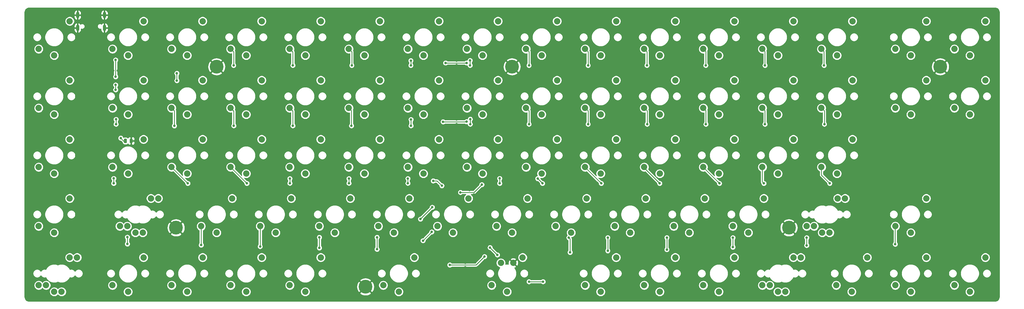
<source format=gtl>
G04 #@! TF.GenerationSoftware,KiCad,Pcbnew,(5.1.8)-1*
G04 #@! TF.CreationDate,2021-02-07T11:47:01-08:00*
G04 #@! TF.ProjectId,Spritzgeback,53707269-747a-4676-9562-61636b2e6b69,rev?*
G04 #@! TF.SameCoordinates,Original*
G04 #@! TF.FileFunction,Copper,L1,Top*
G04 #@! TF.FilePolarity,Positive*
%FSLAX46Y46*%
G04 Gerber Fmt 4.6, Leading zero omitted, Abs format (unit mm)*
G04 Created by KiCad (PCBNEW (5.1.8)-1) date 2021-02-07 11:47:01*
%MOMM*%
%LPD*%
G01*
G04 APERTURE LIST*
G04 #@! TA.AperFunction,ComponentPad*
%ADD10C,4.462400*%
G04 #@! TD*
G04 #@! TA.AperFunction,ComponentPad*
%ADD11C,2.032000*%
G04 #@! TD*
G04 #@! TA.AperFunction,ComponentPad*
%ADD12O,1.050000X2.100000*%
G04 #@! TD*
G04 #@! TA.AperFunction,ViaPad*
%ADD13C,0.800000*%
G04 #@! TD*
G04 #@! TA.AperFunction,Conductor*
%ADD14C,0.250000*%
G04 #@! TD*
G04 #@! TA.AperFunction,Conductor*
%ADD15C,0.254000*%
G04 #@! TD*
G04 #@! TA.AperFunction,Conductor*
%ADD16C,0.100000*%
G04 #@! TD*
G04 APERTURE END LIST*
D10*
X236925000Y-61450000D03*
X39300000Y-61450000D03*
X100400000Y-80500000D03*
X285750000Y-9525000D03*
X147637500Y-9525000D03*
X52387500Y-9525000D03*
D11*
X255031250Y-52000000D03*
X250031250Y-63050000D03*
X245031250Y-60950000D03*
X31193750Y-52000000D03*
X26193750Y-63050000D03*
X21193750Y-60950000D03*
X7381250Y-71050000D03*
X2381250Y-82100000D03*
X-2618750Y-80000000D03*
X240743750Y-71050000D03*
X235743750Y-82100000D03*
X230743750Y-80000000D03*
X148050000Y-72800000D03*
X144050000Y-72800000D03*
G04 #@! TA.AperFunction,SMDPad,CuDef*
G36*
G01*
X25325000Y-32993750D02*
X25325000Y-33906250D01*
G75*
G02*
X25081250Y-34150000I-243750J0D01*
G01*
X24593750Y-34150000D01*
G75*
G02*
X24350000Y-33906250I0J243750D01*
G01*
X24350000Y-32993750D01*
G75*
G02*
X24593750Y-32750000I243750J0D01*
G01*
X25081250Y-32750000D01*
G75*
G02*
X25325000Y-32993750I0J-243750D01*
G01*
G37*
G04 #@! TD.AperFunction*
G04 #@! TA.AperFunction,SMDPad,CuDef*
G36*
G01*
X23450000Y-32993750D02*
X23450000Y-33906250D01*
G75*
G02*
X23206250Y-34150000I-243750J0D01*
G01*
X22718750Y-34150000D01*
G75*
G02*
X22475000Y-33906250I0J243750D01*
G01*
X22475000Y-32993750D01*
G75*
G02*
X22718750Y-32750000I243750J0D01*
G01*
X23206250Y-32750000D01*
G75*
G02*
X23450000Y-32993750I0J-243750D01*
G01*
G37*
G04 #@! TD.AperFunction*
D12*
X16220000Y7150000D03*
X7580000Y7150000D03*
X16220000Y2970000D03*
X7580000Y2970000D03*
D11*
X5000000Y5150000D03*
X0Y-5900000D03*
X-5000000Y-3800000D03*
X18812500Y-3800000D03*
X23812500Y-5900000D03*
X28812500Y5150000D03*
X47862500Y5150000D03*
X42862500Y-5900000D03*
X37862500Y-3800000D03*
X56912500Y-3800000D03*
X61912500Y-5900000D03*
X66912500Y5150000D03*
X85962500Y5150000D03*
X80962500Y-5900000D03*
X75962500Y-3800000D03*
X105012500Y5150000D03*
X100012500Y-5900000D03*
X95012500Y-3800000D03*
X124062500Y5150000D03*
X119062500Y-5900000D03*
X114062500Y-3800000D03*
X133112500Y-3800000D03*
X138112500Y-5900000D03*
X143112500Y5150000D03*
X162162500Y5150000D03*
X157162500Y-5900000D03*
X152162500Y-3800000D03*
X171212500Y-3800000D03*
X176212500Y-5900000D03*
X181212500Y5150000D03*
X200262500Y5150000D03*
X195262500Y-5900000D03*
X190262500Y-3800000D03*
X219312500Y5150000D03*
X214312500Y-5900000D03*
X209312500Y-3800000D03*
X228362500Y-3800000D03*
X233362500Y-5900000D03*
X238362500Y5150000D03*
X257412500Y5150000D03*
X252412500Y-5900000D03*
X247412500Y-3800000D03*
X290275000Y-3800000D03*
X295275000Y-5900000D03*
X300275000Y5150000D03*
X5000000Y-13900000D03*
X0Y-24950000D03*
X-5000000Y-22850000D03*
X18812500Y-22850000D03*
X23812500Y-24950000D03*
X28812500Y-13900000D03*
X47862500Y-13900000D03*
X42862500Y-24950000D03*
X37862500Y-22850000D03*
X56912500Y-22850000D03*
X61912500Y-24950000D03*
X66912500Y-13900000D03*
X75962500Y-22850000D03*
X80962500Y-24950000D03*
X85962500Y-13900000D03*
X95012500Y-22850000D03*
X100012500Y-24950000D03*
X105012500Y-13900000D03*
X124062500Y-13900000D03*
X119062500Y-24950000D03*
X114062500Y-22850000D03*
X133112500Y-22850000D03*
X138112500Y-24950000D03*
X143112500Y-13900000D03*
X162162500Y-13900000D03*
X157162500Y-24950000D03*
X152162500Y-22850000D03*
X171212500Y-22850000D03*
X176212500Y-24950000D03*
X181212500Y-13900000D03*
X200262500Y-13900000D03*
X195262500Y-24950000D03*
X190262500Y-22850000D03*
X209312500Y-22850000D03*
X214312500Y-24950000D03*
X219312500Y-13900000D03*
X238362500Y-13900000D03*
X233362500Y-24950000D03*
X228362500Y-22850000D03*
X247412500Y-22850000D03*
X252412500Y-24950000D03*
X257412500Y-13900000D03*
X281225000Y5150000D03*
X276225000Y-5900000D03*
X271225000Y-3800000D03*
X-5000000Y-41900000D03*
X0Y-44000000D03*
X5000000Y-32950000D03*
X18812500Y-41900000D03*
X23812500Y-44000000D03*
X28812500Y-32950000D03*
X47862500Y-32950000D03*
X42862500Y-44000000D03*
X37862500Y-41900000D03*
X66912500Y-32950000D03*
X61912500Y-44000000D03*
X56912500Y-41900000D03*
X85962500Y-32950000D03*
X80962500Y-44000000D03*
X75962500Y-41900000D03*
X95012500Y-41900000D03*
X100012500Y-44000000D03*
X105012500Y-32950000D03*
X124062500Y-32950000D03*
X119062500Y-44000000D03*
X114062500Y-41900000D03*
X133112500Y-41900000D03*
X138112500Y-44000000D03*
X143112500Y-32950000D03*
X162162500Y-32950000D03*
X157162500Y-44000000D03*
X152162500Y-41900000D03*
X171212500Y-41900000D03*
X176212500Y-44000000D03*
X181212500Y-32950000D03*
X190262500Y-41900000D03*
X195262500Y-44000000D03*
X200262500Y-32950000D03*
X219312500Y-32950000D03*
X214312500Y-44000000D03*
X209312500Y-41900000D03*
X238362500Y-32950000D03*
X233362500Y-44000000D03*
X228362500Y-41900000D03*
X247412500Y-41900000D03*
X252412500Y-44000000D03*
X257412500Y-32950000D03*
X281225000Y-13900000D03*
X276225000Y-24950000D03*
X271225000Y-22850000D03*
X-5000000Y-60950000D03*
X0Y-63050000D03*
X5000000Y-52000000D03*
X33575000Y-52000000D03*
X28575000Y-63050000D03*
X23575000Y-60950000D03*
X57387500Y-52000000D03*
X52387500Y-63050000D03*
X47387500Y-60950000D03*
X76437500Y-52000000D03*
X71437500Y-63050000D03*
X66437500Y-60950000D03*
X85487500Y-60950000D03*
X90487500Y-63050000D03*
X95487500Y-52000000D03*
X114537500Y-52000000D03*
X109537500Y-63050000D03*
X104537500Y-60950000D03*
X133587500Y-52000000D03*
X128587500Y-63050000D03*
X123587500Y-60950000D03*
X142637500Y-60950000D03*
X147637500Y-63050000D03*
X152637500Y-52000000D03*
X161687500Y-60950000D03*
X166687500Y-63050000D03*
X171687500Y-52000000D03*
X180737500Y-60950000D03*
X185737500Y-63050000D03*
X190737500Y-52000000D03*
X209787500Y-52000000D03*
X204787500Y-63050000D03*
X199787500Y-60950000D03*
X218837500Y-60950000D03*
X223837500Y-63050000D03*
X228837500Y-52000000D03*
X242650000Y-60950000D03*
X247650000Y-63050000D03*
X252650000Y-52000000D03*
X271225000Y-60950000D03*
X276225000Y-63050000D03*
X281225000Y-52000000D03*
X290275000Y-22850000D03*
X295275000Y-24950000D03*
X300275000Y-13900000D03*
X-5000000Y-80000000D03*
X0Y-82100000D03*
X5000000Y-71050000D03*
X28812500Y-71050000D03*
X23812500Y-82100000D03*
X18812500Y-80000000D03*
X37862500Y-80000000D03*
X42862500Y-82100000D03*
X47862500Y-71050000D03*
X66912500Y-71050000D03*
X61912500Y-82100000D03*
X56912500Y-80000000D03*
X85962500Y-71050000D03*
X80962500Y-82100000D03*
X75962500Y-80000000D03*
X116125000Y-71050000D03*
X111125000Y-82100000D03*
X106125000Y-80000000D03*
X141050000Y-80000000D03*
X146050000Y-82100000D03*
X151050000Y-71050000D03*
X171212500Y-80000000D03*
X176212500Y-82100000D03*
X181212500Y-71050000D03*
X190262500Y-80000000D03*
X195262500Y-82100000D03*
X200262500Y-71050000D03*
X219312500Y-71050000D03*
X214312500Y-82100000D03*
X209312500Y-80000000D03*
X228362500Y-80000000D03*
X233362500Y-82100000D03*
X238362500Y-71050000D03*
X262175000Y-71050000D03*
X257175000Y-82100000D03*
X252175000Y-80000000D03*
X271225000Y-80000000D03*
X276225000Y-82100000D03*
X281225000Y-71050000D03*
X300275000Y-71050000D03*
X295275000Y-82100000D03*
X290275000Y-80000000D03*
D13*
X20550000Y-10800000D03*
X19050000Y-10800000D03*
X135400000Y-50800000D03*
X133900000Y-49300000D03*
X129800000Y-9050000D03*
X129800000Y-7550000D03*
X129800000Y-28050000D03*
X129800000Y-26550000D03*
X132550000Y-72750000D03*
X132550000Y-74200001D03*
X131050000Y-76600000D03*
X127600000Y-71450000D03*
X139250000Y-66900000D03*
X142000000Y-77100000D03*
X133700000Y-61450000D03*
X130300000Y-71450000D03*
X138200000Y-80850000D03*
X125400000Y-61700000D03*
X127800000Y-83150000D03*
X6550000Y-7150000D03*
X17450000Y-2600000D03*
X143350000Y-82300000D03*
X145700000Y-79650000D03*
X6800000Y-3700000D03*
X15600000Y-4200000D03*
X129700000Y-78000000D03*
X117150000Y-72750000D03*
X117150000Y-74650000D03*
X126900000Y-61700000D03*
X125600000Y-74650000D03*
X121900000Y-54850000D03*
X118100000Y-58650000D03*
X138750000Y-70750000D03*
X127550000Y-73450000D03*
X133000000Y-8300000D03*
X126200000Y-8300000D03*
X137900000Y-47550000D03*
X122200000Y-46350000D03*
X125000000Y-47900000D03*
X131000000Y-50050000D03*
X132950000Y-27250000D03*
X125400000Y-27300000D03*
X153100000Y-78850000D03*
X157650000Y-78850000D03*
X195250000Y-47150000D03*
X191200000Y-28050000D03*
X191150000Y-9100000D03*
X197550000Y-68500000D03*
X197550000Y-64650000D03*
X172150000Y-9100000D03*
X172150000Y-28050000D03*
X176400000Y-47150000D03*
X178500000Y-68875060D03*
X178500000Y-64650000D03*
X23600000Y-66700000D03*
X23600000Y-64500000D03*
X19950000Y-28050000D03*
X19950000Y-26500000D03*
X19828499Y-16949999D03*
X19800000Y-15400000D03*
X19800000Y-7350000D03*
X19200000Y-47150000D03*
X19200000Y-45550000D03*
X19800000Y-12750000D03*
X39550000Y-11650000D03*
X39550000Y-14000000D03*
X38750000Y-28600000D03*
X43100000Y-47150000D03*
X47400000Y-67050000D03*
X66400000Y-67500000D03*
X62150000Y-47150000D03*
X57900000Y-28550000D03*
X57850000Y-9100000D03*
X85500000Y-67950000D03*
X76950000Y-28550000D03*
X76950000Y-9100000D03*
X85500000Y-64550000D03*
X76000000Y-47100000D03*
X76000000Y-45600000D03*
X104100000Y-68400000D03*
X95850000Y-28550000D03*
X95950000Y-9100000D03*
X104100000Y-64550000D03*
X95050000Y-47100000D03*
X95050000Y-45600000D03*
X118918750Y-65618750D03*
X115050000Y-28550000D03*
X115000000Y-9100000D03*
X114050000Y-47100000D03*
X114050000Y-45600000D03*
X115050000Y-26550000D03*
X115000000Y-7550000D03*
X121750000Y-62800000D03*
X134100000Y-9100000D03*
X134100000Y-7500000D03*
X134150000Y-28050000D03*
X134150000Y-26450000D03*
X143650000Y-47150000D03*
X143650000Y-45550000D03*
X140550000Y-67850000D03*
X142900000Y-70200000D03*
X153100000Y-9100000D03*
X153100000Y-28050000D03*
X157450000Y-47150000D03*
X166350000Y-69400000D03*
X165950000Y-64650000D03*
X155900000Y-45600000D03*
X218850000Y-67700000D03*
X210150000Y-28050000D03*
X210100000Y-9100000D03*
X214500000Y-47150000D03*
X218850000Y-64650000D03*
X242650000Y-67150000D03*
X228850000Y-47150000D03*
X229200000Y-28050000D03*
X229200000Y-9100000D03*
X242650000Y-64650000D03*
X271200000Y-66750000D03*
X250075000Y-47125000D03*
X248350000Y-28050000D03*
X248250000Y-9100000D03*
X21450000Y-32550000D03*
D14*
X121900000Y-54850000D02*
X118100000Y-58650000D01*
X136024999Y-73475001D02*
X128224999Y-73475001D01*
X138750000Y-70750000D02*
X136024999Y-73475001D01*
X127575001Y-73475001D02*
X127550000Y-73450000D01*
X128224999Y-73475001D02*
X127575001Y-73475001D01*
X133000000Y-8300000D02*
X126200000Y-8300000D01*
X135400000Y-50050000D02*
X137900000Y-47550000D01*
X123450000Y-46350000D02*
X122200000Y-46350000D01*
X123450000Y-46350000D02*
X125000000Y-47900000D01*
X131000000Y-50050000D02*
X135400000Y-50050000D01*
X132900000Y-27300000D02*
X132950000Y-27250000D01*
X125400000Y-27300000D02*
X132900000Y-27300000D01*
X153100000Y-78850000D02*
X157650000Y-78850000D01*
X199800000Y-60962500D02*
X199787500Y-60950000D01*
X190262500Y-42162500D02*
X190262500Y-41900000D01*
X195250000Y-47150000D02*
X190262500Y-42162500D01*
X191200000Y-23787500D02*
X190262500Y-22850000D01*
X191200000Y-28050000D02*
X191200000Y-23787500D01*
X191150000Y-4687500D02*
X190262500Y-3800000D01*
X191150000Y-9100000D02*
X191150000Y-4687500D01*
X197550000Y-68500000D02*
X197550000Y-64650000D01*
X172150000Y-4737500D02*
X171212500Y-3800000D01*
X172150000Y-9100000D02*
X172150000Y-4737500D01*
X172150000Y-23787500D02*
X171212500Y-22850000D01*
X172150000Y-28050000D02*
X172150000Y-23787500D01*
X171212500Y-41962500D02*
X171212500Y-41900000D01*
X176400000Y-47150000D02*
X171212500Y-41962500D01*
X180700000Y-60987500D02*
X180737500Y-60950000D01*
X178500000Y-68875060D02*
X178500000Y-64650000D01*
X23600000Y-60975000D02*
X23575000Y-60950000D01*
X23600000Y-66700000D02*
X23600000Y-64500000D01*
X19950000Y-28050000D02*
X19950000Y-26500000D01*
X18850000Y-41900000D02*
X18812500Y-41900000D01*
X19828499Y-15428499D02*
X19800000Y-15400000D01*
X19828499Y-16949999D02*
X19828499Y-15428499D01*
X19200000Y-47150000D02*
X19200000Y-45550000D01*
X19800000Y-12750000D02*
X19800000Y-7350000D01*
X39550000Y-11650000D02*
X39550000Y-14000000D01*
X43100000Y-47137500D02*
X43100000Y-47150000D01*
X47400000Y-60962500D02*
X47387500Y-60950000D01*
X47400000Y-67050000D02*
X47400000Y-60962500D01*
X37862500Y-41912500D02*
X37862500Y-41900000D01*
X43100000Y-47150000D02*
X37862500Y-41912500D01*
X38750000Y-23737500D02*
X37862500Y-22850000D01*
X38750000Y-28600000D02*
X38750000Y-23737500D01*
X66437500Y-67462500D02*
X66400000Y-67500000D01*
X66437500Y-60950000D02*
X66437500Y-67462500D01*
X62150000Y-47137500D02*
X62150000Y-47150000D01*
X56912500Y-41912500D02*
X56912500Y-41900000D01*
X62150000Y-47150000D02*
X56912500Y-41912500D01*
X57850000Y-4737500D02*
X56912500Y-3800000D01*
X57850000Y-9100000D02*
X57850000Y-4737500D01*
X57900000Y-23837500D02*
X56912500Y-22850000D01*
X57900000Y-28550000D02*
X57900000Y-23837500D01*
X85487500Y-67937500D02*
X85500000Y-67950000D01*
X76000000Y-41900000D02*
X75962500Y-41900000D01*
X76950000Y-4787500D02*
X75962500Y-3800000D01*
X76950000Y-9100000D02*
X76950000Y-4787500D01*
X76950000Y-23837500D02*
X75962500Y-22850000D01*
X76950000Y-28550000D02*
X76950000Y-23837500D01*
X85500000Y-67950000D02*
X85500000Y-64550000D01*
X76000000Y-47100000D02*
X76000000Y-45600000D01*
X95050000Y-41900000D02*
X95012500Y-41900000D01*
X95850000Y-23687500D02*
X95012500Y-22850000D01*
X95850000Y-28550000D02*
X95850000Y-23687500D01*
X95950000Y-4737500D02*
X95012500Y-3800000D01*
X95950000Y-9100000D02*
X95950000Y-4737500D01*
X104100000Y-68400000D02*
X104100000Y-64550000D01*
X95050000Y-47100000D02*
X95050000Y-45600000D01*
X114050000Y-41912500D02*
X114062500Y-41900000D01*
X114050000Y-47100000D02*
X114050000Y-45600000D01*
X115050000Y-28550000D02*
X115050000Y-26550000D01*
X115000000Y-9100000D02*
X115000000Y-7550000D01*
X121737500Y-62800000D02*
X121750000Y-62800000D01*
X118918750Y-65618750D02*
X121737500Y-62800000D01*
X134100000Y-9100000D02*
X134100000Y-7500000D01*
X134150000Y-28050000D02*
X134150000Y-26450000D01*
X143650000Y-47150000D02*
X143650000Y-45550000D01*
X140550000Y-67850000D02*
X142900000Y-70200000D01*
X153100000Y-4737500D02*
X152162500Y-3800000D01*
X153100000Y-9100000D02*
X153100000Y-4737500D01*
X153100000Y-23787500D02*
X152162500Y-22850000D01*
X153100000Y-28050000D02*
X153100000Y-23787500D01*
X152200000Y-41900000D02*
X152162500Y-41900000D01*
X166350000Y-69400000D02*
X166350000Y-65050000D01*
X162250000Y-60950000D02*
X161687500Y-60950000D01*
X166350000Y-65050000D02*
X165950000Y-64650000D01*
X157450000Y-47150000D02*
X155900000Y-45600000D01*
X218850000Y-60962500D02*
X218837500Y-60950000D01*
X210150000Y-23687500D02*
X209312500Y-22850000D01*
X210150000Y-28050000D02*
X210150000Y-23687500D01*
X210100000Y-4587500D02*
X209312500Y-3800000D01*
X210100000Y-9100000D02*
X210100000Y-4587500D01*
X209312500Y-41962500D02*
X209312500Y-41900000D01*
X214500000Y-47150000D02*
X209312500Y-41962500D01*
X218850000Y-67700000D02*
X218850000Y-64650000D01*
X228640334Y-41900000D02*
X228362500Y-41900000D01*
X228362500Y-46662500D02*
X228362500Y-41900000D01*
X228850000Y-47150000D02*
X228362500Y-46662500D01*
X229200000Y-23687500D02*
X228362500Y-22850000D01*
X229200000Y-28050000D02*
X229200000Y-23687500D01*
X229200000Y-4637500D02*
X228362500Y-3800000D01*
X229200000Y-9100000D02*
X229200000Y-4637500D01*
X242650000Y-67150000D02*
X242650000Y-64650000D01*
X247412500Y-44462500D02*
X247412500Y-41900000D01*
X271200000Y-60975000D02*
X271225000Y-60950000D01*
X271200000Y-66750000D02*
X271200000Y-60975000D01*
X250075000Y-47125000D02*
X247412500Y-44462500D01*
X248350000Y-23787500D02*
X247412500Y-22850000D01*
X248350000Y-28050000D02*
X248350000Y-23787500D01*
X248250000Y-4637500D02*
X247412500Y-3800000D01*
X248250000Y-9100000D02*
X248250000Y-4637500D01*
X21450000Y-32550000D02*
X22350000Y-33450000D01*
X22350000Y-33450000D02*
X22962500Y-33450000D01*
D15*
X303580737Y9442827D02*
X303850779Y9361296D01*
X304099845Y9228866D01*
X304318444Y9050580D01*
X304498254Y8833228D01*
X304632416Y8585100D01*
X304715832Y8315626D01*
X304748000Y8009568D01*
X304748001Y-83697997D01*
X304717827Y-84005733D01*
X304636297Y-84275778D01*
X304503863Y-84524848D01*
X304325582Y-84743442D01*
X304108228Y-84923254D01*
X303860100Y-85057416D01*
X303590626Y-85140832D01*
X303284568Y-85173000D01*
X-7998008Y-85173000D01*
X-8305733Y-85142827D01*
X-8575778Y-85061297D01*
X-8824848Y-84928863D01*
X-9043442Y-84750582D01*
X-9223254Y-84533228D01*
X-9357416Y-84285100D01*
X-9440832Y-84015626D01*
X-9473000Y-83709568D01*
X-9473000Y-81948028D01*
X-1543000Y-81948028D01*
X-1543000Y-82251972D01*
X-1483703Y-82550077D01*
X-1367389Y-82830885D01*
X-1198526Y-83083605D01*
X-983605Y-83298526D01*
X-730885Y-83467389D01*
X-450077Y-83583703D01*
X-151972Y-83643000D01*
X151972Y-83643000D01*
X450077Y-83583703D01*
X730885Y-83467389D01*
X983605Y-83298526D01*
X1190625Y-83091506D01*
X1397645Y-83298526D01*
X1650365Y-83467389D01*
X1931173Y-83583703D01*
X2229278Y-83643000D01*
X2533222Y-83643000D01*
X2831327Y-83583703D01*
X3112135Y-83467389D01*
X3364855Y-83298526D01*
X3579776Y-83083605D01*
X3748639Y-82830885D01*
X3864953Y-82550077D01*
X3924250Y-82251972D01*
X3924250Y-81948028D01*
X22269500Y-81948028D01*
X22269500Y-82251972D01*
X22328797Y-82550077D01*
X22445111Y-82830885D01*
X22613974Y-83083605D01*
X22828895Y-83298526D01*
X23081615Y-83467389D01*
X23362423Y-83583703D01*
X23660528Y-83643000D01*
X23964472Y-83643000D01*
X24262577Y-83583703D01*
X24543385Y-83467389D01*
X24796105Y-83298526D01*
X25011026Y-83083605D01*
X25179889Y-82830885D01*
X25296203Y-82550077D01*
X25355500Y-82251972D01*
X25355500Y-81948028D01*
X41319500Y-81948028D01*
X41319500Y-82251972D01*
X41378797Y-82550077D01*
X41495111Y-82830885D01*
X41663974Y-83083605D01*
X41878895Y-83298526D01*
X42131615Y-83467389D01*
X42412423Y-83583703D01*
X42710528Y-83643000D01*
X43014472Y-83643000D01*
X43312577Y-83583703D01*
X43593385Y-83467389D01*
X43846105Y-83298526D01*
X44061026Y-83083605D01*
X44229889Y-82830885D01*
X44346203Y-82550077D01*
X44405500Y-82251972D01*
X44405500Y-81948028D01*
X60369500Y-81948028D01*
X60369500Y-82251972D01*
X60428797Y-82550077D01*
X60545111Y-82830885D01*
X60713974Y-83083605D01*
X60928895Y-83298526D01*
X61181615Y-83467389D01*
X61462423Y-83583703D01*
X61760528Y-83643000D01*
X62064472Y-83643000D01*
X62362577Y-83583703D01*
X62643385Y-83467389D01*
X62896105Y-83298526D01*
X63111026Y-83083605D01*
X63279889Y-82830885D01*
X63396203Y-82550077D01*
X63455500Y-82251972D01*
X63455500Y-81948028D01*
X79419500Y-81948028D01*
X79419500Y-82251972D01*
X79478797Y-82550077D01*
X79595111Y-82830885D01*
X79763974Y-83083605D01*
X79978895Y-83298526D01*
X80231615Y-83467389D01*
X80512423Y-83583703D01*
X80810528Y-83643000D01*
X81114472Y-83643000D01*
X81412577Y-83583703D01*
X81693385Y-83467389D01*
X81946105Y-83298526D01*
X82161026Y-83083605D01*
X82329889Y-82830885D01*
X82446203Y-82550077D01*
X82453783Y-82511968D01*
X98567637Y-82511968D01*
X98811530Y-82902407D01*
X99310738Y-83166140D01*
X99851806Y-83327415D01*
X100413941Y-83380035D01*
X100975540Y-83321976D01*
X101515022Y-83155471D01*
X101988470Y-82902407D01*
X102232363Y-82511968D01*
X100400000Y-80679605D01*
X98567637Y-82511968D01*
X82453783Y-82511968D01*
X82505500Y-82251972D01*
X82505500Y-81948028D01*
X82446203Y-81649923D01*
X82329889Y-81369115D01*
X82161026Y-81116395D01*
X81946105Y-80901474D01*
X81693385Y-80732611D01*
X81412577Y-80616297D01*
X81114472Y-80557000D01*
X80810528Y-80557000D01*
X80512423Y-80616297D01*
X80231615Y-80732611D01*
X79978895Y-80901474D01*
X79763974Y-81116395D01*
X79595111Y-81369115D01*
X79478797Y-81649923D01*
X79419500Y-81948028D01*
X63455500Y-81948028D01*
X63396203Y-81649923D01*
X63279889Y-81369115D01*
X63111026Y-81116395D01*
X62896105Y-80901474D01*
X62643385Y-80732611D01*
X62362577Y-80616297D01*
X62064472Y-80557000D01*
X61760528Y-80557000D01*
X61462423Y-80616297D01*
X61181615Y-80732611D01*
X60928895Y-80901474D01*
X60713974Y-81116395D01*
X60545111Y-81369115D01*
X60428797Y-81649923D01*
X60369500Y-81948028D01*
X44405500Y-81948028D01*
X44346203Y-81649923D01*
X44229889Y-81369115D01*
X44061026Y-81116395D01*
X43846105Y-80901474D01*
X43593385Y-80732611D01*
X43312577Y-80616297D01*
X43014472Y-80557000D01*
X42710528Y-80557000D01*
X42412423Y-80616297D01*
X42131615Y-80732611D01*
X41878895Y-80901474D01*
X41663974Y-81116395D01*
X41495111Y-81369115D01*
X41378797Y-81649923D01*
X41319500Y-81948028D01*
X25355500Y-81948028D01*
X25296203Y-81649923D01*
X25179889Y-81369115D01*
X25011026Y-81116395D01*
X24796105Y-80901474D01*
X24543385Y-80732611D01*
X24262577Y-80616297D01*
X23964472Y-80557000D01*
X23660528Y-80557000D01*
X23362423Y-80616297D01*
X23081615Y-80732611D01*
X22828895Y-80901474D01*
X22613974Y-81116395D01*
X22445111Y-81369115D01*
X22328797Y-81649923D01*
X22269500Y-81948028D01*
X3924250Y-81948028D01*
X3864953Y-81649923D01*
X3748639Y-81369115D01*
X3579776Y-81116395D01*
X3364855Y-80901474D01*
X3112135Y-80732611D01*
X2831327Y-80616297D01*
X2533222Y-80557000D01*
X2229278Y-80557000D01*
X1931173Y-80616297D01*
X1650365Y-80732611D01*
X1397645Y-80901474D01*
X1190625Y-81108494D01*
X983605Y-80901474D01*
X730885Y-80732611D01*
X450077Y-80616297D01*
X151972Y-80557000D01*
X-151972Y-80557000D01*
X-450077Y-80616297D01*
X-730885Y-80732611D01*
X-983605Y-80901474D01*
X-1198526Y-81116395D01*
X-1367389Y-81369115D01*
X-1483703Y-81649923D01*
X-1543000Y-81948028D01*
X-9473000Y-81948028D01*
X-9473000Y-79848028D01*
X-6543000Y-79848028D01*
X-6543000Y-80151972D01*
X-6483703Y-80450077D01*
X-6367389Y-80730885D01*
X-6198526Y-80983605D01*
X-5983605Y-81198526D01*
X-5730885Y-81367389D01*
X-5450077Y-81483703D01*
X-5151972Y-81543000D01*
X-4848028Y-81543000D01*
X-4549923Y-81483703D01*
X-4269115Y-81367389D01*
X-4016395Y-81198526D01*
X-3809375Y-80991506D01*
X-3602355Y-81198526D01*
X-3349635Y-81367389D01*
X-3068827Y-81483703D01*
X-2770722Y-81543000D01*
X-2466778Y-81543000D01*
X-2168673Y-81483703D01*
X-1887865Y-81367389D01*
X-1635145Y-81198526D01*
X-1420224Y-80983605D01*
X-1251361Y-80730885D01*
X-1135047Y-80450077D01*
X-1075750Y-80151972D01*
X-1075750Y-79848028D01*
X17269500Y-79848028D01*
X17269500Y-80151972D01*
X17328797Y-80450077D01*
X17445111Y-80730885D01*
X17613974Y-80983605D01*
X17828895Y-81198526D01*
X18081615Y-81367389D01*
X18362423Y-81483703D01*
X18660528Y-81543000D01*
X18964472Y-81543000D01*
X19262577Y-81483703D01*
X19543385Y-81367389D01*
X19796105Y-81198526D01*
X20011026Y-80983605D01*
X20179889Y-80730885D01*
X20296203Y-80450077D01*
X20355500Y-80151972D01*
X20355500Y-79848028D01*
X36319500Y-79848028D01*
X36319500Y-80151972D01*
X36378797Y-80450077D01*
X36495111Y-80730885D01*
X36663974Y-80983605D01*
X36878895Y-81198526D01*
X37131615Y-81367389D01*
X37412423Y-81483703D01*
X37710528Y-81543000D01*
X38014472Y-81543000D01*
X38312577Y-81483703D01*
X38593385Y-81367389D01*
X38846105Y-81198526D01*
X39061026Y-80983605D01*
X39229889Y-80730885D01*
X39346203Y-80450077D01*
X39405500Y-80151972D01*
X39405500Y-79848028D01*
X55369500Y-79848028D01*
X55369500Y-80151972D01*
X55428797Y-80450077D01*
X55545111Y-80730885D01*
X55713974Y-80983605D01*
X55928895Y-81198526D01*
X56181615Y-81367389D01*
X56462423Y-81483703D01*
X56760528Y-81543000D01*
X57064472Y-81543000D01*
X57362577Y-81483703D01*
X57643385Y-81367389D01*
X57896105Y-81198526D01*
X58111026Y-80983605D01*
X58279889Y-80730885D01*
X58396203Y-80450077D01*
X58455500Y-80151972D01*
X58455500Y-79848028D01*
X74419500Y-79848028D01*
X74419500Y-80151972D01*
X74478797Y-80450077D01*
X74595111Y-80730885D01*
X74763974Y-80983605D01*
X74978895Y-81198526D01*
X75231615Y-81367389D01*
X75512423Y-81483703D01*
X75810528Y-81543000D01*
X76114472Y-81543000D01*
X76412577Y-81483703D01*
X76693385Y-81367389D01*
X76946105Y-81198526D01*
X77161026Y-80983605D01*
X77329889Y-80730885D01*
X77419749Y-80513941D01*
X97519965Y-80513941D01*
X97578024Y-81075540D01*
X97744529Y-81615022D01*
X97997593Y-82088470D01*
X98388032Y-82332363D01*
X100220395Y-80500000D01*
X100579605Y-80500000D01*
X102411968Y-82332363D01*
X102802407Y-82088470D01*
X102876602Y-81948028D01*
X109582000Y-81948028D01*
X109582000Y-82251972D01*
X109641297Y-82550077D01*
X109757611Y-82830885D01*
X109926474Y-83083605D01*
X110141395Y-83298526D01*
X110394115Y-83467389D01*
X110674923Y-83583703D01*
X110973028Y-83643000D01*
X111276972Y-83643000D01*
X111575077Y-83583703D01*
X111855885Y-83467389D01*
X112108605Y-83298526D01*
X112323526Y-83083605D01*
X112492389Y-82830885D01*
X112608703Y-82550077D01*
X112668000Y-82251972D01*
X112668000Y-81948028D01*
X144507000Y-81948028D01*
X144507000Y-82251972D01*
X144566297Y-82550077D01*
X144682611Y-82830885D01*
X144851474Y-83083605D01*
X145066395Y-83298526D01*
X145319115Y-83467389D01*
X145599923Y-83583703D01*
X145898028Y-83643000D01*
X146201972Y-83643000D01*
X146500077Y-83583703D01*
X146780885Y-83467389D01*
X147033605Y-83298526D01*
X147248526Y-83083605D01*
X147417389Y-82830885D01*
X147533703Y-82550077D01*
X147593000Y-82251972D01*
X147593000Y-81948028D01*
X174669500Y-81948028D01*
X174669500Y-82251972D01*
X174728797Y-82550077D01*
X174845111Y-82830885D01*
X175013974Y-83083605D01*
X175228895Y-83298526D01*
X175481615Y-83467389D01*
X175762423Y-83583703D01*
X176060528Y-83643000D01*
X176364472Y-83643000D01*
X176662577Y-83583703D01*
X176943385Y-83467389D01*
X177196105Y-83298526D01*
X177411026Y-83083605D01*
X177579889Y-82830885D01*
X177696203Y-82550077D01*
X177755500Y-82251972D01*
X177755500Y-81948028D01*
X193719500Y-81948028D01*
X193719500Y-82251972D01*
X193778797Y-82550077D01*
X193895111Y-82830885D01*
X194063974Y-83083605D01*
X194278895Y-83298526D01*
X194531615Y-83467389D01*
X194812423Y-83583703D01*
X195110528Y-83643000D01*
X195414472Y-83643000D01*
X195712577Y-83583703D01*
X195993385Y-83467389D01*
X196246105Y-83298526D01*
X196461026Y-83083605D01*
X196629889Y-82830885D01*
X196746203Y-82550077D01*
X196805500Y-82251972D01*
X196805500Y-81948028D01*
X212769500Y-81948028D01*
X212769500Y-82251972D01*
X212828797Y-82550077D01*
X212945111Y-82830885D01*
X213113974Y-83083605D01*
X213328895Y-83298526D01*
X213581615Y-83467389D01*
X213862423Y-83583703D01*
X214160528Y-83643000D01*
X214464472Y-83643000D01*
X214762577Y-83583703D01*
X215043385Y-83467389D01*
X215296105Y-83298526D01*
X215511026Y-83083605D01*
X215679889Y-82830885D01*
X215796203Y-82550077D01*
X215855500Y-82251972D01*
X215855500Y-81948028D01*
X231819500Y-81948028D01*
X231819500Y-82251972D01*
X231878797Y-82550077D01*
X231995111Y-82830885D01*
X232163974Y-83083605D01*
X232378895Y-83298526D01*
X232631615Y-83467389D01*
X232912423Y-83583703D01*
X233210528Y-83643000D01*
X233514472Y-83643000D01*
X233812577Y-83583703D01*
X234093385Y-83467389D01*
X234346105Y-83298526D01*
X234553125Y-83091506D01*
X234760145Y-83298526D01*
X235012865Y-83467389D01*
X235293673Y-83583703D01*
X235591778Y-83643000D01*
X235895722Y-83643000D01*
X236193827Y-83583703D01*
X236474635Y-83467389D01*
X236727355Y-83298526D01*
X236942276Y-83083605D01*
X237111139Y-82830885D01*
X237227453Y-82550077D01*
X237286750Y-82251972D01*
X237286750Y-81948028D01*
X255632000Y-81948028D01*
X255632000Y-82251972D01*
X255691297Y-82550077D01*
X255807611Y-82830885D01*
X255976474Y-83083605D01*
X256191395Y-83298526D01*
X256444115Y-83467389D01*
X256724923Y-83583703D01*
X257023028Y-83643000D01*
X257326972Y-83643000D01*
X257625077Y-83583703D01*
X257905885Y-83467389D01*
X258158605Y-83298526D01*
X258373526Y-83083605D01*
X258542389Y-82830885D01*
X258658703Y-82550077D01*
X258718000Y-82251972D01*
X258718000Y-81948028D01*
X274682000Y-81948028D01*
X274682000Y-82251972D01*
X274741297Y-82550077D01*
X274857611Y-82830885D01*
X275026474Y-83083605D01*
X275241395Y-83298526D01*
X275494115Y-83467389D01*
X275774923Y-83583703D01*
X276073028Y-83643000D01*
X276376972Y-83643000D01*
X276675077Y-83583703D01*
X276955885Y-83467389D01*
X277208605Y-83298526D01*
X277423526Y-83083605D01*
X277592389Y-82830885D01*
X277708703Y-82550077D01*
X277768000Y-82251972D01*
X277768000Y-81948028D01*
X293732000Y-81948028D01*
X293732000Y-82251972D01*
X293791297Y-82550077D01*
X293907611Y-82830885D01*
X294076474Y-83083605D01*
X294291395Y-83298526D01*
X294544115Y-83467389D01*
X294824923Y-83583703D01*
X295123028Y-83643000D01*
X295426972Y-83643000D01*
X295725077Y-83583703D01*
X296005885Y-83467389D01*
X296258605Y-83298526D01*
X296473526Y-83083605D01*
X296642389Y-82830885D01*
X296758703Y-82550077D01*
X296818000Y-82251972D01*
X296818000Y-81948028D01*
X296758703Y-81649923D01*
X296642389Y-81369115D01*
X296473526Y-81116395D01*
X296258605Y-80901474D01*
X296005885Y-80732611D01*
X295725077Y-80616297D01*
X295426972Y-80557000D01*
X295123028Y-80557000D01*
X294824923Y-80616297D01*
X294544115Y-80732611D01*
X294291395Y-80901474D01*
X294076474Y-81116395D01*
X293907611Y-81369115D01*
X293791297Y-81649923D01*
X293732000Y-81948028D01*
X277768000Y-81948028D01*
X277708703Y-81649923D01*
X277592389Y-81369115D01*
X277423526Y-81116395D01*
X277208605Y-80901474D01*
X276955885Y-80732611D01*
X276675077Y-80616297D01*
X276376972Y-80557000D01*
X276073028Y-80557000D01*
X275774923Y-80616297D01*
X275494115Y-80732611D01*
X275241395Y-80901474D01*
X275026474Y-81116395D01*
X274857611Y-81369115D01*
X274741297Y-81649923D01*
X274682000Y-81948028D01*
X258718000Y-81948028D01*
X258658703Y-81649923D01*
X258542389Y-81369115D01*
X258373526Y-81116395D01*
X258158605Y-80901474D01*
X257905885Y-80732611D01*
X257625077Y-80616297D01*
X257326972Y-80557000D01*
X257023028Y-80557000D01*
X256724923Y-80616297D01*
X256444115Y-80732611D01*
X256191395Y-80901474D01*
X255976474Y-81116395D01*
X255807611Y-81369115D01*
X255691297Y-81649923D01*
X255632000Y-81948028D01*
X237286750Y-81948028D01*
X237227453Y-81649923D01*
X237111139Y-81369115D01*
X236942276Y-81116395D01*
X236727355Y-80901474D01*
X236474635Y-80732611D01*
X236193827Y-80616297D01*
X235895722Y-80557000D01*
X235591778Y-80557000D01*
X235293673Y-80616297D01*
X235012865Y-80732611D01*
X234760145Y-80901474D01*
X234553125Y-81108494D01*
X234346105Y-80901474D01*
X234093385Y-80732611D01*
X233812577Y-80616297D01*
X233514472Y-80557000D01*
X233210528Y-80557000D01*
X232912423Y-80616297D01*
X232631615Y-80732611D01*
X232378895Y-80901474D01*
X232163974Y-81116395D01*
X231995111Y-81369115D01*
X231878797Y-81649923D01*
X231819500Y-81948028D01*
X215855500Y-81948028D01*
X215796203Y-81649923D01*
X215679889Y-81369115D01*
X215511026Y-81116395D01*
X215296105Y-80901474D01*
X215043385Y-80732611D01*
X214762577Y-80616297D01*
X214464472Y-80557000D01*
X214160528Y-80557000D01*
X213862423Y-80616297D01*
X213581615Y-80732611D01*
X213328895Y-80901474D01*
X213113974Y-81116395D01*
X212945111Y-81369115D01*
X212828797Y-81649923D01*
X212769500Y-81948028D01*
X196805500Y-81948028D01*
X196746203Y-81649923D01*
X196629889Y-81369115D01*
X196461026Y-81116395D01*
X196246105Y-80901474D01*
X195993385Y-80732611D01*
X195712577Y-80616297D01*
X195414472Y-80557000D01*
X195110528Y-80557000D01*
X194812423Y-80616297D01*
X194531615Y-80732611D01*
X194278895Y-80901474D01*
X194063974Y-81116395D01*
X193895111Y-81369115D01*
X193778797Y-81649923D01*
X193719500Y-81948028D01*
X177755500Y-81948028D01*
X177696203Y-81649923D01*
X177579889Y-81369115D01*
X177411026Y-81116395D01*
X177196105Y-80901474D01*
X176943385Y-80732611D01*
X176662577Y-80616297D01*
X176364472Y-80557000D01*
X176060528Y-80557000D01*
X175762423Y-80616297D01*
X175481615Y-80732611D01*
X175228895Y-80901474D01*
X175013974Y-81116395D01*
X174845111Y-81369115D01*
X174728797Y-81649923D01*
X174669500Y-81948028D01*
X147593000Y-81948028D01*
X147533703Y-81649923D01*
X147417389Y-81369115D01*
X147248526Y-81116395D01*
X147033605Y-80901474D01*
X146780885Y-80732611D01*
X146500077Y-80616297D01*
X146201972Y-80557000D01*
X145898028Y-80557000D01*
X145599923Y-80616297D01*
X145319115Y-80732611D01*
X145066395Y-80901474D01*
X144851474Y-81116395D01*
X144682611Y-81369115D01*
X144566297Y-81649923D01*
X144507000Y-81948028D01*
X112668000Y-81948028D01*
X112608703Y-81649923D01*
X112492389Y-81369115D01*
X112323526Y-81116395D01*
X112108605Y-80901474D01*
X111855885Y-80732611D01*
X111575077Y-80616297D01*
X111276972Y-80557000D01*
X110973028Y-80557000D01*
X110674923Y-80616297D01*
X110394115Y-80732611D01*
X110141395Y-80901474D01*
X109926474Y-81116395D01*
X109757611Y-81369115D01*
X109641297Y-81649923D01*
X109582000Y-81948028D01*
X102876602Y-81948028D01*
X103066140Y-81589262D01*
X103227415Y-81048194D01*
X103280035Y-80486059D01*
X103221976Y-79924460D01*
X103198387Y-79848028D01*
X104582000Y-79848028D01*
X104582000Y-80151972D01*
X104641297Y-80450077D01*
X104757611Y-80730885D01*
X104926474Y-80983605D01*
X105141395Y-81198526D01*
X105394115Y-81367389D01*
X105674923Y-81483703D01*
X105973028Y-81543000D01*
X106276972Y-81543000D01*
X106575077Y-81483703D01*
X106855885Y-81367389D01*
X107108605Y-81198526D01*
X107323526Y-80983605D01*
X107492389Y-80730885D01*
X107608703Y-80450077D01*
X107668000Y-80151972D01*
X107668000Y-79848028D01*
X139507000Y-79848028D01*
X139507000Y-80151972D01*
X139566297Y-80450077D01*
X139682611Y-80730885D01*
X139851474Y-80983605D01*
X140066395Y-81198526D01*
X140319115Y-81367389D01*
X140599923Y-81483703D01*
X140898028Y-81543000D01*
X141201972Y-81543000D01*
X141500077Y-81483703D01*
X141780885Y-81367389D01*
X142033605Y-81198526D01*
X142248526Y-80983605D01*
X142417389Y-80730885D01*
X142533703Y-80450077D01*
X142593000Y-80151972D01*
X142593000Y-79848028D01*
X169669500Y-79848028D01*
X169669500Y-80151972D01*
X169728797Y-80450077D01*
X169845111Y-80730885D01*
X170013974Y-80983605D01*
X170228895Y-81198526D01*
X170481615Y-81367389D01*
X170762423Y-81483703D01*
X171060528Y-81543000D01*
X171364472Y-81543000D01*
X171662577Y-81483703D01*
X171943385Y-81367389D01*
X172196105Y-81198526D01*
X172411026Y-80983605D01*
X172579889Y-80730885D01*
X172696203Y-80450077D01*
X172755500Y-80151972D01*
X172755500Y-79848028D01*
X188719500Y-79848028D01*
X188719500Y-80151972D01*
X188778797Y-80450077D01*
X188895111Y-80730885D01*
X189063974Y-80983605D01*
X189278895Y-81198526D01*
X189531615Y-81367389D01*
X189812423Y-81483703D01*
X190110528Y-81543000D01*
X190414472Y-81543000D01*
X190712577Y-81483703D01*
X190993385Y-81367389D01*
X191246105Y-81198526D01*
X191461026Y-80983605D01*
X191629889Y-80730885D01*
X191746203Y-80450077D01*
X191805500Y-80151972D01*
X191805500Y-79848028D01*
X207769500Y-79848028D01*
X207769500Y-80151972D01*
X207828797Y-80450077D01*
X207945111Y-80730885D01*
X208113974Y-80983605D01*
X208328895Y-81198526D01*
X208581615Y-81367389D01*
X208862423Y-81483703D01*
X209160528Y-81543000D01*
X209464472Y-81543000D01*
X209762577Y-81483703D01*
X210043385Y-81367389D01*
X210296105Y-81198526D01*
X210511026Y-80983605D01*
X210679889Y-80730885D01*
X210796203Y-80450077D01*
X210855500Y-80151972D01*
X210855500Y-79848028D01*
X226819500Y-79848028D01*
X226819500Y-80151972D01*
X226878797Y-80450077D01*
X226995111Y-80730885D01*
X227163974Y-80983605D01*
X227378895Y-81198526D01*
X227631615Y-81367389D01*
X227912423Y-81483703D01*
X228210528Y-81543000D01*
X228514472Y-81543000D01*
X228812577Y-81483703D01*
X229093385Y-81367389D01*
X229346105Y-81198526D01*
X229553125Y-80991506D01*
X229760145Y-81198526D01*
X230012865Y-81367389D01*
X230293673Y-81483703D01*
X230591778Y-81543000D01*
X230895722Y-81543000D01*
X231193827Y-81483703D01*
X231474635Y-81367389D01*
X231727355Y-81198526D01*
X231942276Y-80983605D01*
X232111139Y-80730885D01*
X232227453Y-80450077D01*
X232286750Y-80151972D01*
X232286750Y-79848028D01*
X250632000Y-79848028D01*
X250632000Y-80151972D01*
X250691297Y-80450077D01*
X250807611Y-80730885D01*
X250976474Y-80983605D01*
X251191395Y-81198526D01*
X251444115Y-81367389D01*
X251724923Y-81483703D01*
X252023028Y-81543000D01*
X252326972Y-81543000D01*
X252625077Y-81483703D01*
X252905885Y-81367389D01*
X253158605Y-81198526D01*
X253373526Y-80983605D01*
X253542389Y-80730885D01*
X253658703Y-80450077D01*
X253718000Y-80151972D01*
X253718000Y-79848028D01*
X269682000Y-79848028D01*
X269682000Y-80151972D01*
X269741297Y-80450077D01*
X269857611Y-80730885D01*
X270026474Y-80983605D01*
X270241395Y-81198526D01*
X270494115Y-81367389D01*
X270774923Y-81483703D01*
X271073028Y-81543000D01*
X271376972Y-81543000D01*
X271675077Y-81483703D01*
X271955885Y-81367389D01*
X272208605Y-81198526D01*
X272423526Y-80983605D01*
X272592389Y-80730885D01*
X272708703Y-80450077D01*
X272768000Y-80151972D01*
X272768000Y-79848028D01*
X288732000Y-79848028D01*
X288732000Y-80151972D01*
X288791297Y-80450077D01*
X288907611Y-80730885D01*
X289076474Y-80983605D01*
X289291395Y-81198526D01*
X289544115Y-81367389D01*
X289824923Y-81483703D01*
X290123028Y-81543000D01*
X290426972Y-81543000D01*
X290725077Y-81483703D01*
X291005885Y-81367389D01*
X291258605Y-81198526D01*
X291473526Y-80983605D01*
X291642389Y-80730885D01*
X291758703Y-80450077D01*
X291818000Y-80151972D01*
X291818000Y-79848028D01*
X291758703Y-79549923D01*
X291642389Y-79269115D01*
X291473526Y-79016395D01*
X291258605Y-78801474D01*
X291005885Y-78632611D01*
X290725077Y-78516297D01*
X290426972Y-78457000D01*
X290123028Y-78457000D01*
X289824923Y-78516297D01*
X289544115Y-78632611D01*
X289291395Y-78801474D01*
X289076474Y-79016395D01*
X288907611Y-79269115D01*
X288791297Y-79549923D01*
X288732000Y-79848028D01*
X272768000Y-79848028D01*
X272708703Y-79549923D01*
X272592389Y-79269115D01*
X272423526Y-79016395D01*
X272208605Y-78801474D01*
X271955885Y-78632611D01*
X271675077Y-78516297D01*
X271376972Y-78457000D01*
X271073028Y-78457000D01*
X270774923Y-78516297D01*
X270494115Y-78632611D01*
X270241395Y-78801474D01*
X270026474Y-79016395D01*
X269857611Y-79269115D01*
X269741297Y-79549923D01*
X269682000Y-79848028D01*
X253718000Y-79848028D01*
X253658703Y-79549923D01*
X253542389Y-79269115D01*
X253373526Y-79016395D01*
X253158605Y-78801474D01*
X252905885Y-78632611D01*
X252625077Y-78516297D01*
X252326972Y-78457000D01*
X252023028Y-78457000D01*
X251724923Y-78516297D01*
X251444115Y-78632611D01*
X251191395Y-78801474D01*
X250976474Y-79016395D01*
X250807611Y-79269115D01*
X250691297Y-79549923D01*
X250632000Y-79848028D01*
X232286750Y-79848028D01*
X232227453Y-79549923D01*
X232111139Y-79269115D01*
X231942276Y-79016395D01*
X231727355Y-78801474D01*
X231474635Y-78632611D01*
X231193827Y-78516297D01*
X230895722Y-78457000D01*
X230591778Y-78457000D01*
X230293673Y-78516297D01*
X230012865Y-78632611D01*
X229760145Y-78801474D01*
X229553125Y-79008494D01*
X229346105Y-78801474D01*
X229093385Y-78632611D01*
X228812577Y-78516297D01*
X228514472Y-78457000D01*
X228210528Y-78457000D01*
X227912423Y-78516297D01*
X227631615Y-78632611D01*
X227378895Y-78801474D01*
X227163974Y-79016395D01*
X226995111Y-79269115D01*
X226878797Y-79549923D01*
X226819500Y-79848028D01*
X210855500Y-79848028D01*
X210796203Y-79549923D01*
X210679889Y-79269115D01*
X210511026Y-79016395D01*
X210296105Y-78801474D01*
X210043385Y-78632611D01*
X209762577Y-78516297D01*
X209464472Y-78457000D01*
X209160528Y-78457000D01*
X208862423Y-78516297D01*
X208581615Y-78632611D01*
X208328895Y-78801474D01*
X208113974Y-79016395D01*
X207945111Y-79269115D01*
X207828797Y-79549923D01*
X207769500Y-79848028D01*
X191805500Y-79848028D01*
X191746203Y-79549923D01*
X191629889Y-79269115D01*
X191461026Y-79016395D01*
X191246105Y-78801474D01*
X190993385Y-78632611D01*
X190712577Y-78516297D01*
X190414472Y-78457000D01*
X190110528Y-78457000D01*
X189812423Y-78516297D01*
X189531615Y-78632611D01*
X189278895Y-78801474D01*
X189063974Y-79016395D01*
X188895111Y-79269115D01*
X188778797Y-79549923D01*
X188719500Y-79848028D01*
X172755500Y-79848028D01*
X172696203Y-79549923D01*
X172579889Y-79269115D01*
X172411026Y-79016395D01*
X172196105Y-78801474D01*
X171943385Y-78632611D01*
X171662577Y-78516297D01*
X171364472Y-78457000D01*
X171060528Y-78457000D01*
X170762423Y-78516297D01*
X170481615Y-78632611D01*
X170228895Y-78801474D01*
X170013974Y-79016395D01*
X169845111Y-79269115D01*
X169728797Y-79549923D01*
X169669500Y-79848028D01*
X142593000Y-79848028D01*
X142533703Y-79549923D01*
X142417389Y-79269115D01*
X142248526Y-79016395D01*
X142033605Y-78801474D01*
X141780885Y-78632611D01*
X141500077Y-78516297D01*
X141201972Y-78457000D01*
X140898028Y-78457000D01*
X140599923Y-78516297D01*
X140319115Y-78632611D01*
X140066395Y-78801474D01*
X139851474Y-79016395D01*
X139682611Y-79269115D01*
X139566297Y-79549923D01*
X139507000Y-79848028D01*
X107668000Y-79848028D01*
X107608703Y-79549923D01*
X107492389Y-79269115D01*
X107323526Y-79016395D01*
X107108605Y-78801474D01*
X106855885Y-78632611D01*
X106575077Y-78516297D01*
X106276972Y-78457000D01*
X105973028Y-78457000D01*
X105674923Y-78516297D01*
X105394115Y-78632611D01*
X105141395Y-78801474D01*
X104926474Y-79016395D01*
X104757611Y-79269115D01*
X104641297Y-79549923D01*
X104582000Y-79848028D01*
X103198387Y-79848028D01*
X103055471Y-79384978D01*
X102802407Y-78911530D01*
X102411968Y-78667637D01*
X100579605Y-80500000D01*
X100220395Y-80500000D01*
X98388032Y-78667637D01*
X97997593Y-78911530D01*
X97733860Y-79410738D01*
X97572585Y-79951806D01*
X97519965Y-80513941D01*
X77419749Y-80513941D01*
X77446203Y-80450077D01*
X77505500Y-80151972D01*
X77505500Y-79848028D01*
X77446203Y-79549923D01*
X77329889Y-79269115D01*
X77161026Y-79016395D01*
X76946105Y-78801474D01*
X76693385Y-78632611D01*
X76412577Y-78516297D01*
X76114472Y-78457000D01*
X75810528Y-78457000D01*
X75512423Y-78516297D01*
X75231615Y-78632611D01*
X74978895Y-78801474D01*
X74763974Y-79016395D01*
X74595111Y-79269115D01*
X74478797Y-79549923D01*
X74419500Y-79848028D01*
X58455500Y-79848028D01*
X58396203Y-79549923D01*
X58279889Y-79269115D01*
X58111026Y-79016395D01*
X57896105Y-78801474D01*
X57643385Y-78632611D01*
X57362577Y-78516297D01*
X57064472Y-78457000D01*
X56760528Y-78457000D01*
X56462423Y-78516297D01*
X56181615Y-78632611D01*
X55928895Y-78801474D01*
X55713974Y-79016395D01*
X55545111Y-79269115D01*
X55428797Y-79549923D01*
X55369500Y-79848028D01*
X39405500Y-79848028D01*
X39346203Y-79549923D01*
X39229889Y-79269115D01*
X39061026Y-79016395D01*
X38846105Y-78801474D01*
X38593385Y-78632611D01*
X38312577Y-78516297D01*
X38014472Y-78457000D01*
X37710528Y-78457000D01*
X37412423Y-78516297D01*
X37131615Y-78632611D01*
X36878895Y-78801474D01*
X36663974Y-79016395D01*
X36495111Y-79269115D01*
X36378797Y-79549923D01*
X36319500Y-79848028D01*
X20355500Y-79848028D01*
X20296203Y-79549923D01*
X20179889Y-79269115D01*
X20011026Y-79016395D01*
X19796105Y-78801474D01*
X19543385Y-78632611D01*
X19262577Y-78516297D01*
X18964472Y-78457000D01*
X18660528Y-78457000D01*
X18362423Y-78516297D01*
X18081615Y-78632611D01*
X17828895Y-78801474D01*
X17613974Y-79016395D01*
X17445111Y-79269115D01*
X17328797Y-79549923D01*
X17269500Y-79848028D01*
X-1075750Y-79848028D01*
X-1135047Y-79549923D01*
X-1251361Y-79269115D01*
X-1420224Y-79016395D01*
X-1635145Y-78801474D01*
X-1887865Y-78632611D01*
X-2168673Y-78516297D01*
X-2466778Y-78457000D01*
X-2770722Y-78457000D01*
X-3068827Y-78516297D01*
X-3349635Y-78632611D01*
X-3602355Y-78801474D01*
X-3809375Y-79008494D01*
X-4016395Y-78801474D01*
X-4269115Y-78632611D01*
X-4549923Y-78516297D01*
X-4848028Y-78457000D01*
X-5151972Y-78457000D01*
X-5450077Y-78516297D01*
X-5730885Y-78632611D01*
X-5983605Y-78801474D01*
X-6198526Y-79016395D01*
X-6367389Y-79269115D01*
X-6483703Y-79549923D01*
X-6543000Y-79848028D01*
X-9473000Y-79848028D01*
X-9473000Y-76064289D01*
X-6877900Y-76064289D01*
X-6877900Y-76335711D01*
X-6824948Y-76601919D01*
X-6721079Y-76852680D01*
X-6570285Y-77078360D01*
X-6378360Y-77270285D01*
X-6152680Y-77421079D01*
X-5901919Y-77524948D01*
X-5635711Y-77577900D01*
X-5364289Y-77577900D01*
X-5098081Y-77524948D01*
X-4847320Y-77421079D01*
X-4621640Y-77270285D01*
X-4429715Y-77078360D01*
X-4309375Y-76898258D01*
X-4189035Y-77078360D01*
X-3997110Y-77270285D01*
X-3771430Y-77421079D01*
X-3520669Y-77524948D01*
X-3254461Y-77577900D01*
X-2983039Y-77577900D01*
X-2726770Y-77526925D01*
X-2682492Y-77633822D01*
X-2351224Y-78129600D01*
X-1929600Y-78551224D01*
X-1433822Y-78882492D01*
X-882943Y-79110674D01*
X-298133Y-79227000D01*
X298133Y-79227000D01*
X882943Y-79110674D01*
X1190625Y-78983228D01*
X1498307Y-79110674D01*
X2083117Y-79227000D01*
X2679383Y-79227000D01*
X3264193Y-79110674D01*
X3815072Y-78882492D01*
X4310850Y-78551224D01*
X4732474Y-78129600D01*
X5063742Y-77633822D01*
X5108020Y-77526925D01*
X5364289Y-77577900D01*
X5635711Y-77577900D01*
X5901919Y-77524948D01*
X6152680Y-77421079D01*
X6378360Y-77270285D01*
X6570285Y-77078360D01*
X6690625Y-76898258D01*
X6810965Y-77078360D01*
X7002890Y-77270285D01*
X7228570Y-77421079D01*
X7479331Y-77524948D01*
X7745539Y-77577900D01*
X8016961Y-77577900D01*
X8283169Y-77524948D01*
X8533930Y-77421079D01*
X8759610Y-77270285D01*
X8951535Y-77078360D01*
X9102329Y-76852680D01*
X9206198Y-76601919D01*
X9259150Y-76335711D01*
X9259150Y-76064289D01*
X16934600Y-76064289D01*
X16934600Y-76335711D01*
X16987552Y-76601919D01*
X17091421Y-76852680D01*
X17242215Y-77078360D01*
X17434140Y-77270285D01*
X17659820Y-77421079D01*
X17910581Y-77524948D01*
X18176789Y-77577900D01*
X18448211Y-77577900D01*
X18714419Y-77524948D01*
X18965180Y-77421079D01*
X19190860Y-77270285D01*
X19382785Y-77078360D01*
X19533579Y-76852680D01*
X19637448Y-76601919D01*
X19690400Y-76335711D01*
X19690400Y-76064289D01*
X19658093Y-75901867D01*
X20785500Y-75901867D01*
X20785500Y-76498133D01*
X20901826Y-77082943D01*
X21130008Y-77633822D01*
X21461276Y-78129600D01*
X21882900Y-78551224D01*
X22378678Y-78882492D01*
X22929557Y-79110674D01*
X23514367Y-79227000D01*
X24110633Y-79227000D01*
X24695443Y-79110674D01*
X25246322Y-78882492D01*
X25742100Y-78551224D01*
X26163724Y-78129600D01*
X26494992Y-77633822D01*
X26723174Y-77082943D01*
X26839500Y-76498133D01*
X26839500Y-76064289D01*
X27934600Y-76064289D01*
X27934600Y-76335711D01*
X27987552Y-76601919D01*
X28091421Y-76852680D01*
X28242215Y-77078360D01*
X28434140Y-77270285D01*
X28659820Y-77421079D01*
X28910581Y-77524948D01*
X29176789Y-77577900D01*
X29448211Y-77577900D01*
X29714419Y-77524948D01*
X29965180Y-77421079D01*
X30190860Y-77270285D01*
X30382785Y-77078360D01*
X30533579Y-76852680D01*
X30637448Y-76601919D01*
X30690400Y-76335711D01*
X30690400Y-76064289D01*
X35984600Y-76064289D01*
X35984600Y-76335711D01*
X36037552Y-76601919D01*
X36141421Y-76852680D01*
X36292215Y-77078360D01*
X36484140Y-77270285D01*
X36709820Y-77421079D01*
X36960581Y-77524948D01*
X37226789Y-77577900D01*
X37498211Y-77577900D01*
X37764419Y-77524948D01*
X38015180Y-77421079D01*
X38240860Y-77270285D01*
X38432785Y-77078360D01*
X38583579Y-76852680D01*
X38687448Y-76601919D01*
X38740400Y-76335711D01*
X38740400Y-76064289D01*
X38708093Y-75901867D01*
X39835500Y-75901867D01*
X39835500Y-76498133D01*
X39951826Y-77082943D01*
X40180008Y-77633822D01*
X40511276Y-78129600D01*
X40932900Y-78551224D01*
X41428678Y-78882492D01*
X41979557Y-79110674D01*
X42564367Y-79227000D01*
X43160633Y-79227000D01*
X43745443Y-79110674D01*
X44296322Y-78882492D01*
X44792100Y-78551224D01*
X45213724Y-78129600D01*
X45544992Y-77633822D01*
X45773174Y-77082943D01*
X45889500Y-76498133D01*
X45889500Y-76064289D01*
X46984600Y-76064289D01*
X46984600Y-76335711D01*
X47037552Y-76601919D01*
X47141421Y-76852680D01*
X47292215Y-77078360D01*
X47484140Y-77270285D01*
X47709820Y-77421079D01*
X47960581Y-77524948D01*
X48226789Y-77577900D01*
X48498211Y-77577900D01*
X48764419Y-77524948D01*
X49015180Y-77421079D01*
X49240860Y-77270285D01*
X49432785Y-77078360D01*
X49583579Y-76852680D01*
X49687448Y-76601919D01*
X49740400Y-76335711D01*
X49740400Y-76064289D01*
X55034600Y-76064289D01*
X55034600Y-76335711D01*
X55087552Y-76601919D01*
X55191421Y-76852680D01*
X55342215Y-77078360D01*
X55534140Y-77270285D01*
X55759820Y-77421079D01*
X56010581Y-77524948D01*
X56276789Y-77577900D01*
X56548211Y-77577900D01*
X56814419Y-77524948D01*
X57065180Y-77421079D01*
X57290860Y-77270285D01*
X57482785Y-77078360D01*
X57633579Y-76852680D01*
X57737448Y-76601919D01*
X57790400Y-76335711D01*
X57790400Y-76064289D01*
X57758093Y-75901867D01*
X58885500Y-75901867D01*
X58885500Y-76498133D01*
X59001826Y-77082943D01*
X59230008Y-77633822D01*
X59561276Y-78129600D01*
X59982900Y-78551224D01*
X60478678Y-78882492D01*
X61029557Y-79110674D01*
X61614367Y-79227000D01*
X62210633Y-79227000D01*
X62795443Y-79110674D01*
X63346322Y-78882492D01*
X63842100Y-78551224D01*
X64263724Y-78129600D01*
X64594992Y-77633822D01*
X64823174Y-77082943D01*
X64939500Y-76498133D01*
X64939500Y-76064289D01*
X66034600Y-76064289D01*
X66034600Y-76335711D01*
X66087552Y-76601919D01*
X66191421Y-76852680D01*
X66342215Y-77078360D01*
X66534140Y-77270285D01*
X66759820Y-77421079D01*
X67010581Y-77524948D01*
X67276789Y-77577900D01*
X67548211Y-77577900D01*
X67814419Y-77524948D01*
X68065180Y-77421079D01*
X68290860Y-77270285D01*
X68482785Y-77078360D01*
X68633579Y-76852680D01*
X68737448Y-76601919D01*
X68790400Y-76335711D01*
X68790400Y-76064289D01*
X74084600Y-76064289D01*
X74084600Y-76335711D01*
X74137552Y-76601919D01*
X74241421Y-76852680D01*
X74392215Y-77078360D01*
X74584140Y-77270285D01*
X74809820Y-77421079D01*
X75060581Y-77524948D01*
X75326789Y-77577900D01*
X75598211Y-77577900D01*
X75864419Y-77524948D01*
X76115180Y-77421079D01*
X76340860Y-77270285D01*
X76532785Y-77078360D01*
X76683579Y-76852680D01*
X76787448Y-76601919D01*
X76840400Y-76335711D01*
X76840400Y-76064289D01*
X76808093Y-75901867D01*
X77935500Y-75901867D01*
X77935500Y-76498133D01*
X78051826Y-77082943D01*
X78280008Y-77633822D01*
X78611276Y-78129600D01*
X79032900Y-78551224D01*
X79528678Y-78882492D01*
X80079557Y-79110674D01*
X80664367Y-79227000D01*
X81260633Y-79227000D01*
X81845443Y-79110674D01*
X82396322Y-78882492D01*
X82892100Y-78551224D01*
X82955292Y-78488032D01*
X98567637Y-78488032D01*
X100400000Y-80320395D01*
X102232363Y-78488032D01*
X101988470Y-78097593D01*
X101489262Y-77833860D01*
X100948194Y-77672585D01*
X100386059Y-77619965D01*
X99824460Y-77678024D01*
X99284978Y-77844529D01*
X98811530Y-78097593D01*
X98567637Y-78488032D01*
X82955292Y-78488032D01*
X83313724Y-78129600D01*
X83644992Y-77633822D01*
X83873174Y-77082943D01*
X83989500Y-76498133D01*
X83989500Y-76064289D01*
X85084600Y-76064289D01*
X85084600Y-76335711D01*
X85137552Y-76601919D01*
X85241421Y-76852680D01*
X85392215Y-77078360D01*
X85584140Y-77270285D01*
X85809820Y-77421079D01*
X86060581Y-77524948D01*
X86326789Y-77577900D01*
X86598211Y-77577900D01*
X86864419Y-77524948D01*
X87115180Y-77421079D01*
X87340860Y-77270285D01*
X87532785Y-77078360D01*
X87683579Y-76852680D01*
X87787448Y-76601919D01*
X87840400Y-76335711D01*
X87840400Y-76064289D01*
X104247100Y-76064289D01*
X104247100Y-76335711D01*
X104300052Y-76601919D01*
X104403921Y-76852680D01*
X104554715Y-77078360D01*
X104746640Y-77270285D01*
X104972320Y-77421079D01*
X105223081Y-77524948D01*
X105489289Y-77577900D01*
X105760711Y-77577900D01*
X106026919Y-77524948D01*
X106277680Y-77421079D01*
X106503360Y-77270285D01*
X106695285Y-77078360D01*
X106846079Y-76852680D01*
X106949948Y-76601919D01*
X107002900Y-76335711D01*
X107002900Y-76064289D01*
X106970593Y-75901867D01*
X108098000Y-75901867D01*
X108098000Y-76498133D01*
X108214326Y-77082943D01*
X108442508Y-77633822D01*
X108773776Y-78129600D01*
X109195400Y-78551224D01*
X109691178Y-78882492D01*
X110242057Y-79110674D01*
X110826867Y-79227000D01*
X111423133Y-79227000D01*
X112007943Y-79110674D01*
X112558822Y-78882492D01*
X113054600Y-78551224D01*
X113476224Y-78129600D01*
X113807492Y-77633822D01*
X114035674Y-77082943D01*
X114152000Y-76498133D01*
X114152000Y-76064289D01*
X115247100Y-76064289D01*
X115247100Y-76335711D01*
X115300052Y-76601919D01*
X115403921Y-76852680D01*
X115554715Y-77078360D01*
X115746640Y-77270285D01*
X115972320Y-77421079D01*
X116223081Y-77524948D01*
X116489289Y-77577900D01*
X116760711Y-77577900D01*
X117026919Y-77524948D01*
X117277680Y-77421079D01*
X117503360Y-77270285D01*
X117695285Y-77078360D01*
X117846079Y-76852680D01*
X117949948Y-76601919D01*
X118002900Y-76335711D01*
X118002900Y-76064289D01*
X139172100Y-76064289D01*
X139172100Y-76335711D01*
X139225052Y-76601919D01*
X139328921Y-76852680D01*
X139479715Y-77078360D01*
X139671640Y-77270285D01*
X139897320Y-77421079D01*
X140148081Y-77524948D01*
X140414289Y-77577900D01*
X140685711Y-77577900D01*
X140951919Y-77524948D01*
X141202680Y-77421079D01*
X141428360Y-77270285D01*
X141620285Y-77078360D01*
X141771079Y-76852680D01*
X141874948Y-76601919D01*
X141927900Y-76335711D01*
X141927900Y-76064289D01*
X141874948Y-75798081D01*
X141771079Y-75547320D01*
X141620285Y-75321640D01*
X141428360Y-75129715D01*
X141202680Y-74978921D01*
X140951919Y-74875052D01*
X140685711Y-74822100D01*
X140414289Y-74822100D01*
X140148081Y-74875052D01*
X139897320Y-74978921D01*
X139671640Y-75129715D01*
X139479715Y-75321640D01*
X139328921Y-75547320D01*
X139225052Y-75798081D01*
X139172100Y-76064289D01*
X118002900Y-76064289D01*
X117949948Y-75798081D01*
X117846079Y-75547320D01*
X117695285Y-75321640D01*
X117503360Y-75129715D01*
X117277680Y-74978921D01*
X117026919Y-74875052D01*
X116760711Y-74822100D01*
X116489289Y-74822100D01*
X116223081Y-74875052D01*
X115972320Y-74978921D01*
X115746640Y-75129715D01*
X115554715Y-75321640D01*
X115403921Y-75547320D01*
X115300052Y-75798081D01*
X115247100Y-76064289D01*
X114152000Y-76064289D01*
X114152000Y-75901867D01*
X114035674Y-75317057D01*
X113807492Y-74766178D01*
X113476224Y-74270400D01*
X113054600Y-73848776D01*
X112558822Y-73517508D01*
X112175424Y-73358699D01*
X126623000Y-73358699D01*
X126623000Y-73541301D01*
X126658624Y-73720396D01*
X126728504Y-73889099D01*
X126829952Y-74040928D01*
X126959072Y-74170048D01*
X127110901Y-74271496D01*
X127279604Y-74341376D01*
X127458699Y-74377000D01*
X127641301Y-74377000D01*
X127820396Y-74341376D01*
X127989099Y-74271496D01*
X128140928Y-74170048D01*
X128183975Y-74127001D01*
X135992977Y-74127001D01*
X136024999Y-74130155D01*
X136057021Y-74127001D01*
X136152813Y-74117566D01*
X136275716Y-74080284D01*
X136388983Y-74019742D01*
X136488263Y-73938265D01*
X136508684Y-73913382D01*
X137774038Y-72648028D01*
X142507000Y-72648028D01*
X142507000Y-72951972D01*
X142566297Y-73250077D01*
X142682611Y-73530885D01*
X142851474Y-73783605D01*
X143066395Y-73998526D01*
X143319115Y-74167389D01*
X143599923Y-74283703D01*
X143679333Y-74299499D01*
X143367508Y-74766178D01*
X143139326Y-75317057D01*
X143023000Y-75901867D01*
X143023000Y-76498133D01*
X143139326Y-77082943D01*
X143367508Y-77633822D01*
X143698776Y-78129600D01*
X144120400Y-78551224D01*
X144616178Y-78882492D01*
X145167057Y-79110674D01*
X145751867Y-79227000D01*
X146348133Y-79227000D01*
X146932943Y-79110674D01*
X147483822Y-78882492D01*
X147669091Y-78758699D01*
X152173000Y-78758699D01*
X152173000Y-78941301D01*
X152208624Y-79120396D01*
X152278504Y-79289099D01*
X152379952Y-79440928D01*
X152509072Y-79570048D01*
X152660901Y-79671496D01*
X152829604Y-79741376D01*
X153008699Y-79777000D01*
X153191301Y-79777000D01*
X153370396Y-79741376D01*
X153539099Y-79671496D01*
X153690928Y-79570048D01*
X153758976Y-79502000D01*
X156991024Y-79502000D01*
X157059072Y-79570048D01*
X157210901Y-79671496D01*
X157379604Y-79741376D01*
X157558699Y-79777000D01*
X157741301Y-79777000D01*
X157920396Y-79741376D01*
X158089099Y-79671496D01*
X158240928Y-79570048D01*
X158370048Y-79440928D01*
X158471496Y-79289099D01*
X158541376Y-79120396D01*
X158577000Y-78941301D01*
X158577000Y-78758699D01*
X158541376Y-78579604D01*
X158471496Y-78410901D01*
X158370048Y-78259072D01*
X158240928Y-78129952D01*
X158089099Y-78028504D01*
X157920396Y-77958624D01*
X157741301Y-77923000D01*
X157558699Y-77923000D01*
X157379604Y-77958624D01*
X157210901Y-78028504D01*
X157059072Y-78129952D01*
X156991024Y-78198000D01*
X153758976Y-78198000D01*
X153690928Y-78129952D01*
X153539099Y-78028504D01*
X153370396Y-77958624D01*
X153191301Y-77923000D01*
X153008699Y-77923000D01*
X152829604Y-77958624D01*
X152660901Y-78028504D01*
X152509072Y-78129952D01*
X152379952Y-78259072D01*
X152278504Y-78410901D01*
X152208624Y-78579604D01*
X152173000Y-78758699D01*
X147669091Y-78758699D01*
X147979600Y-78551224D01*
X148401224Y-78129600D01*
X148732492Y-77633822D01*
X148960674Y-77082943D01*
X149077000Y-76498133D01*
X149077000Y-76064289D01*
X150172100Y-76064289D01*
X150172100Y-76335711D01*
X150225052Y-76601919D01*
X150328921Y-76852680D01*
X150479715Y-77078360D01*
X150671640Y-77270285D01*
X150897320Y-77421079D01*
X151148081Y-77524948D01*
X151414289Y-77577900D01*
X151685711Y-77577900D01*
X151951919Y-77524948D01*
X152202680Y-77421079D01*
X152428360Y-77270285D01*
X152620285Y-77078360D01*
X152771079Y-76852680D01*
X152874948Y-76601919D01*
X152927900Y-76335711D01*
X152927900Y-76064289D01*
X169334600Y-76064289D01*
X169334600Y-76335711D01*
X169387552Y-76601919D01*
X169491421Y-76852680D01*
X169642215Y-77078360D01*
X169834140Y-77270285D01*
X170059820Y-77421079D01*
X170310581Y-77524948D01*
X170576789Y-77577900D01*
X170848211Y-77577900D01*
X171114419Y-77524948D01*
X171365180Y-77421079D01*
X171590860Y-77270285D01*
X171782785Y-77078360D01*
X171933579Y-76852680D01*
X172037448Y-76601919D01*
X172090400Y-76335711D01*
X172090400Y-76064289D01*
X172058093Y-75901867D01*
X173185500Y-75901867D01*
X173185500Y-76498133D01*
X173301826Y-77082943D01*
X173530008Y-77633822D01*
X173861276Y-78129600D01*
X174282900Y-78551224D01*
X174778678Y-78882492D01*
X175329557Y-79110674D01*
X175914367Y-79227000D01*
X176510633Y-79227000D01*
X177095443Y-79110674D01*
X177646322Y-78882492D01*
X178142100Y-78551224D01*
X178563724Y-78129600D01*
X178894992Y-77633822D01*
X179123174Y-77082943D01*
X179239500Y-76498133D01*
X179239500Y-76064289D01*
X180334600Y-76064289D01*
X180334600Y-76335711D01*
X180387552Y-76601919D01*
X180491421Y-76852680D01*
X180642215Y-77078360D01*
X180834140Y-77270285D01*
X181059820Y-77421079D01*
X181310581Y-77524948D01*
X181576789Y-77577900D01*
X181848211Y-77577900D01*
X182114419Y-77524948D01*
X182365180Y-77421079D01*
X182590860Y-77270285D01*
X182782785Y-77078360D01*
X182933579Y-76852680D01*
X183037448Y-76601919D01*
X183090400Y-76335711D01*
X183090400Y-76064289D01*
X188384600Y-76064289D01*
X188384600Y-76335711D01*
X188437552Y-76601919D01*
X188541421Y-76852680D01*
X188692215Y-77078360D01*
X188884140Y-77270285D01*
X189109820Y-77421079D01*
X189360581Y-77524948D01*
X189626789Y-77577900D01*
X189898211Y-77577900D01*
X190164419Y-77524948D01*
X190415180Y-77421079D01*
X190640860Y-77270285D01*
X190832785Y-77078360D01*
X190983579Y-76852680D01*
X191087448Y-76601919D01*
X191140400Y-76335711D01*
X191140400Y-76064289D01*
X191108093Y-75901867D01*
X192235500Y-75901867D01*
X192235500Y-76498133D01*
X192351826Y-77082943D01*
X192580008Y-77633822D01*
X192911276Y-78129600D01*
X193332900Y-78551224D01*
X193828678Y-78882492D01*
X194379557Y-79110674D01*
X194964367Y-79227000D01*
X195560633Y-79227000D01*
X196145443Y-79110674D01*
X196696322Y-78882492D01*
X197192100Y-78551224D01*
X197613724Y-78129600D01*
X197944992Y-77633822D01*
X198173174Y-77082943D01*
X198289500Y-76498133D01*
X198289500Y-76064289D01*
X199384600Y-76064289D01*
X199384600Y-76335711D01*
X199437552Y-76601919D01*
X199541421Y-76852680D01*
X199692215Y-77078360D01*
X199884140Y-77270285D01*
X200109820Y-77421079D01*
X200360581Y-77524948D01*
X200626789Y-77577900D01*
X200898211Y-77577900D01*
X201164419Y-77524948D01*
X201415180Y-77421079D01*
X201640860Y-77270285D01*
X201832785Y-77078360D01*
X201983579Y-76852680D01*
X202087448Y-76601919D01*
X202140400Y-76335711D01*
X202140400Y-76064289D01*
X207434600Y-76064289D01*
X207434600Y-76335711D01*
X207487552Y-76601919D01*
X207591421Y-76852680D01*
X207742215Y-77078360D01*
X207934140Y-77270285D01*
X208159820Y-77421079D01*
X208410581Y-77524948D01*
X208676789Y-77577900D01*
X208948211Y-77577900D01*
X209214419Y-77524948D01*
X209465180Y-77421079D01*
X209690860Y-77270285D01*
X209882785Y-77078360D01*
X210033579Y-76852680D01*
X210137448Y-76601919D01*
X210190400Y-76335711D01*
X210190400Y-76064289D01*
X210158093Y-75901867D01*
X211285500Y-75901867D01*
X211285500Y-76498133D01*
X211401826Y-77082943D01*
X211630008Y-77633822D01*
X211961276Y-78129600D01*
X212382900Y-78551224D01*
X212878678Y-78882492D01*
X213429557Y-79110674D01*
X214014367Y-79227000D01*
X214610633Y-79227000D01*
X215195443Y-79110674D01*
X215746322Y-78882492D01*
X216242100Y-78551224D01*
X216663724Y-78129600D01*
X216994992Y-77633822D01*
X217223174Y-77082943D01*
X217339500Y-76498133D01*
X217339500Y-76064289D01*
X218434600Y-76064289D01*
X218434600Y-76335711D01*
X218487552Y-76601919D01*
X218591421Y-76852680D01*
X218742215Y-77078360D01*
X218934140Y-77270285D01*
X219159820Y-77421079D01*
X219410581Y-77524948D01*
X219676789Y-77577900D01*
X219948211Y-77577900D01*
X220214419Y-77524948D01*
X220465180Y-77421079D01*
X220690860Y-77270285D01*
X220882785Y-77078360D01*
X221033579Y-76852680D01*
X221137448Y-76601919D01*
X221190400Y-76335711D01*
X221190400Y-76064289D01*
X226484600Y-76064289D01*
X226484600Y-76335711D01*
X226537552Y-76601919D01*
X226641421Y-76852680D01*
X226792215Y-77078360D01*
X226984140Y-77270285D01*
X227209820Y-77421079D01*
X227460581Y-77524948D01*
X227726789Y-77577900D01*
X227998211Y-77577900D01*
X228264419Y-77524948D01*
X228515180Y-77421079D01*
X228740860Y-77270285D01*
X228932785Y-77078360D01*
X229053125Y-76898258D01*
X229173465Y-77078360D01*
X229365390Y-77270285D01*
X229591070Y-77421079D01*
X229841831Y-77524948D01*
X230108039Y-77577900D01*
X230379461Y-77577900D01*
X230635730Y-77526925D01*
X230680008Y-77633822D01*
X231011276Y-78129600D01*
X231432900Y-78551224D01*
X231928678Y-78882492D01*
X232479557Y-79110674D01*
X233064367Y-79227000D01*
X233660633Y-79227000D01*
X234245443Y-79110674D01*
X234553125Y-78983228D01*
X234860807Y-79110674D01*
X235445617Y-79227000D01*
X236041883Y-79227000D01*
X236626693Y-79110674D01*
X237177572Y-78882492D01*
X237673350Y-78551224D01*
X238094974Y-78129600D01*
X238426242Y-77633822D01*
X238470520Y-77526925D01*
X238726789Y-77577900D01*
X238998211Y-77577900D01*
X239264419Y-77524948D01*
X239515180Y-77421079D01*
X239740860Y-77270285D01*
X239932785Y-77078360D01*
X240053125Y-76898258D01*
X240173465Y-77078360D01*
X240365390Y-77270285D01*
X240591070Y-77421079D01*
X240841831Y-77524948D01*
X241108039Y-77577900D01*
X241379461Y-77577900D01*
X241645669Y-77524948D01*
X241896430Y-77421079D01*
X242122110Y-77270285D01*
X242314035Y-77078360D01*
X242464829Y-76852680D01*
X242568698Y-76601919D01*
X242621650Y-76335711D01*
X242621650Y-76064289D01*
X250297100Y-76064289D01*
X250297100Y-76335711D01*
X250350052Y-76601919D01*
X250453921Y-76852680D01*
X250604715Y-77078360D01*
X250796640Y-77270285D01*
X251022320Y-77421079D01*
X251273081Y-77524948D01*
X251539289Y-77577900D01*
X251810711Y-77577900D01*
X252076919Y-77524948D01*
X252327680Y-77421079D01*
X252553360Y-77270285D01*
X252745285Y-77078360D01*
X252896079Y-76852680D01*
X252999948Y-76601919D01*
X253052900Y-76335711D01*
X253052900Y-76064289D01*
X253020593Y-75901867D01*
X254148000Y-75901867D01*
X254148000Y-76498133D01*
X254264326Y-77082943D01*
X254492508Y-77633822D01*
X254823776Y-78129600D01*
X255245400Y-78551224D01*
X255741178Y-78882492D01*
X256292057Y-79110674D01*
X256876867Y-79227000D01*
X257473133Y-79227000D01*
X258057943Y-79110674D01*
X258608822Y-78882492D01*
X259104600Y-78551224D01*
X259526224Y-78129600D01*
X259857492Y-77633822D01*
X260085674Y-77082943D01*
X260202000Y-76498133D01*
X260202000Y-76064289D01*
X261297100Y-76064289D01*
X261297100Y-76335711D01*
X261350052Y-76601919D01*
X261453921Y-76852680D01*
X261604715Y-77078360D01*
X261796640Y-77270285D01*
X262022320Y-77421079D01*
X262273081Y-77524948D01*
X262539289Y-77577900D01*
X262810711Y-77577900D01*
X263076919Y-77524948D01*
X263327680Y-77421079D01*
X263553360Y-77270285D01*
X263745285Y-77078360D01*
X263896079Y-76852680D01*
X263999948Y-76601919D01*
X264052900Y-76335711D01*
X264052900Y-76064289D01*
X269347100Y-76064289D01*
X269347100Y-76335711D01*
X269400052Y-76601919D01*
X269503921Y-76852680D01*
X269654715Y-77078360D01*
X269846640Y-77270285D01*
X270072320Y-77421079D01*
X270323081Y-77524948D01*
X270589289Y-77577900D01*
X270860711Y-77577900D01*
X271126919Y-77524948D01*
X271377680Y-77421079D01*
X271603360Y-77270285D01*
X271795285Y-77078360D01*
X271946079Y-76852680D01*
X272049948Y-76601919D01*
X272102900Y-76335711D01*
X272102900Y-76064289D01*
X272070593Y-75901867D01*
X273198000Y-75901867D01*
X273198000Y-76498133D01*
X273314326Y-77082943D01*
X273542508Y-77633822D01*
X273873776Y-78129600D01*
X274295400Y-78551224D01*
X274791178Y-78882492D01*
X275342057Y-79110674D01*
X275926867Y-79227000D01*
X276523133Y-79227000D01*
X277107943Y-79110674D01*
X277658822Y-78882492D01*
X278154600Y-78551224D01*
X278576224Y-78129600D01*
X278907492Y-77633822D01*
X279135674Y-77082943D01*
X279252000Y-76498133D01*
X279252000Y-76064289D01*
X280347100Y-76064289D01*
X280347100Y-76335711D01*
X280400052Y-76601919D01*
X280503921Y-76852680D01*
X280654715Y-77078360D01*
X280846640Y-77270285D01*
X281072320Y-77421079D01*
X281323081Y-77524948D01*
X281589289Y-77577900D01*
X281860711Y-77577900D01*
X282126919Y-77524948D01*
X282377680Y-77421079D01*
X282603360Y-77270285D01*
X282795285Y-77078360D01*
X282946079Y-76852680D01*
X283049948Y-76601919D01*
X283102900Y-76335711D01*
X283102900Y-76064289D01*
X288397100Y-76064289D01*
X288397100Y-76335711D01*
X288450052Y-76601919D01*
X288553921Y-76852680D01*
X288704715Y-77078360D01*
X288896640Y-77270285D01*
X289122320Y-77421079D01*
X289373081Y-77524948D01*
X289639289Y-77577900D01*
X289910711Y-77577900D01*
X290176919Y-77524948D01*
X290427680Y-77421079D01*
X290653360Y-77270285D01*
X290845285Y-77078360D01*
X290996079Y-76852680D01*
X291099948Y-76601919D01*
X291152900Y-76335711D01*
X291152900Y-76064289D01*
X291120593Y-75901867D01*
X292248000Y-75901867D01*
X292248000Y-76498133D01*
X292364326Y-77082943D01*
X292592508Y-77633822D01*
X292923776Y-78129600D01*
X293345400Y-78551224D01*
X293841178Y-78882492D01*
X294392057Y-79110674D01*
X294976867Y-79227000D01*
X295573133Y-79227000D01*
X296157943Y-79110674D01*
X296708822Y-78882492D01*
X297204600Y-78551224D01*
X297626224Y-78129600D01*
X297957492Y-77633822D01*
X298185674Y-77082943D01*
X298302000Y-76498133D01*
X298302000Y-76064289D01*
X299397100Y-76064289D01*
X299397100Y-76335711D01*
X299450052Y-76601919D01*
X299553921Y-76852680D01*
X299704715Y-77078360D01*
X299896640Y-77270285D01*
X300122320Y-77421079D01*
X300373081Y-77524948D01*
X300639289Y-77577900D01*
X300910711Y-77577900D01*
X301176919Y-77524948D01*
X301427680Y-77421079D01*
X301653360Y-77270285D01*
X301845285Y-77078360D01*
X301996079Y-76852680D01*
X302099948Y-76601919D01*
X302152900Y-76335711D01*
X302152900Y-76064289D01*
X302099948Y-75798081D01*
X301996079Y-75547320D01*
X301845285Y-75321640D01*
X301653360Y-75129715D01*
X301427680Y-74978921D01*
X301176919Y-74875052D01*
X300910711Y-74822100D01*
X300639289Y-74822100D01*
X300373081Y-74875052D01*
X300122320Y-74978921D01*
X299896640Y-75129715D01*
X299704715Y-75321640D01*
X299553921Y-75547320D01*
X299450052Y-75798081D01*
X299397100Y-76064289D01*
X298302000Y-76064289D01*
X298302000Y-75901867D01*
X298185674Y-75317057D01*
X297957492Y-74766178D01*
X297626224Y-74270400D01*
X297204600Y-73848776D01*
X296708822Y-73517508D01*
X296157943Y-73289326D01*
X295573133Y-73173000D01*
X294976867Y-73173000D01*
X294392057Y-73289326D01*
X293841178Y-73517508D01*
X293345400Y-73848776D01*
X292923776Y-74270400D01*
X292592508Y-74766178D01*
X292364326Y-75317057D01*
X292248000Y-75901867D01*
X291120593Y-75901867D01*
X291099948Y-75798081D01*
X290996079Y-75547320D01*
X290845285Y-75321640D01*
X290653360Y-75129715D01*
X290427680Y-74978921D01*
X290176919Y-74875052D01*
X289910711Y-74822100D01*
X289639289Y-74822100D01*
X289373081Y-74875052D01*
X289122320Y-74978921D01*
X288896640Y-75129715D01*
X288704715Y-75321640D01*
X288553921Y-75547320D01*
X288450052Y-75798081D01*
X288397100Y-76064289D01*
X283102900Y-76064289D01*
X283049948Y-75798081D01*
X282946079Y-75547320D01*
X282795285Y-75321640D01*
X282603360Y-75129715D01*
X282377680Y-74978921D01*
X282126919Y-74875052D01*
X281860711Y-74822100D01*
X281589289Y-74822100D01*
X281323081Y-74875052D01*
X281072320Y-74978921D01*
X280846640Y-75129715D01*
X280654715Y-75321640D01*
X280503921Y-75547320D01*
X280400052Y-75798081D01*
X280347100Y-76064289D01*
X279252000Y-76064289D01*
X279252000Y-75901867D01*
X279135674Y-75317057D01*
X278907492Y-74766178D01*
X278576224Y-74270400D01*
X278154600Y-73848776D01*
X277658822Y-73517508D01*
X277107943Y-73289326D01*
X276523133Y-73173000D01*
X275926867Y-73173000D01*
X275342057Y-73289326D01*
X274791178Y-73517508D01*
X274295400Y-73848776D01*
X273873776Y-74270400D01*
X273542508Y-74766178D01*
X273314326Y-75317057D01*
X273198000Y-75901867D01*
X272070593Y-75901867D01*
X272049948Y-75798081D01*
X271946079Y-75547320D01*
X271795285Y-75321640D01*
X271603360Y-75129715D01*
X271377680Y-74978921D01*
X271126919Y-74875052D01*
X270860711Y-74822100D01*
X270589289Y-74822100D01*
X270323081Y-74875052D01*
X270072320Y-74978921D01*
X269846640Y-75129715D01*
X269654715Y-75321640D01*
X269503921Y-75547320D01*
X269400052Y-75798081D01*
X269347100Y-76064289D01*
X264052900Y-76064289D01*
X263999948Y-75798081D01*
X263896079Y-75547320D01*
X263745285Y-75321640D01*
X263553360Y-75129715D01*
X263327680Y-74978921D01*
X263076919Y-74875052D01*
X262810711Y-74822100D01*
X262539289Y-74822100D01*
X262273081Y-74875052D01*
X262022320Y-74978921D01*
X261796640Y-75129715D01*
X261604715Y-75321640D01*
X261453921Y-75547320D01*
X261350052Y-75798081D01*
X261297100Y-76064289D01*
X260202000Y-76064289D01*
X260202000Y-75901867D01*
X260085674Y-75317057D01*
X259857492Y-74766178D01*
X259526224Y-74270400D01*
X259104600Y-73848776D01*
X258608822Y-73517508D01*
X258057943Y-73289326D01*
X257473133Y-73173000D01*
X256876867Y-73173000D01*
X256292057Y-73289326D01*
X255741178Y-73517508D01*
X255245400Y-73848776D01*
X254823776Y-74270400D01*
X254492508Y-74766178D01*
X254264326Y-75317057D01*
X254148000Y-75901867D01*
X253020593Y-75901867D01*
X252999948Y-75798081D01*
X252896079Y-75547320D01*
X252745285Y-75321640D01*
X252553360Y-75129715D01*
X252327680Y-74978921D01*
X252076919Y-74875052D01*
X251810711Y-74822100D01*
X251539289Y-74822100D01*
X251273081Y-74875052D01*
X251022320Y-74978921D01*
X250796640Y-75129715D01*
X250604715Y-75321640D01*
X250453921Y-75547320D01*
X250350052Y-75798081D01*
X250297100Y-76064289D01*
X242621650Y-76064289D01*
X242568698Y-75798081D01*
X242464829Y-75547320D01*
X242314035Y-75321640D01*
X242122110Y-75129715D01*
X241896430Y-74978921D01*
X241645669Y-74875052D01*
X241379461Y-74822100D01*
X241108039Y-74822100D01*
X240841831Y-74875052D01*
X240591070Y-74978921D01*
X240365390Y-75129715D01*
X240173465Y-75321640D01*
X240053125Y-75501742D01*
X239932785Y-75321640D01*
X239740860Y-75129715D01*
X239515180Y-74978921D01*
X239264419Y-74875052D01*
X238998211Y-74822100D01*
X238726789Y-74822100D01*
X238470520Y-74873075D01*
X238426242Y-74766178D01*
X238094974Y-74270400D01*
X237673350Y-73848776D01*
X237177572Y-73517508D01*
X236626693Y-73289326D01*
X236041883Y-73173000D01*
X235445617Y-73173000D01*
X234860807Y-73289326D01*
X234553125Y-73416772D01*
X234245443Y-73289326D01*
X233660633Y-73173000D01*
X233064367Y-73173000D01*
X232479557Y-73289326D01*
X231928678Y-73517508D01*
X231432900Y-73848776D01*
X231011276Y-74270400D01*
X230680008Y-74766178D01*
X230635730Y-74873075D01*
X230379461Y-74822100D01*
X230108039Y-74822100D01*
X229841831Y-74875052D01*
X229591070Y-74978921D01*
X229365390Y-75129715D01*
X229173465Y-75321640D01*
X229053125Y-75501742D01*
X228932785Y-75321640D01*
X228740860Y-75129715D01*
X228515180Y-74978921D01*
X228264419Y-74875052D01*
X227998211Y-74822100D01*
X227726789Y-74822100D01*
X227460581Y-74875052D01*
X227209820Y-74978921D01*
X226984140Y-75129715D01*
X226792215Y-75321640D01*
X226641421Y-75547320D01*
X226537552Y-75798081D01*
X226484600Y-76064289D01*
X221190400Y-76064289D01*
X221137448Y-75798081D01*
X221033579Y-75547320D01*
X220882785Y-75321640D01*
X220690860Y-75129715D01*
X220465180Y-74978921D01*
X220214419Y-74875052D01*
X219948211Y-74822100D01*
X219676789Y-74822100D01*
X219410581Y-74875052D01*
X219159820Y-74978921D01*
X218934140Y-75129715D01*
X218742215Y-75321640D01*
X218591421Y-75547320D01*
X218487552Y-75798081D01*
X218434600Y-76064289D01*
X217339500Y-76064289D01*
X217339500Y-75901867D01*
X217223174Y-75317057D01*
X216994992Y-74766178D01*
X216663724Y-74270400D01*
X216242100Y-73848776D01*
X215746322Y-73517508D01*
X215195443Y-73289326D01*
X214610633Y-73173000D01*
X214014367Y-73173000D01*
X213429557Y-73289326D01*
X212878678Y-73517508D01*
X212382900Y-73848776D01*
X211961276Y-74270400D01*
X211630008Y-74766178D01*
X211401826Y-75317057D01*
X211285500Y-75901867D01*
X210158093Y-75901867D01*
X210137448Y-75798081D01*
X210033579Y-75547320D01*
X209882785Y-75321640D01*
X209690860Y-75129715D01*
X209465180Y-74978921D01*
X209214419Y-74875052D01*
X208948211Y-74822100D01*
X208676789Y-74822100D01*
X208410581Y-74875052D01*
X208159820Y-74978921D01*
X207934140Y-75129715D01*
X207742215Y-75321640D01*
X207591421Y-75547320D01*
X207487552Y-75798081D01*
X207434600Y-76064289D01*
X202140400Y-76064289D01*
X202087448Y-75798081D01*
X201983579Y-75547320D01*
X201832785Y-75321640D01*
X201640860Y-75129715D01*
X201415180Y-74978921D01*
X201164419Y-74875052D01*
X200898211Y-74822100D01*
X200626789Y-74822100D01*
X200360581Y-74875052D01*
X200109820Y-74978921D01*
X199884140Y-75129715D01*
X199692215Y-75321640D01*
X199541421Y-75547320D01*
X199437552Y-75798081D01*
X199384600Y-76064289D01*
X198289500Y-76064289D01*
X198289500Y-75901867D01*
X198173174Y-75317057D01*
X197944992Y-74766178D01*
X197613724Y-74270400D01*
X197192100Y-73848776D01*
X196696322Y-73517508D01*
X196145443Y-73289326D01*
X195560633Y-73173000D01*
X194964367Y-73173000D01*
X194379557Y-73289326D01*
X193828678Y-73517508D01*
X193332900Y-73848776D01*
X192911276Y-74270400D01*
X192580008Y-74766178D01*
X192351826Y-75317057D01*
X192235500Y-75901867D01*
X191108093Y-75901867D01*
X191087448Y-75798081D01*
X190983579Y-75547320D01*
X190832785Y-75321640D01*
X190640860Y-75129715D01*
X190415180Y-74978921D01*
X190164419Y-74875052D01*
X189898211Y-74822100D01*
X189626789Y-74822100D01*
X189360581Y-74875052D01*
X189109820Y-74978921D01*
X188884140Y-75129715D01*
X188692215Y-75321640D01*
X188541421Y-75547320D01*
X188437552Y-75798081D01*
X188384600Y-76064289D01*
X183090400Y-76064289D01*
X183037448Y-75798081D01*
X182933579Y-75547320D01*
X182782785Y-75321640D01*
X182590860Y-75129715D01*
X182365180Y-74978921D01*
X182114419Y-74875052D01*
X181848211Y-74822100D01*
X181576789Y-74822100D01*
X181310581Y-74875052D01*
X181059820Y-74978921D01*
X180834140Y-75129715D01*
X180642215Y-75321640D01*
X180491421Y-75547320D01*
X180387552Y-75798081D01*
X180334600Y-76064289D01*
X179239500Y-76064289D01*
X179239500Y-75901867D01*
X179123174Y-75317057D01*
X178894992Y-74766178D01*
X178563724Y-74270400D01*
X178142100Y-73848776D01*
X177646322Y-73517508D01*
X177095443Y-73289326D01*
X176510633Y-73173000D01*
X175914367Y-73173000D01*
X175329557Y-73289326D01*
X174778678Y-73517508D01*
X174282900Y-73848776D01*
X173861276Y-74270400D01*
X173530008Y-74766178D01*
X173301826Y-75317057D01*
X173185500Y-75901867D01*
X172058093Y-75901867D01*
X172037448Y-75798081D01*
X171933579Y-75547320D01*
X171782785Y-75321640D01*
X171590860Y-75129715D01*
X171365180Y-74978921D01*
X171114419Y-74875052D01*
X170848211Y-74822100D01*
X170576789Y-74822100D01*
X170310581Y-74875052D01*
X170059820Y-74978921D01*
X169834140Y-75129715D01*
X169642215Y-75321640D01*
X169491421Y-75547320D01*
X169387552Y-75798081D01*
X169334600Y-76064289D01*
X152927900Y-76064289D01*
X152874948Y-75798081D01*
X152771079Y-75547320D01*
X152620285Y-75321640D01*
X152428360Y-75129715D01*
X152202680Y-74978921D01*
X151951919Y-74875052D01*
X151685711Y-74822100D01*
X151414289Y-74822100D01*
X151148081Y-74875052D01*
X150897320Y-74978921D01*
X150671640Y-75129715D01*
X150479715Y-75321640D01*
X150328921Y-75547320D01*
X150225052Y-75798081D01*
X150172100Y-76064289D01*
X149077000Y-76064289D01*
X149077000Y-75901867D01*
X148960674Y-75317057D01*
X148732492Y-74766178D01*
X148485326Y-74396268D01*
X148741670Y-74307924D01*
X148919522Y-74212860D01*
X149017218Y-73946823D01*
X148050000Y-72979605D01*
X148035858Y-72993748D01*
X147856253Y-72814143D01*
X147870395Y-72800000D01*
X148229605Y-72800000D01*
X149196823Y-73767218D01*
X149462860Y-73669522D01*
X149605348Y-73377179D01*
X149688064Y-73062656D01*
X149707831Y-72738038D01*
X149663888Y-72415802D01*
X149557924Y-72108330D01*
X149462860Y-71930478D01*
X149196823Y-71832782D01*
X148229605Y-72800000D01*
X147870395Y-72800000D01*
X146903177Y-71832782D01*
X146637140Y-71930478D01*
X146494652Y-72222821D01*
X146411936Y-72537344D01*
X146392169Y-72861962D01*
X146436112Y-73184198D01*
X146438444Y-73190964D01*
X146348133Y-73173000D01*
X145751867Y-73173000D01*
X145540679Y-73215008D01*
X145593000Y-72951972D01*
X145593000Y-72648028D01*
X145533703Y-72349923D01*
X145417389Y-72069115D01*
X145248526Y-71816395D01*
X145085308Y-71653177D01*
X147082782Y-71653177D01*
X148050000Y-72620395D01*
X149017218Y-71653177D01*
X148919522Y-71387140D01*
X148627179Y-71244652D01*
X148312656Y-71161936D01*
X147988038Y-71142169D01*
X147665802Y-71186112D01*
X147358330Y-71292076D01*
X147180478Y-71387140D01*
X147082782Y-71653177D01*
X145085308Y-71653177D01*
X145033605Y-71601474D01*
X144780885Y-71432611D01*
X144500077Y-71316297D01*
X144201972Y-71257000D01*
X143898028Y-71257000D01*
X143599923Y-71316297D01*
X143319115Y-71432611D01*
X143066395Y-71601474D01*
X142851474Y-71816395D01*
X142682611Y-72069115D01*
X142566297Y-72349923D01*
X142507000Y-72648028D01*
X137774038Y-72648028D01*
X138745067Y-71677000D01*
X138841301Y-71677000D01*
X139020396Y-71641376D01*
X139189099Y-71571496D01*
X139340928Y-71470048D01*
X139470048Y-71340928D01*
X139571496Y-71189099D01*
X139641376Y-71020396D01*
X139677000Y-70841301D01*
X139677000Y-70658699D01*
X139641376Y-70479604D01*
X139571496Y-70310901D01*
X139470048Y-70159072D01*
X139340928Y-70029952D01*
X139189099Y-69928504D01*
X139020396Y-69858624D01*
X138841301Y-69823000D01*
X138658699Y-69823000D01*
X138479604Y-69858624D01*
X138310901Y-69928504D01*
X138159072Y-70029952D01*
X138029952Y-70159072D01*
X137928504Y-70310901D01*
X137858624Y-70479604D01*
X137823000Y-70658699D01*
X137823000Y-70754933D01*
X135754933Y-72823001D01*
X128233977Y-72823001D01*
X128140928Y-72729952D01*
X127989099Y-72628504D01*
X127820396Y-72558624D01*
X127641301Y-72523000D01*
X127458699Y-72523000D01*
X127279604Y-72558624D01*
X127110901Y-72628504D01*
X126959072Y-72729952D01*
X126829952Y-72859072D01*
X126728504Y-73010901D01*
X126658624Y-73179604D01*
X126623000Y-73358699D01*
X112175424Y-73358699D01*
X112007943Y-73289326D01*
X111423133Y-73173000D01*
X110826867Y-73173000D01*
X110242057Y-73289326D01*
X109691178Y-73517508D01*
X109195400Y-73848776D01*
X108773776Y-74270400D01*
X108442508Y-74766178D01*
X108214326Y-75317057D01*
X108098000Y-75901867D01*
X106970593Y-75901867D01*
X106949948Y-75798081D01*
X106846079Y-75547320D01*
X106695285Y-75321640D01*
X106503360Y-75129715D01*
X106277680Y-74978921D01*
X106026919Y-74875052D01*
X105760711Y-74822100D01*
X105489289Y-74822100D01*
X105223081Y-74875052D01*
X104972320Y-74978921D01*
X104746640Y-75129715D01*
X104554715Y-75321640D01*
X104403921Y-75547320D01*
X104300052Y-75798081D01*
X104247100Y-76064289D01*
X87840400Y-76064289D01*
X87787448Y-75798081D01*
X87683579Y-75547320D01*
X87532785Y-75321640D01*
X87340860Y-75129715D01*
X87115180Y-74978921D01*
X86864419Y-74875052D01*
X86598211Y-74822100D01*
X86326789Y-74822100D01*
X86060581Y-74875052D01*
X85809820Y-74978921D01*
X85584140Y-75129715D01*
X85392215Y-75321640D01*
X85241421Y-75547320D01*
X85137552Y-75798081D01*
X85084600Y-76064289D01*
X83989500Y-76064289D01*
X83989500Y-75901867D01*
X83873174Y-75317057D01*
X83644992Y-74766178D01*
X83313724Y-74270400D01*
X82892100Y-73848776D01*
X82396322Y-73517508D01*
X81845443Y-73289326D01*
X81260633Y-73173000D01*
X80664367Y-73173000D01*
X80079557Y-73289326D01*
X79528678Y-73517508D01*
X79032900Y-73848776D01*
X78611276Y-74270400D01*
X78280008Y-74766178D01*
X78051826Y-75317057D01*
X77935500Y-75901867D01*
X76808093Y-75901867D01*
X76787448Y-75798081D01*
X76683579Y-75547320D01*
X76532785Y-75321640D01*
X76340860Y-75129715D01*
X76115180Y-74978921D01*
X75864419Y-74875052D01*
X75598211Y-74822100D01*
X75326789Y-74822100D01*
X75060581Y-74875052D01*
X74809820Y-74978921D01*
X74584140Y-75129715D01*
X74392215Y-75321640D01*
X74241421Y-75547320D01*
X74137552Y-75798081D01*
X74084600Y-76064289D01*
X68790400Y-76064289D01*
X68737448Y-75798081D01*
X68633579Y-75547320D01*
X68482785Y-75321640D01*
X68290860Y-75129715D01*
X68065180Y-74978921D01*
X67814419Y-74875052D01*
X67548211Y-74822100D01*
X67276789Y-74822100D01*
X67010581Y-74875052D01*
X66759820Y-74978921D01*
X66534140Y-75129715D01*
X66342215Y-75321640D01*
X66191421Y-75547320D01*
X66087552Y-75798081D01*
X66034600Y-76064289D01*
X64939500Y-76064289D01*
X64939500Y-75901867D01*
X64823174Y-75317057D01*
X64594992Y-74766178D01*
X64263724Y-74270400D01*
X63842100Y-73848776D01*
X63346322Y-73517508D01*
X62795443Y-73289326D01*
X62210633Y-73173000D01*
X61614367Y-73173000D01*
X61029557Y-73289326D01*
X60478678Y-73517508D01*
X59982900Y-73848776D01*
X59561276Y-74270400D01*
X59230008Y-74766178D01*
X59001826Y-75317057D01*
X58885500Y-75901867D01*
X57758093Y-75901867D01*
X57737448Y-75798081D01*
X57633579Y-75547320D01*
X57482785Y-75321640D01*
X57290860Y-75129715D01*
X57065180Y-74978921D01*
X56814419Y-74875052D01*
X56548211Y-74822100D01*
X56276789Y-74822100D01*
X56010581Y-74875052D01*
X55759820Y-74978921D01*
X55534140Y-75129715D01*
X55342215Y-75321640D01*
X55191421Y-75547320D01*
X55087552Y-75798081D01*
X55034600Y-76064289D01*
X49740400Y-76064289D01*
X49687448Y-75798081D01*
X49583579Y-75547320D01*
X49432785Y-75321640D01*
X49240860Y-75129715D01*
X49015180Y-74978921D01*
X48764419Y-74875052D01*
X48498211Y-74822100D01*
X48226789Y-74822100D01*
X47960581Y-74875052D01*
X47709820Y-74978921D01*
X47484140Y-75129715D01*
X47292215Y-75321640D01*
X47141421Y-75547320D01*
X47037552Y-75798081D01*
X46984600Y-76064289D01*
X45889500Y-76064289D01*
X45889500Y-75901867D01*
X45773174Y-75317057D01*
X45544992Y-74766178D01*
X45213724Y-74270400D01*
X44792100Y-73848776D01*
X44296322Y-73517508D01*
X43745443Y-73289326D01*
X43160633Y-73173000D01*
X42564367Y-73173000D01*
X41979557Y-73289326D01*
X41428678Y-73517508D01*
X40932900Y-73848776D01*
X40511276Y-74270400D01*
X40180008Y-74766178D01*
X39951826Y-75317057D01*
X39835500Y-75901867D01*
X38708093Y-75901867D01*
X38687448Y-75798081D01*
X38583579Y-75547320D01*
X38432785Y-75321640D01*
X38240860Y-75129715D01*
X38015180Y-74978921D01*
X37764419Y-74875052D01*
X37498211Y-74822100D01*
X37226789Y-74822100D01*
X36960581Y-74875052D01*
X36709820Y-74978921D01*
X36484140Y-75129715D01*
X36292215Y-75321640D01*
X36141421Y-75547320D01*
X36037552Y-75798081D01*
X35984600Y-76064289D01*
X30690400Y-76064289D01*
X30637448Y-75798081D01*
X30533579Y-75547320D01*
X30382785Y-75321640D01*
X30190860Y-75129715D01*
X29965180Y-74978921D01*
X29714419Y-74875052D01*
X29448211Y-74822100D01*
X29176789Y-74822100D01*
X28910581Y-74875052D01*
X28659820Y-74978921D01*
X28434140Y-75129715D01*
X28242215Y-75321640D01*
X28091421Y-75547320D01*
X27987552Y-75798081D01*
X27934600Y-76064289D01*
X26839500Y-76064289D01*
X26839500Y-75901867D01*
X26723174Y-75317057D01*
X26494992Y-74766178D01*
X26163724Y-74270400D01*
X25742100Y-73848776D01*
X25246322Y-73517508D01*
X24695443Y-73289326D01*
X24110633Y-73173000D01*
X23514367Y-73173000D01*
X22929557Y-73289326D01*
X22378678Y-73517508D01*
X21882900Y-73848776D01*
X21461276Y-74270400D01*
X21130008Y-74766178D01*
X20901826Y-75317057D01*
X20785500Y-75901867D01*
X19658093Y-75901867D01*
X19637448Y-75798081D01*
X19533579Y-75547320D01*
X19382785Y-75321640D01*
X19190860Y-75129715D01*
X18965180Y-74978921D01*
X18714419Y-74875052D01*
X18448211Y-74822100D01*
X18176789Y-74822100D01*
X17910581Y-74875052D01*
X17659820Y-74978921D01*
X17434140Y-75129715D01*
X17242215Y-75321640D01*
X17091421Y-75547320D01*
X16987552Y-75798081D01*
X16934600Y-76064289D01*
X9259150Y-76064289D01*
X9206198Y-75798081D01*
X9102329Y-75547320D01*
X8951535Y-75321640D01*
X8759610Y-75129715D01*
X8533930Y-74978921D01*
X8283169Y-74875052D01*
X8016961Y-74822100D01*
X7745539Y-74822100D01*
X7479331Y-74875052D01*
X7228570Y-74978921D01*
X7002890Y-75129715D01*
X6810965Y-75321640D01*
X6690625Y-75501742D01*
X6570285Y-75321640D01*
X6378360Y-75129715D01*
X6152680Y-74978921D01*
X5901919Y-74875052D01*
X5635711Y-74822100D01*
X5364289Y-74822100D01*
X5108020Y-74873075D01*
X5063742Y-74766178D01*
X4732474Y-74270400D01*
X4310850Y-73848776D01*
X3815072Y-73517508D01*
X3264193Y-73289326D01*
X2679383Y-73173000D01*
X2083117Y-73173000D01*
X1498307Y-73289326D01*
X1190625Y-73416772D01*
X882943Y-73289326D01*
X298133Y-73173000D01*
X-298133Y-73173000D01*
X-882943Y-73289326D01*
X-1433822Y-73517508D01*
X-1929600Y-73848776D01*
X-2351224Y-74270400D01*
X-2682492Y-74766178D01*
X-2726770Y-74873075D01*
X-2983039Y-74822100D01*
X-3254461Y-74822100D01*
X-3520669Y-74875052D01*
X-3771430Y-74978921D01*
X-3997110Y-75129715D01*
X-4189035Y-75321640D01*
X-4309375Y-75501742D01*
X-4429715Y-75321640D01*
X-4621640Y-75129715D01*
X-4847320Y-74978921D01*
X-5098081Y-74875052D01*
X-5364289Y-74822100D01*
X-5635711Y-74822100D01*
X-5901919Y-74875052D01*
X-6152680Y-74978921D01*
X-6378360Y-75129715D01*
X-6570285Y-75321640D01*
X-6721079Y-75547320D01*
X-6824948Y-75798081D01*
X-6877900Y-76064289D01*
X-9473000Y-76064289D01*
X-9473000Y-70898028D01*
X3457000Y-70898028D01*
X3457000Y-71201972D01*
X3516297Y-71500077D01*
X3632611Y-71780885D01*
X3801474Y-72033605D01*
X4016395Y-72248526D01*
X4269115Y-72417389D01*
X4549923Y-72533703D01*
X4848028Y-72593000D01*
X5151972Y-72593000D01*
X5450077Y-72533703D01*
X5730885Y-72417389D01*
X5983605Y-72248526D01*
X6190625Y-72041506D01*
X6397645Y-72248526D01*
X6650365Y-72417389D01*
X6931173Y-72533703D01*
X7229278Y-72593000D01*
X7533222Y-72593000D01*
X7831327Y-72533703D01*
X8112135Y-72417389D01*
X8364855Y-72248526D01*
X8579776Y-72033605D01*
X8748639Y-71780885D01*
X8864953Y-71500077D01*
X8924250Y-71201972D01*
X8924250Y-70898028D01*
X27269500Y-70898028D01*
X27269500Y-71201972D01*
X27328797Y-71500077D01*
X27445111Y-71780885D01*
X27613974Y-72033605D01*
X27828895Y-72248526D01*
X28081615Y-72417389D01*
X28362423Y-72533703D01*
X28660528Y-72593000D01*
X28964472Y-72593000D01*
X29262577Y-72533703D01*
X29543385Y-72417389D01*
X29796105Y-72248526D01*
X30011026Y-72033605D01*
X30179889Y-71780885D01*
X30296203Y-71500077D01*
X30355500Y-71201972D01*
X30355500Y-70898028D01*
X46319500Y-70898028D01*
X46319500Y-71201972D01*
X46378797Y-71500077D01*
X46495111Y-71780885D01*
X46663974Y-72033605D01*
X46878895Y-72248526D01*
X47131615Y-72417389D01*
X47412423Y-72533703D01*
X47710528Y-72593000D01*
X48014472Y-72593000D01*
X48312577Y-72533703D01*
X48593385Y-72417389D01*
X48846105Y-72248526D01*
X49061026Y-72033605D01*
X49229889Y-71780885D01*
X49346203Y-71500077D01*
X49405500Y-71201972D01*
X49405500Y-70898028D01*
X65369500Y-70898028D01*
X65369500Y-71201972D01*
X65428797Y-71500077D01*
X65545111Y-71780885D01*
X65713974Y-72033605D01*
X65928895Y-72248526D01*
X66181615Y-72417389D01*
X66462423Y-72533703D01*
X66760528Y-72593000D01*
X67064472Y-72593000D01*
X67362577Y-72533703D01*
X67643385Y-72417389D01*
X67896105Y-72248526D01*
X68111026Y-72033605D01*
X68279889Y-71780885D01*
X68396203Y-71500077D01*
X68455500Y-71201972D01*
X68455500Y-70898028D01*
X84419500Y-70898028D01*
X84419500Y-71201972D01*
X84478797Y-71500077D01*
X84595111Y-71780885D01*
X84763974Y-72033605D01*
X84978895Y-72248526D01*
X85231615Y-72417389D01*
X85512423Y-72533703D01*
X85810528Y-72593000D01*
X86114472Y-72593000D01*
X86412577Y-72533703D01*
X86693385Y-72417389D01*
X86946105Y-72248526D01*
X87161026Y-72033605D01*
X87329889Y-71780885D01*
X87446203Y-71500077D01*
X87505500Y-71201972D01*
X87505500Y-70898028D01*
X114582000Y-70898028D01*
X114582000Y-71201972D01*
X114641297Y-71500077D01*
X114757611Y-71780885D01*
X114926474Y-72033605D01*
X115141395Y-72248526D01*
X115394115Y-72417389D01*
X115674923Y-72533703D01*
X115973028Y-72593000D01*
X116276972Y-72593000D01*
X116575077Y-72533703D01*
X116855885Y-72417389D01*
X117108605Y-72248526D01*
X117323526Y-72033605D01*
X117492389Y-71780885D01*
X117608703Y-71500077D01*
X117668000Y-71201972D01*
X117668000Y-70898028D01*
X117608703Y-70599923D01*
X117492389Y-70319115D01*
X117323526Y-70066395D01*
X117108605Y-69851474D01*
X116855885Y-69682611D01*
X116575077Y-69566297D01*
X116276972Y-69507000D01*
X115973028Y-69507000D01*
X115674923Y-69566297D01*
X115394115Y-69682611D01*
X115141395Y-69851474D01*
X114926474Y-70066395D01*
X114757611Y-70319115D01*
X114641297Y-70599923D01*
X114582000Y-70898028D01*
X87505500Y-70898028D01*
X87446203Y-70599923D01*
X87329889Y-70319115D01*
X87161026Y-70066395D01*
X86946105Y-69851474D01*
X86693385Y-69682611D01*
X86412577Y-69566297D01*
X86114472Y-69507000D01*
X85810528Y-69507000D01*
X85512423Y-69566297D01*
X85231615Y-69682611D01*
X84978895Y-69851474D01*
X84763974Y-70066395D01*
X84595111Y-70319115D01*
X84478797Y-70599923D01*
X84419500Y-70898028D01*
X68455500Y-70898028D01*
X68396203Y-70599923D01*
X68279889Y-70319115D01*
X68111026Y-70066395D01*
X67896105Y-69851474D01*
X67643385Y-69682611D01*
X67362577Y-69566297D01*
X67064472Y-69507000D01*
X66760528Y-69507000D01*
X66462423Y-69566297D01*
X66181615Y-69682611D01*
X65928895Y-69851474D01*
X65713974Y-70066395D01*
X65545111Y-70319115D01*
X65428797Y-70599923D01*
X65369500Y-70898028D01*
X49405500Y-70898028D01*
X49346203Y-70599923D01*
X49229889Y-70319115D01*
X49061026Y-70066395D01*
X48846105Y-69851474D01*
X48593385Y-69682611D01*
X48312577Y-69566297D01*
X48014472Y-69507000D01*
X47710528Y-69507000D01*
X47412423Y-69566297D01*
X47131615Y-69682611D01*
X46878895Y-69851474D01*
X46663974Y-70066395D01*
X46495111Y-70319115D01*
X46378797Y-70599923D01*
X46319500Y-70898028D01*
X30355500Y-70898028D01*
X30296203Y-70599923D01*
X30179889Y-70319115D01*
X30011026Y-70066395D01*
X29796105Y-69851474D01*
X29543385Y-69682611D01*
X29262577Y-69566297D01*
X28964472Y-69507000D01*
X28660528Y-69507000D01*
X28362423Y-69566297D01*
X28081615Y-69682611D01*
X27828895Y-69851474D01*
X27613974Y-70066395D01*
X27445111Y-70319115D01*
X27328797Y-70599923D01*
X27269500Y-70898028D01*
X8924250Y-70898028D01*
X8864953Y-70599923D01*
X8748639Y-70319115D01*
X8579776Y-70066395D01*
X8364855Y-69851474D01*
X8112135Y-69682611D01*
X7831327Y-69566297D01*
X7533222Y-69507000D01*
X7229278Y-69507000D01*
X6931173Y-69566297D01*
X6650365Y-69682611D01*
X6397645Y-69851474D01*
X6190625Y-70058494D01*
X5983605Y-69851474D01*
X5730885Y-69682611D01*
X5450077Y-69566297D01*
X5151972Y-69507000D01*
X4848028Y-69507000D01*
X4549923Y-69566297D01*
X4269115Y-69682611D01*
X4016395Y-69851474D01*
X3801474Y-70066395D01*
X3632611Y-70319115D01*
X3516297Y-70599923D01*
X3457000Y-70898028D01*
X-9473000Y-70898028D01*
X-9473000Y-62898028D01*
X-1543000Y-62898028D01*
X-1543000Y-63201972D01*
X-1483703Y-63500077D01*
X-1367389Y-63780885D01*
X-1198526Y-64033605D01*
X-983605Y-64248526D01*
X-730885Y-64417389D01*
X-450077Y-64533703D01*
X-151972Y-64593000D01*
X151972Y-64593000D01*
X450077Y-64533703D01*
X730885Y-64417389D01*
X743890Y-64408699D01*
X22673000Y-64408699D01*
X22673000Y-64591301D01*
X22708624Y-64770396D01*
X22778504Y-64939099D01*
X22879952Y-65090928D01*
X22948001Y-65158977D01*
X22948000Y-66041024D01*
X22879952Y-66109072D01*
X22778504Y-66260901D01*
X22708624Y-66429604D01*
X22673000Y-66608699D01*
X22673000Y-66791301D01*
X22708624Y-66970396D01*
X22778504Y-67139099D01*
X22879952Y-67290928D01*
X23009072Y-67420048D01*
X23160901Y-67521496D01*
X23329604Y-67591376D01*
X23508699Y-67627000D01*
X23691301Y-67627000D01*
X23870396Y-67591376D01*
X24039099Y-67521496D01*
X24190928Y-67420048D01*
X24320048Y-67290928D01*
X24421496Y-67139099D01*
X24491376Y-66970396D01*
X24527000Y-66791301D01*
X24527000Y-66608699D01*
X24491376Y-66429604D01*
X24421496Y-66260901D01*
X24320048Y-66109072D01*
X24252000Y-66041024D01*
X24252000Y-65158976D01*
X24320048Y-65090928D01*
X24421496Y-64939099D01*
X24491376Y-64770396D01*
X24527000Y-64591301D01*
X24527000Y-64408699D01*
X24491376Y-64229604D01*
X24421496Y-64060901D01*
X24320048Y-63909072D01*
X24190928Y-63779952D01*
X24039099Y-63678504D01*
X23870396Y-63608624D01*
X23691301Y-63573000D01*
X23508699Y-63573000D01*
X23329604Y-63608624D01*
X23160901Y-63678504D01*
X23009072Y-63779952D01*
X22879952Y-63909072D01*
X22778504Y-64060901D01*
X22708624Y-64229604D01*
X22673000Y-64408699D01*
X743890Y-64408699D01*
X983605Y-64248526D01*
X1198526Y-64033605D01*
X1367389Y-63780885D01*
X1483703Y-63500077D01*
X1543000Y-63201972D01*
X1543000Y-62898028D01*
X24650750Y-62898028D01*
X24650750Y-63201972D01*
X24710047Y-63500077D01*
X24826361Y-63780885D01*
X24995224Y-64033605D01*
X25210145Y-64248526D01*
X25462865Y-64417389D01*
X25743673Y-64533703D01*
X26041778Y-64593000D01*
X26345722Y-64593000D01*
X26643827Y-64533703D01*
X26924635Y-64417389D01*
X27177355Y-64248526D01*
X27384375Y-64041506D01*
X27591395Y-64248526D01*
X27844115Y-64417389D01*
X28124923Y-64533703D01*
X28423028Y-64593000D01*
X28726972Y-64593000D01*
X29025077Y-64533703D01*
X29305885Y-64417389D01*
X29558605Y-64248526D01*
X29773526Y-64033605D01*
X29942389Y-63780885D01*
X30058703Y-63500077D01*
X30066283Y-63461968D01*
X37467637Y-63461968D01*
X37711530Y-63852407D01*
X38210738Y-64116140D01*
X38751806Y-64277415D01*
X39313941Y-64330035D01*
X39875540Y-64271976D01*
X40415022Y-64105471D01*
X40888470Y-63852407D01*
X41132363Y-63461968D01*
X39300000Y-61629605D01*
X37467637Y-63461968D01*
X30066283Y-63461968D01*
X30118000Y-63201972D01*
X30118000Y-62898028D01*
X30058703Y-62599923D01*
X29942389Y-62319115D01*
X29773526Y-62066395D01*
X29558605Y-61851474D01*
X29305885Y-61682611D01*
X29025077Y-61566297D01*
X28726972Y-61507000D01*
X28423028Y-61507000D01*
X28124923Y-61566297D01*
X27844115Y-61682611D01*
X27591395Y-61851474D01*
X27384375Y-62058494D01*
X27177355Y-61851474D01*
X26924635Y-61682611D01*
X26643827Y-61566297D01*
X26345722Y-61507000D01*
X26041778Y-61507000D01*
X25743673Y-61566297D01*
X25462865Y-61682611D01*
X25210145Y-61851474D01*
X24995224Y-62066395D01*
X24826361Y-62319115D01*
X24710047Y-62599923D01*
X24650750Y-62898028D01*
X1543000Y-62898028D01*
X1483703Y-62599923D01*
X1367389Y-62319115D01*
X1198526Y-62066395D01*
X983605Y-61851474D01*
X730885Y-61682611D01*
X450077Y-61566297D01*
X151972Y-61507000D01*
X-151972Y-61507000D01*
X-450077Y-61566297D01*
X-730885Y-61682611D01*
X-983605Y-61851474D01*
X-1198526Y-62066395D01*
X-1367389Y-62319115D01*
X-1483703Y-62599923D01*
X-1543000Y-62898028D01*
X-9473000Y-62898028D01*
X-9473000Y-60798028D01*
X-6543000Y-60798028D01*
X-6543000Y-61101972D01*
X-6483703Y-61400077D01*
X-6367389Y-61680885D01*
X-6198526Y-61933605D01*
X-5983605Y-62148526D01*
X-5730885Y-62317389D01*
X-5450077Y-62433703D01*
X-5151972Y-62493000D01*
X-4848028Y-62493000D01*
X-4549923Y-62433703D01*
X-4269115Y-62317389D01*
X-4016395Y-62148526D01*
X-3801474Y-61933605D01*
X-3632611Y-61680885D01*
X-3516297Y-61400077D01*
X-3457000Y-61101972D01*
X-3457000Y-60798028D01*
X19650750Y-60798028D01*
X19650750Y-61101972D01*
X19710047Y-61400077D01*
X19826361Y-61680885D01*
X19995224Y-61933605D01*
X20210145Y-62148526D01*
X20462865Y-62317389D01*
X20743673Y-62433703D01*
X21041778Y-62493000D01*
X21345722Y-62493000D01*
X21643827Y-62433703D01*
X21924635Y-62317389D01*
X22177355Y-62148526D01*
X22384375Y-61941506D01*
X22591395Y-62148526D01*
X22844115Y-62317389D01*
X23124923Y-62433703D01*
X23423028Y-62493000D01*
X23726972Y-62493000D01*
X24025077Y-62433703D01*
X24305885Y-62317389D01*
X24558605Y-62148526D01*
X24773526Y-61933605D01*
X24942389Y-61680885D01*
X25032249Y-61463941D01*
X36419965Y-61463941D01*
X36478024Y-62025540D01*
X36644529Y-62565022D01*
X36897593Y-63038470D01*
X37288032Y-63282363D01*
X39120395Y-61450000D01*
X39479605Y-61450000D01*
X41311968Y-63282363D01*
X41702407Y-63038470D01*
X41966140Y-62539262D01*
X42127415Y-61998194D01*
X42180035Y-61436059D01*
X42121976Y-60874460D01*
X42098387Y-60798028D01*
X45844500Y-60798028D01*
X45844500Y-61101972D01*
X45903797Y-61400077D01*
X46020111Y-61680885D01*
X46188974Y-61933605D01*
X46403895Y-62148526D01*
X46656615Y-62317389D01*
X46748001Y-62355242D01*
X46748000Y-66391024D01*
X46679952Y-66459072D01*
X46578504Y-66610901D01*
X46508624Y-66779604D01*
X46473000Y-66958699D01*
X46473000Y-67141301D01*
X46508624Y-67320396D01*
X46578504Y-67489099D01*
X46679952Y-67640928D01*
X46809072Y-67770048D01*
X46960901Y-67871496D01*
X47129604Y-67941376D01*
X47308699Y-67977000D01*
X47491301Y-67977000D01*
X47670396Y-67941376D01*
X47839099Y-67871496D01*
X47990928Y-67770048D01*
X48120048Y-67640928D01*
X48221496Y-67489099D01*
X48291376Y-67320396D01*
X48327000Y-67141301D01*
X48327000Y-66958699D01*
X48291376Y-66779604D01*
X48221496Y-66610901D01*
X48120048Y-66459072D01*
X48052000Y-66391024D01*
X48052000Y-62898028D01*
X50844500Y-62898028D01*
X50844500Y-63201972D01*
X50903797Y-63500077D01*
X51020111Y-63780885D01*
X51188974Y-64033605D01*
X51403895Y-64248526D01*
X51656615Y-64417389D01*
X51937423Y-64533703D01*
X52235528Y-64593000D01*
X52539472Y-64593000D01*
X52837577Y-64533703D01*
X53118385Y-64417389D01*
X53371105Y-64248526D01*
X53586026Y-64033605D01*
X53754889Y-63780885D01*
X53871203Y-63500077D01*
X53930500Y-63201972D01*
X53930500Y-62898028D01*
X53871203Y-62599923D01*
X53754889Y-62319115D01*
X53586026Y-62066395D01*
X53371105Y-61851474D01*
X53118385Y-61682611D01*
X52837577Y-61566297D01*
X52539472Y-61507000D01*
X52235528Y-61507000D01*
X51937423Y-61566297D01*
X51656615Y-61682611D01*
X51403895Y-61851474D01*
X51188974Y-62066395D01*
X51020111Y-62319115D01*
X50903797Y-62599923D01*
X50844500Y-62898028D01*
X48052000Y-62898028D01*
X48052000Y-62344886D01*
X48118385Y-62317389D01*
X48371105Y-62148526D01*
X48586026Y-61933605D01*
X48754889Y-61680885D01*
X48871203Y-61400077D01*
X48930500Y-61101972D01*
X48930500Y-60798028D01*
X64894500Y-60798028D01*
X64894500Y-61101972D01*
X64953797Y-61400077D01*
X65070111Y-61680885D01*
X65238974Y-61933605D01*
X65453895Y-62148526D01*
X65706615Y-62317389D01*
X65785500Y-62350064D01*
X65785501Y-66803523D01*
X65679952Y-66909072D01*
X65578504Y-67060901D01*
X65508624Y-67229604D01*
X65473000Y-67408699D01*
X65473000Y-67591301D01*
X65508624Y-67770396D01*
X65578504Y-67939099D01*
X65679952Y-68090928D01*
X65809072Y-68220048D01*
X65960901Y-68321496D01*
X66129604Y-68391376D01*
X66308699Y-68427000D01*
X66491301Y-68427000D01*
X66670396Y-68391376D01*
X66839099Y-68321496D01*
X66990928Y-68220048D01*
X67120048Y-68090928D01*
X67221496Y-67939099D01*
X67291376Y-67770396D01*
X67327000Y-67591301D01*
X67327000Y-67408699D01*
X67291376Y-67229604D01*
X67221496Y-67060901D01*
X67120048Y-66909072D01*
X67089500Y-66878524D01*
X67089500Y-62898028D01*
X69894500Y-62898028D01*
X69894500Y-63201972D01*
X69953797Y-63500077D01*
X70070111Y-63780885D01*
X70238974Y-64033605D01*
X70453895Y-64248526D01*
X70706615Y-64417389D01*
X70987423Y-64533703D01*
X71285528Y-64593000D01*
X71589472Y-64593000D01*
X71887577Y-64533703D01*
X72068653Y-64458699D01*
X84573000Y-64458699D01*
X84573000Y-64641301D01*
X84608624Y-64820396D01*
X84678504Y-64989099D01*
X84779952Y-65140928D01*
X84848001Y-65208977D01*
X84848000Y-67291024D01*
X84779952Y-67359072D01*
X84678504Y-67510901D01*
X84608624Y-67679604D01*
X84573000Y-67858699D01*
X84573000Y-68041301D01*
X84608624Y-68220396D01*
X84678504Y-68389099D01*
X84779952Y-68540928D01*
X84909072Y-68670048D01*
X85060901Y-68771496D01*
X85229604Y-68841376D01*
X85408699Y-68877000D01*
X85591301Y-68877000D01*
X85770396Y-68841376D01*
X85939099Y-68771496D01*
X86090928Y-68670048D01*
X86220048Y-68540928D01*
X86321496Y-68389099D01*
X86391376Y-68220396D01*
X86427000Y-68041301D01*
X86427000Y-67858699D01*
X86391376Y-67679604D01*
X86321496Y-67510901D01*
X86220048Y-67359072D01*
X86152000Y-67291024D01*
X86152000Y-65208976D01*
X86220048Y-65140928D01*
X86321496Y-64989099D01*
X86391376Y-64820396D01*
X86427000Y-64641301D01*
X86427000Y-64458699D01*
X86391376Y-64279604D01*
X86321496Y-64110901D01*
X86220048Y-63959072D01*
X86090928Y-63829952D01*
X85939099Y-63728504D01*
X85770396Y-63658624D01*
X85591301Y-63623000D01*
X85408699Y-63623000D01*
X85229604Y-63658624D01*
X85060901Y-63728504D01*
X84909072Y-63829952D01*
X84779952Y-63959072D01*
X84678504Y-64110901D01*
X84608624Y-64279604D01*
X84573000Y-64458699D01*
X72068653Y-64458699D01*
X72168385Y-64417389D01*
X72421105Y-64248526D01*
X72636026Y-64033605D01*
X72804889Y-63780885D01*
X72921203Y-63500077D01*
X72980500Y-63201972D01*
X72980500Y-62898028D01*
X88944500Y-62898028D01*
X88944500Y-63201972D01*
X89003797Y-63500077D01*
X89120111Y-63780885D01*
X89288974Y-64033605D01*
X89503895Y-64248526D01*
X89756615Y-64417389D01*
X90037423Y-64533703D01*
X90335528Y-64593000D01*
X90639472Y-64593000D01*
X90937577Y-64533703D01*
X91118653Y-64458699D01*
X103173000Y-64458699D01*
X103173000Y-64641301D01*
X103208624Y-64820396D01*
X103278504Y-64989099D01*
X103379952Y-65140928D01*
X103448001Y-65208977D01*
X103448000Y-67741024D01*
X103379952Y-67809072D01*
X103278504Y-67960901D01*
X103208624Y-68129604D01*
X103173000Y-68308699D01*
X103173000Y-68491301D01*
X103208624Y-68670396D01*
X103278504Y-68839099D01*
X103379952Y-68990928D01*
X103509072Y-69120048D01*
X103660901Y-69221496D01*
X103829604Y-69291376D01*
X104008699Y-69327000D01*
X104191301Y-69327000D01*
X104370396Y-69291376D01*
X104539099Y-69221496D01*
X104690928Y-69120048D01*
X104820048Y-68990928D01*
X104921496Y-68839099D01*
X104991376Y-68670396D01*
X105027000Y-68491301D01*
X105027000Y-68308699D01*
X104991376Y-68129604D01*
X104921496Y-67960901D01*
X104820048Y-67809072D01*
X104769675Y-67758699D01*
X139623000Y-67758699D01*
X139623000Y-67941301D01*
X139658624Y-68120396D01*
X139728504Y-68289099D01*
X139829952Y-68440928D01*
X139959072Y-68570048D01*
X140110901Y-68671496D01*
X140279604Y-68741376D01*
X140458699Y-68777000D01*
X140554934Y-68777000D01*
X141973000Y-70195067D01*
X141973000Y-70291301D01*
X142008624Y-70470396D01*
X142078504Y-70639099D01*
X142179952Y-70790928D01*
X142309072Y-70920048D01*
X142460901Y-71021496D01*
X142629604Y-71091376D01*
X142808699Y-71127000D01*
X142991301Y-71127000D01*
X143170396Y-71091376D01*
X143339099Y-71021496D01*
X143490928Y-70920048D01*
X143512948Y-70898028D01*
X149507000Y-70898028D01*
X149507000Y-71201972D01*
X149566297Y-71500077D01*
X149682611Y-71780885D01*
X149851474Y-72033605D01*
X150066395Y-72248526D01*
X150319115Y-72417389D01*
X150599923Y-72533703D01*
X150898028Y-72593000D01*
X151201972Y-72593000D01*
X151500077Y-72533703D01*
X151780885Y-72417389D01*
X152033605Y-72248526D01*
X152248526Y-72033605D01*
X152417389Y-71780885D01*
X152533703Y-71500077D01*
X152593000Y-71201972D01*
X152593000Y-70898028D01*
X179669500Y-70898028D01*
X179669500Y-71201972D01*
X179728797Y-71500077D01*
X179845111Y-71780885D01*
X180013974Y-72033605D01*
X180228895Y-72248526D01*
X180481615Y-72417389D01*
X180762423Y-72533703D01*
X181060528Y-72593000D01*
X181364472Y-72593000D01*
X181662577Y-72533703D01*
X181943385Y-72417389D01*
X182196105Y-72248526D01*
X182411026Y-72033605D01*
X182579889Y-71780885D01*
X182696203Y-71500077D01*
X182755500Y-71201972D01*
X182755500Y-70898028D01*
X198719500Y-70898028D01*
X198719500Y-71201972D01*
X198778797Y-71500077D01*
X198895111Y-71780885D01*
X199063974Y-72033605D01*
X199278895Y-72248526D01*
X199531615Y-72417389D01*
X199812423Y-72533703D01*
X200110528Y-72593000D01*
X200414472Y-72593000D01*
X200712577Y-72533703D01*
X200993385Y-72417389D01*
X201246105Y-72248526D01*
X201461026Y-72033605D01*
X201629889Y-71780885D01*
X201746203Y-71500077D01*
X201805500Y-71201972D01*
X201805500Y-70898028D01*
X217769500Y-70898028D01*
X217769500Y-71201972D01*
X217828797Y-71500077D01*
X217945111Y-71780885D01*
X218113974Y-72033605D01*
X218328895Y-72248526D01*
X218581615Y-72417389D01*
X218862423Y-72533703D01*
X219160528Y-72593000D01*
X219464472Y-72593000D01*
X219762577Y-72533703D01*
X220043385Y-72417389D01*
X220296105Y-72248526D01*
X220511026Y-72033605D01*
X220679889Y-71780885D01*
X220796203Y-71500077D01*
X220855500Y-71201972D01*
X220855500Y-70898028D01*
X236819500Y-70898028D01*
X236819500Y-71201972D01*
X236878797Y-71500077D01*
X236995111Y-71780885D01*
X237163974Y-72033605D01*
X237378895Y-72248526D01*
X237631615Y-72417389D01*
X237912423Y-72533703D01*
X238210528Y-72593000D01*
X238514472Y-72593000D01*
X238812577Y-72533703D01*
X239093385Y-72417389D01*
X239346105Y-72248526D01*
X239553125Y-72041506D01*
X239760145Y-72248526D01*
X240012865Y-72417389D01*
X240293673Y-72533703D01*
X240591778Y-72593000D01*
X240895722Y-72593000D01*
X241193827Y-72533703D01*
X241474635Y-72417389D01*
X241727355Y-72248526D01*
X241942276Y-72033605D01*
X242111139Y-71780885D01*
X242227453Y-71500077D01*
X242286750Y-71201972D01*
X242286750Y-70898028D01*
X260632000Y-70898028D01*
X260632000Y-71201972D01*
X260691297Y-71500077D01*
X260807611Y-71780885D01*
X260976474Y-72033605D01*
X261191395Y-72248526D01*
X261444115Y-72417389D01*
X261724923Y-72533703D01*
X262023028Y-72593000D01*
X262326972Y-72593000D01*
X262625077Y-72533703D01*
X262905885Y-72417389D01*
X263158605Y-72248526D01*
X263373526Y-72033605D01*
X263542389Y-71780885D01*
X263658703Y-71500077D01*
X263718000Y-71201972D01*
X263718000Y-70898028D01*
X279682000Y-70898028D01*
X279682000Y-71201972D01*
X279741297Y-71500077D01*
X279857611Y-71780885D01*
X280026474Y-72033605D01*
X280241395Y-72248526D01*
X280494115Y-72417389D01*
X280774923Y-72533703D01*
X281073028Y-72593000D01*
X281376972Y-72593000D01*
X281675077Y-72533703D01*
X281955885Y-72417389D01*
X282208605Y-72248526D01*
X282423526Y-72033605D01*
X282592389Y-71780885D01*
X282708703Y-71500077D01*
X282768000Y-71201972D01*
X282768000Y-70898028D01*
X298732000Y-70898028D01*
X298732000Y-71201972D01*
X298791297Y-71500077D01*
X298907611Y-71780885D01*
X299076474Y-72033605D01*
X299291395Y-72248526D01*
X299544115Y-72417389D01*
X299824923Y-72533703D01*
X300123028Y-72593000D01*
X300426972Y-72593000D01*
X300725077Y-72533703D01*
X301005885Y-72417389D01*
X301258605Y-72248526D01*
X301473526Y-72033605D01*
X301642389Y-71780885D01*
X301758703Y-71500077D01*
X301818000Y-71201972D01*
X301818000Y-70898028D01*
X301758703Y-70599923D01*
X301642389Y-70319115D01*
X301473526Y-70066395D01*
X301258605Y-69851474D01*
X301005885Y-69682611D01*
X300725077Y-69566297D01*
X300426972Y-69507000D01*
X300123028Y-69507000D01*
X299824923Y-69566297D01*
X299544115Y-69682611D01*
X299291395Y-69851474D01*
X299076474Y-70066395D01*
X298907611Y-70319115D01*
X298791297Y-70599923D01*
X298732000Y-70898028D01*
X282768000Y-70898028D01*
X282708703Y-70599923D01*
X282592389Y-70319115D01*
X282423526Y-70066395D01*
X282208605Y-69851474D01*
X281955885Y-69682611D01*
X281675077Y-69566297D01*
X281376972Y-69507000D01*
X281073028Y-69507000D01*
X280774923Y-69566297D01*
X280494115Y-69682611D01*
X280241395Y-69851474D01*
X280026474Y-70066395D01*
X279857611Y-70319115D01*
X279741297Y-70599923D01*
X279682000Y-70898028D01*
X263718000Y-70898028D01*
X263658703Y-70599923D01*
X263542389Y-70319115D01*
X263373526Y-70066395D01*
X263158605Y-69851474D01*
X262905885Y-69682611D01*
X262625077Y-69566297D01*
X262326972Y-69507000D01*
X262023028Y-69507000D01*
X261724923Y-69566297D01*
X261444115Y-69682611D01*
X261191395Y-69851474D01*
X260976474Y-70066395D01*
X260807611Y-70319115D01*
X260691297Y-70599923D01*
X260632000Y-70898028D01*
X242286750Y-70898028D01*
X242227453Y-70599923D01*
X242111139Y-70319115D01*
X241942276Y-70066395D01*
X241727355Y-69851474D01*
X241474635Y-69682611D01*
X241193827Y-69566297D01*
X240895722Y-69507000D01*
X240591778Y-69507000D01*
X240293673Y-69566297D01*
X240012865Y-69682611D01*
X239760145Y-69851474D01*
X239553125Y-70058494D01*
X239346105Y-69851474D01*
X239093385Y-69682611D01*
X238812577Y-69566297D01*
X238514472Y-69507000D01*
X238210528Y-69507000D01*
X237912423Y-69566297D01*
X237631615Y-69682611D01*
X237378895Y-69851474D01*
X237163974Y-70066395D01*
X236995111Y-70319115D01*
X236878797Y-70599923D01*
X236819500Y-70898028D01*
X220855500Y-70898028D01*
X220796203Y-70599923D01*
X220679889Y-70319115D01*
X220511026Y-70066395D01*
X220296105Y-69851474D01*
X220043385Y-69682611D01*
X219762577Y-69566297D01*
X219464472Y-69507000D01*
X219160528Y-69507000D01*
X218862423Y-69566297D01*
X218581615Y-69682611D01*
X218328895Y-69851474D01*
X218113974Y-70066395D01*
X217945111Y-70319115D01*
X217828797Y-70599923D01*
X217769500Y-70898028D01*
X201805500Y-70898028D01*
X201746203Y-70599923D01*
X201629889Y-70319115D01*
X201461026Y-70066395D01*
X201246105Y-69851474D01*
X200993385Y-69682611D01*
X200712577Y-69566297D01*
X200414472Y-69507000D01*
X200110528Y-69507000D01*
X199812423Y-69566297D01*
X199531615Y-69682611D01*
X199278895Y-69851474D01*
X199063974Y-70066395D01*
X198895111Y-70319115D01*
X198778797Y-70599923D01*
X198719500Y-70898028D01*
X182755500Y-70898028D01*
X182696203Y-70599923D01*
X182579889Y-70319115D01*
X182411026Y-70066395D01*
X182196105Y-69851474D01*
X181943385Y-69682611D01*
X181662577Y-69566297D01*
X181364472Y-69507000D01*
X181060528Y-69507000D01*
X180762423Y-69566297D01*
X180481615Y-69682611D01*
X180228895Y-69851474D01*
X180013974Y-70066395D01*
X179845111Y-70319115D01*
X179728797Y-70599923D01*
X179669500Y-70898028D01*
X152593000Y-70898028D01*
X152533703Y-70599923D01*
X152417389Y-70319115D01*
X152248526Y-70066395D01*
X152033605Y-69851474D01*
X151780885Y-69682611D01*
X151500077Y-69566297D01*
X151201972Y-69507000D01*
X150898028Y-69507000D01*
X150599923Y-69566297D01*
X150319115Y-69682611D01*
X150066395Y-69851474D01*
X149851474Y-70066395D01*
X149682611Y-70319115D01*
X149566297Y-70599923D01*
X149507000Y-70898028D01*
X143512948Y-70898028D01*
X143620048Y-70790928D01*
X143721496Y-70639099D01*
X143791376Y-70470396D01*
X143827000Y-70291301D01*
X143827000Y-70108699D01*
X143791376Y-69929604D01*
X143721496Y-69760901D01*
X143620048Y-69609072D01*
X143490928Y-69479952D01*
X143339099Y-69378504D01*
X143170396Y-69308624D01*
X142991301Y-69273000D01*
X142895067Y-69273000D01*
X141477000Y-67854934D01*
X141477000Y-67758699D01*
X141441376Y-67579604D01*
X141371496Y-67410901D01*
X141270048Y-67259072D01*
X141140928Y-67129952D01*
X140989099Y-67028504D01*
X140820396Y-66958624D01*
X140641301Y-66923000D01*
X140458699Y-66923000D01*
X140279604Y-66958624D01*
X140110901Y-67028504D01*
X139959072Y-67129952D01*
X139829952Y-67259072D01*
X139728504Y-67410901D01*
X139658624Y-67579604D01*
X139623000Y-67758699D01*
X104769675Y-67758699D01*
X104752000Y-67741024D01*
X104752000Y-65527449D01*
X117991750Y-65527449D01*
X117991750Y-65710051D01*
X118027374Y-65889146D01*
X118097254Y-66057849D01*
X118198702Y-66209678D01*
X118327822Y-66338798D01*
X118479651Y-66440246D01*
X118648354Y-66510126D01*
X118827449Y-66545750D01*
X119010051Y-66545750D01*
X119189146Y-66510126D01*
X119357849Y-66440246D01*
X119509678Y-66338798D01*
X119638798Y-66209678D01*
X119740246Y-66057849D01*
X119810126Y-65889146D01*
X119845750Y-65710051D01*
X119845750Y-65613816D01*
X121732567Y-63727000D01*
X121841301Y-63727000D01*
X122020396Y-63691376D01*
X122189099Y-63621496D01*
X122340928Y-63520048D01*
X122470048Y-63390928D01*
X122571496Y-63239099D01*
X122641376Y-63070396D01*
X122675661Y-62898028D01*
X127044500Y-62898028D01*
X127044500Y-63201972D01*
X127103797Y-63500077D01*
X127220111Y-63780885D01*
X127388974Y-64033605D01*
X127603895Y-64248526D01*
X127856615Y-64417389D01*
X128137423Y-64533703D01*
X128435528Y-64593000D01*
X128739472Y-64593000D01*
X129037577Y-64533703D01*
X129318385Y-64417389D01*
X129571105Y-64248526D01*
X129786026Y-64033605D01*
X129954889Y-63780885D01*
X130071203Y-63500077D01*
X130130500Y-63201972D01*
X130130500Y-62898028D01*
X146094500Y-62898028D01*
X146094500Y-63201972D01*
X146153797Y-63500077D01*
X146270111Y-63780885D01*
X146438974Y-64033605D01*
X146653895Y-64248526D01*
X146906615Y-64417389D01*
X147187423Y-64533703D01*
X147485528Y-64593000D01*
X147789472Y-64593000D01*
X147961914Y-64558699D01*
X165023000Y-64558699D01*
X165023000Y-64741301D01*
X165058624Y-64920396D01*
X165128504Y-65089099D01*
X165229952Y-65240928D01*
X165359072Y-65370048D01*
X165510901Y-65471496D01*
X165679604Y-65541376D01*
X165698001Y-65545035D01*
X165698000Y-68741024D01*
X165629952Y-68809072D01*
X165528504Y-68960901D01*
X165458624Y-69129604D01*
X165423000Y-69308699D01*
X165423000Y-69491301D01*
X165458624Y-69670396D01*
X165528504Y-69839099D01*
X165629952Y-69990928D01*
X165759072Y-70120048D01*
X165910901Y-70221496D01*
X166079604Y-70291376D01*
X166258699Y-70327000D01*
X166441301Y-70327000D01*
X166620396Y-70291376D01*
X166789099Y-70221496D01*
X166940928Y-70120048D01*
X167070048Y-69990928D01*
X167171496Y-69839099D01*
X167241376Y-69670396D01*
X167277000Y-69491301D01*
X167277000Y-69308699D01*
X167241376Y-69129604D01*
X167171496Y-68960901D01*
X167070048Y-68809072D01*
X167002000Y-68741024D01*
X167002000Y-65082014D01*
X167005153Y-65049999D01*
X167002000Y-65017985D01*
X167002000Y-65017978D01*
X166992565Y-64922186D01*
X166955283Y-64799283D01*
X166894741Y-64686016D01*
X166877000Y-64664399D01*
X166877000Y-64585535D01*
X167011913Y-64558699D01*
X177573000Y-64558699D01*
X177573000Y-64741301D01*
X177608624Y-64920396D01*
X177678504Y-65089099D01*
X177779952Y-65240928D01*
X177848001Y-65308977D01*
X177848000Y-68216084D01*
X177779952Y-68284132D01*
X177678504Y-68435961D01*
X177608624Y-68604664D01*
X177573000Y-68783759D01*
X177573000Y-68966361D01*
X177608624Y-69145456D01*
X177678504Y-69314159D01*
X177779952Y-69465988D01*
X177909072Y-69595108D01*
X178060901Y-69696556D01*
X178229604Y-69766436D01*
X178408699Y-69802060D01*
X178591301Y-69802060D01*
X178770396Y-69766436D01*
X178939099Y-69696556D01*
X179090928Y-69595108D01*
X179220048Y-69465988D01*
X179321496Y-69314159D01*
X179391376Y-69145456D01*
X179427000Y-68966361D01*
X179427000Y-68783759D01*
X179391376Y-68604664D01*
X179321496Y-68435961D01*
X179220048Y-68284132D01*
X179152000Y-68216084D01*
X179152000Y-65308976D01*
X179220048Y-65240928D01*
X179321496Y-65089099D01*
X179391376Y-64920396D01*
X179427000Y-64741301D01*
X179427000Y-64558699D01*
X179391376Y-64379604D01*
X179321496Y-64210901D01*
X179220048Y-64059072D01*
X179090928Y-63929952D01*
X178939099Y-63828504D01*
X178770396Y-63758624D01*
X178591301Y-63723000D01*
X178408699Y-63723000D01*
X178229604Y-63758624D01*
X178060901Y-63828504D01*
X177909072Y-63929952D01*
X177779952Y-64059072D01*
X177678504Y-64210901D01*
X177608624Y-64379604D01*
X177573000Y-64558699D01*
X167011913Y-64558699D01*
X167137577Y-64533703D01*
X167418385Y-64417389D01*
X167671105Y-64248526D01*
X167886026Y-64033605D01*
X168054889Y-63780885D01*
X168171203Y-63500077D01*
X168230500Y-63201972D01*
X168230500Y-62898028D01*
X184194500Y-62898028D01*
X184194500Y-63201972D01*
X184253797Y-63500077D01*
X184370111Y-63780885D01*
X184538974Y-64033605D01*
X184753895Y-64248526D01*
X185006615Y-64417389D01*
X185287423Y-64533703D01*
X185585528Y-64593000D01*
X185889472Y-64593000D01*
X186061914Y-64558699D01*
X196623000Y-64558699D01*
X196623000Y-64741301D01*
X196658624Y-64920396D01*
X196728504Y-65089099D01*
X196829952Y-65240928D01*
X196898001Y-65308977D01*
X196898000Y-67841024D01*
X196829952Y-67909072D01*
X196728504Y-68060901D01*
X196658624Y-68229604D01*
X196623000Y-68408699D01*
X196623000Y-68591301D01*
X196658624Y-68770396D01*
X196728504Y-68939099D01*
X196829952Y-69090928D01*
X196959072Y-69220048D01*
X197110901Y-69321496D01*
X197279604Y-69391376D01*
X197458699Y-69427000D01*
X197641301Y-69427000D01*
X197820396Y-69391376D01*
X197989099Y-69321496D01*
X198140928Y-69220048D01*
X198270048Y-69090928D01*
X198371496Y-68939099D01*
X198441376Y-68770396D01*
X198477000Y-68591301D01*
X198477000Y-68408699D01*
X198441376Y-68229604D01*
X198371496Y-68060901D01*
X198270048Y-67909072D01*
X198202000Y-67841024D01*
X198202000Y-65308976D01*
X198270048Y-65240928D01*
X198371496Y-65089099D01*
X198441376Y-64920396D01*
X198477000Y-64741301D01*
X198477000Y-64558699D01*
X198441376Y-64379604D01*
X198371496Y-64210901D01*
X198270048Y-64059072D01*
X198140928Y-63929952D01*
X197989099Y-63828504D01*
X197820396Y-63758624D01*
X197641301Y-63723000D01*
X197458699Y-63723000D01*
X197279604Y-63758624D01*
X197110901Y-63828504D01*
X196959072Y-63929952D01*
X196829952Y-64059072D01*
X196728504Y-64210901D01*
X196658624Y-64379604D01*
X196623000Y-64558699D01*
X186061914Y-64558699D01*
X186187577Y-64533703D01*
X186468385Y-64417389D01*
X186721105Y-64248526D01*
X186936026Y-64033605D01*
X187104889Y-63780885D01*
X187221203Y-63500077D01*
X187280500Y-63201972D01*
X187280500Y-62898028D01*
X203244500Y-62898028D01*
X203244500Y-63201972D01*
X203303797Y-63500077D01*
X203420111Y-63780885D01*
X203588974Y-64033605D01*
X203803895Y-64248526D01*
X204056615Y-64417389D01*
X204337423Y-64533703D01*
X204635528Y-64593000D01*
X204939472Y-64593000D01*
X205111914Y-64558699D01*
X217923000Y-64558699D01*
X217923000Y-64741301D01*
X217958624Y-64920396D01*
X218028504Y-65089099D01*
X218129952Y-65240928D01*
X218198001Y-65308977D01*
X218198000Y-67041024D01*
X218129952Y-67109072D01*
X218028504Y-67260901D01*
X217958624Y-67429604D01*
X217923000Y-67608699D01*
X217923000Y-67791301D01*
X217958624Y-67970396D01*
X218028504Y-68139099D01*
X218129952Y-68290928D01*
X218259072Y-68420048D01*
X218410901Y-68521496D01*
X218579604Y-68591376D01*
X218758699Y-68627000D01*
X218941301Y-68627000D01*
X219120396Y-68591376D01*
X219289099Y-68521496D01*
X219440928Y-68420048D01*
X219570048Y-68290928D01*
X219671496Y-68139099D01*
X219741376Y-67970396D01*
X219777000Y-67791301D01*
X219777000Y-67608699D01*
X219741376Y-67429604D01*
X219671496Y-67260901D01*
X219570048Y-67109072D01*
X219502000Y-67041024D01*
X219502000Y-65308976D01*
X219570048Y-65240928D01*
X219671496Y-65089099D01*
X219741376Y-64920396D01*
X219777000Y-64741301D01*
X219777000Y-64558699D01*
X219741376Y-64379604D01*
X219671496Y-64210901D01*
X219570048Y-64059072D01*
X219440928Y-63929952D01*
X219289099Y-63828504D01*
X219120396Y-63758624D01*
X218941301Y-63723000D01*
X218758699Y-63723000D01*
X218579604Y-63758624D01*
X218410901Y-63828504D01*
X218259072Y-63929952D01*
X218129952Y-64059072D01*
X218028504Y-64210901D01*
X217958624Y-64379604D01*
X217923000Y-64558699D01*
X205111914Y-64558699D01*
X205237577Y-64533703D01*
X205518385Y-64417389D01*
X205771105Y-64248526D01*
X205986026Y-64033605D01*
X206154889Y-63780885D01*
X206271203Y-63500077D01*
X206330500Y-63201972D01*
X206330500Y-62898028D01*
X222294500Y-62898028D01*
X222294500Y-63201972D01*
X222353797Y-63500077D01*
X222470111Y-63780885D01*
X222638974Y-64033605D01*
X222853895Y-64248526D01*
X223106615Y-64417389D01*
X223387423Y-64533703D01*
X223685528Y-64593000D01*
X223989472Y-64593000D01*
X224161914Y-64558699D01*
X241723000Y-64558699D01*
X241723000Y-64741301D01*
X241758624Y-64920396D01*
X241828504Y-65089099D01*
X241929952Y-65240928D01*
X241998001Y-65308977D01*
X241998000Y-66491024D01*
X241929952Y-66559072D01*
X241828504Y-66710901D01*
X241758624Y-66879604D01*
X241723000Y-67058699D01*
X241723000Y-67241301D01*
X241758624Y-67420396D01*
X241828504Y-67589099D01*
X241929952Y-67740928D01*
X242059072Y-67870048D01*
X242210901Y-67971496D01*
X242379604Y-68041376D01*
X242558699Y-68077000D01*
X242741301Y-68077000D01*
X242920396Y-68041376D01*
X243089099Y-67971496D01*
X243240928Y-67870048D01*
X243370048Y-67740928D01*
X243471496Y-67589099D01*
X243541376Y-67420396D01*
X243577000Y-67241301D01*
X243577000Y-67058699D01*
X243541376Y-66879604D01*
X243471496Y-66710901D01*
X243370048Y-66559072D01*
X243302000Y-66491024D01*
X243302000Y-65308976D01*
X243370048Y-65240928D01*
X243471496Y-65089099D01*
X243541376Y-64920396D01*
X243577000Y-64741301D01*
X243577000Y-64558699D01*
X243541376Y-64379604D01*
X243471496Y-64210901D01*
X243370048Y-64059072D01*
X243240928Y-63929952D01*
X243089099Y-63828504D01*
X242920396Y-63758624D01*
X242741301Y-63723000D01*
X242558699Y-63723000D01*
X242379604Y-63758624D01*
X242210901Y-63828504D01*
X242059072Y-63929952D01*
X241929952Y-64059072D01*
X241828504Y-64210901D01*
X241758624Y-64379604D01*
X241723000Y-64558699D01*
X224161914Y-64558699D01*
X224287577Y-64533703D01*
X224568385Y-64417389D01*
X224821105Y-64248526D01*
X225036026Y-64033605D01*
X225204889Y-63780885D01*
X225321203Y-63500077D01*
X225328783Y-63461968D01*
X235092637Y-63461968D01*
X235336530Y-63852407D01*
X235835738Y-64116140D01*
X236376806Y-64277415D01*
X236938941Y-64330035D01*
X237500540Y-64271976D01*
X238040022Y-64105471D01*
X238513470Y-63852407D01*
X238757363Y-63461968D01*
X236925000Y-61629605D01*
X235092637Y-63461968D01*
X225328783Y-63461968D01*
X225380500Y-63201972D01*
X225380500Y-62898028D01*
X225321203Y-62599923D01*
X225204889Y-62319115D01*
X225036026Y-62066395D01*
X224821105Y-61851474D01*
X224568385Y-61682611D01*
X224287577Y-61566297D01*
X223989472Y-61507000D01*
X223685528Y-61507000D01*
X223387423Y-61566297D01*
X223106615Y-61682611D01*
X222853895Y-61851474D01*
X222638974Y-62066395D01*
X222470111Y-62319115D01*
X222353797Y-62599923D01*
X222294500Y-62898028D01*
X206330500Y-62898028D01*
X206271203Y-62599923D01*
X206154889Y-62319115D01*
X205986026Y-62066395D01*
X205771105Y-61851474D01*
X205518385Y-61682611D01*
X205237577Y-61566297D01*
X204939472Y-61507000D01*
X204635528Y-61507000D01*
X204337423Y-61566297D01*
X204056615Y-61682611D01*
X203803895Y-61851474D01*
X203588974Y-62066395D01*
X203420111Y-62319115D01*
X203303797Y-62599923D01*
X203244500Y-62898028D01*
X187280500Y-62898028D01*
X187221203Y-62599923D01*
X187104889Y-62319115D01*
X186936026Y-62066395D01*
X186721105Y-61851474D01*
X186468385Y-61682611D01*
X186187577Y-61566297D01*
X185889472Y-61507000D01*
X185585528Y-61507000D01*
X185287423Y-61566297D01*
X185006615Y-61682611D01*
X184753895Y-61851474D01*
X184538974Y-62066395D01*
X184370111Y-62319115D01*
X184253797Y-62599923D01*
X184194500Y-62898028D01*
X168230500Y-62898028D01*
X168171203Y-62599923D01*
X168054889Y-62319115D01*
X167886026Y-62066395D01*
X167671105Y-61851474D01*
X167418385Y-61682611D01*
X167137577Y-61566297D01*
X166839472Y-61507000D01*
X166535528Y-61507000D01*
X166237423Y-61566297D01*
X165956615Y-61682611D01*
X165703895Y-61851474D01*
X165488974Y-62066395D01*
X165320111Y-62319115D01*
X165203797Y-62599923D01*
X165144500Y-62898028D01*
X165144500Y-63201972D01*
X165203797Y-63500077D01*
X165320111Y-63780885D01*
X165400997Y-63901939D01*
X165359072Y-63929952D01*
X165229952Y-64059072D01*
X165128504Y-64210901D01*
X165058624Y-64379604D01*
X165023000Y-64558699D01*
X147961914Y-64558699D01*
X148087577Y-64533703D01*
X148368385Y-64417389D01*
X148621105Y-64248526D01*
X148836026Y-64033605D01*
X149004889Y-63780885D01*
X149121203Y-63500077D01*
X149180500Y-63201972D01*
X149180500Y-62898028D01*
X149121203Y-62599923D01*
X149004889Y-62319115D01*
X148836026Y-62066395D01*
X148621105Y-61851474D01*
X148368385Y-61682611D01*
X148087577Y-61566297D01*
X147789472Y-61507000D01*
X147485528Y-61507000D01*
X147187423Y-61566297D01*
X146906615Y-61682611D01*
X146653895Y-61851474D01*
X146438974Y-62066395D01*
X146270111Y-62319115D01*
X146153797Y-62599923D01*
X146094500Y-62898028D01*
X130130500Y-62898028D01*
X130071203Y-62599923D01*
X129954889Y-62319115D01*
X129786026Y-62066395D01*
X129571105Y-61851474D01*
X129318385Y-61682611D01*
X129037577Y-61566297D01*
X128739472Y-61507000D01*
X128435528Y-61507000D01*
X128137423Y-61566297D01*
X127856615Y-61682611D01*
X127603895Y-61851474D01*
X127388974Y-62066395D01*
X127220111Y-62319115D01*
X127103797Y-62599923D01*
X127044500Y-62898028D01*
X122675661Y-62898028D01*
X122677000Y-62891301D01*
X122677000Y-62708699D01*
X122641376Y-62529604D01*
X122571496Y-62360901D01*
X122470048Y-62209072D01*
X122340928Y-62079952D01*
X122189099Y-61978504D01*
X122020396Y-61908624D01*
X121841301Y-61873000D01*
X121658699Y-61873000D01*
X121479604Y-61908624D01*
X121310901Y-61978504D01*
X121159072Y-62079952D01*
X121029952Y-62209072D01*
X120928504Y-62360901D01*
X120858624Y-62529604D01*
X120823000Y-62708699D01*
X120823000Y-62792433D01*
X118923684Y-64691750D01*
X118827449Y-64691750D01*
X118648354Y-64727374D01*
X118479651Y-64797254D01*
X118327822Y-64898702D01*
X118198702Y-65027822D01*
X118097254Y-65179651D01*
X118027374Y-65348354D01*
X117991750Y-65527449D01*
X104752000Y-65527449D01*
X104752000Y-65208976D01*
X104820048Y-65140928D01*
X104921496Y-64989099D01*
X104991376Y-64820396D01*
X105027000Y-64641301D01*
X105027000Y-64458699D01*
X104991376Y-64279604D01*
X104921496Y-64110901D01*
X104820048Y-63959072D01*
X104690928Y-63829952D01*
X104539099Y-63728504D01*
X104370396Y-63658624D01*
X104191301Y-63623000D01*
X104008699Y-63623000D01*
X103829604Y-63658624D01*
X103660901Y-63728504D01*
X103509072Y-63829952D01*
X103379952Y-63959072D01*
X103278504Y-64110901D01*
X103208624Y-64279604D01*
X103173000Y-64458699D01*
X91118653Y-64458699D01*
X91218385Y-64417389D01*
X91471105Y-64248526D01*
X91686026Y-64033605D01*
X91854889Y-63780885D01*
X91971203Y-63500077D01*
X92030500Y-63201972D01*
X92030500Y-62898028D01*
X107994500Y-62898028D01*
X107994500Y-63201972D01*
X108053797Y-63500077D01*
X108170111Y-63780885D01*
X108338974Y-64033605D01*
X108553895Y-64248526D01*
X108806615Y-64417389D01*
X109087423Y-64533703D01*
X109385528Y-64593000D01*
X109689472Y-64593000D01*
X109987577Y-64533703D01*
X110268385Y-64417389D01*
X110521105Y-64248526D01*
X110736026Y-64033605D01*
X110904889Y-63780885D01*
X111021203Y-63500077D01*
X111080500Y-63201972D01*
X111080500Y-62898028D01*
X111021203Y-62599923D01*
X110904889Y-62319115D01*
X110736026Y-62066395D01*
X110521105Y-61851474D01*
X110268385Y-61682611D01*
X109987577Y-61566297D01*
X109689472Y-61507000D01*
X109385528Y-61507000D01*
X109087423Y-61566297D01*
X108806615Y-61682611D01*
X108553895Y-61851474D01*
X108338974Y-62066395D01*
X108170111Y-62319115D01*
X108053797Y-62599923D01*
X107994500Y-62898028D01*
X92030500Y-62898028D01*
X91971203Y-62599923D01*
X91854889Y-62319115D01*
X91686026Y-62066395D01*
X91471105Y-61851474D01*
X91218385Y-61682611D01*
X90937577Y-61566297D01*
X90639472Y-61507000D01*
X90335528Y-61507000D01*
X90037423Y-61566297D01*
X89756615Y-61682611D01*
X89503895Y-61851474D01*
X89288974Y-62066395D01*
X89120111Y-62319115D01*
X89003797Y-62599923D01*
X88944500Y-62898028D01*
X72980500Y-62898028D01*
X72921203Y-62599923D01*
X72804889Y-62319115D01*
X72636026Y-62066395D01*
X72421105Y-61851474D01*
X72168385Y-61682611D01*
X71887577Y-61566297D01*
X71589472Y-61507000D01*
X71285528Y-61507000D01*
X70987423Y-61566297D01*
X70706615Y-61682611D01*
X70453895Y-61851474D01*
X70238974Y-62066395D01*
X70070111Y-62319115D01*
X69953797Y-62599923D01*
X69894500Y-62898028D01*
X67089500Y-62898028D01*
X67089500Y-62350064D01*
X67168385Y-62317389D01*
X67421105Y-62148526D01*
X67636026Y-61933605D01*
X67804889Y-61680885D01*
X67921203Y-61400077D01*
X67980500Y-61101972D01*
X67980500Y-60798028D01*
X83944500Y-60798028D01*
X83944500Y-61101972D01*
X84003797Y-61400077D01*
X84120111Y-61680885D01*
X84288974Y-61933605D01*
X84503895Y-62148526D01*
X84756615Y-62317389D01*
X85037423Y-62433703D01*
X85335528Y-62493000D01*
X85639472Y-62493000D01*
X85937577Y-62433703D01*
X86218385Y-62317389D01*
X86471105Y-62148526D01*
X86686026Y-61933605D01*
X86854889Y-61680885D01*
X86971203Y-61400077D01*
X87030500Y-61101972D01*
X87030500Y-60798028D01*
X102994500Y-60798028D01*
X102994500Y-61101972D01*
X103053797Y-61400077D01*
X103170111Y-61680885D01*
X103338974Y-61933605D01*
X103553895Y-62148526D01*
X103806615Y-62317389D01*
X104087423Y-62433703D01*
X104385528Y-62493000D01*
X104689472Y-62493000D01*
X104987577Y-62433703D01*
X105268385Y-62317389D01*
X105521105Y-62148526D01*
X105736026Y-61933605D01*
X105904889Y-61680885D01*
X106021203Y-61400077D01*
X106080500Y-61101972D01*
X106080500Y-60798028D01*
X122044500Y-60798028D01*
X122044500Y-61101972D01*
X122103797Y-61400077D01*
X122220111Y-61680885D01*
X122388974Y-61933605D01*
X122603895Y-62148526D01*
X122856615Y-62317389D01*
X123137423Y-62433703D01*
X123435528Y-62493000D01*
X123739472Y-62493000D01*
X124037577Y-62433703D01*
X124318385Y-62317389D01*
X124571105Y-62148526D01*
X124786026Y-61933605D01*
X124954889Y-61680885D01*
X125071203Y-61400077D01*
X125130500Y-61101972D01*
X125130500Y-60798028D01*
X141094500Y-60798028D01*
X141094500Y-61101972D01*
X141153797Y-61400077D01*
X141270111Y-61680885D01*
X141438974Y-61933605D01*
X141653895Y-62148526D01*
X141906615Y-62317389D01*
X142187423Y-62433703D01*
X142485528Y-62493000D01*
X142789472Y-62493000D01*
X143087577Y-62433703D01*
X143368385Y-62317389D01*
X143621105Y-62148526D01*
X143836026Y-61933605D01*
X144004889Y-61680885D01*
X144121203Y-61400077D01*
X144180500Y-61101972D01*
X144180500Y-60798028D01*
X160144500Y-60798028D01*
X160144500Y-61101972D01*
X160203797Y-61400077D01*
X160320111Y-61680885D01*
X160488974Y-61933605D01*
X160703895Y-62148526D01*
X160956615Y-62317389D01*
X161237423Y-62433703D01*
X161535528Y-62493000D01*
X161839472Y-62493000D01*
X162137577Y-62433703D01*
X162418385Y-62317389D01*
X162671105Y-62148526D01*
X162886026Y-61933605D01*
X163054889Y-61680885D01*
X163171203Y-61400077D01*
X163230500Y-61101972D01*
X163230500Y-60798028D01*
X179194500Y-60798028D01*
X179194500Y-61101972D01*
X179253797Y-61400077D01*
X179370111Y-61680885D01*
X179538974Y-61933605D01*
X179753895Y-62148526D01*
X180006615Y-62317389D01*
X180287423Y-62433703D01*
X180585528Y-62493000D01*
X180889472Y-62493000D01*
X181187577Y-62433703D01*
X181468385Y-62317389D01*
X181721105Y-62148526D01*
X181936026Y-61933605D01*
X182104889Y-61680885D01*
X182221203Y-61400077D01*
X182280500Y-61101972D01*
X182280500Y-60798028D01*
X198244500Y-60798028D01*
X198244500Y-61101972D01*
X198303797Y-61400077D01*
X198420111Y-61680885D01*
X198588974Y-61933605D01*
X198803895Y-62148526D01*
X199056615Y-62317389D01*
X199337423Y-62433703D01*
X199635528Y-62493000D01*
X199939472Y-62493000D01*
X200237577Y-62433703D01*
X200518385Y-62317389D01*
X200771105Y-62148526D01*
X200986026Y-61933605D01*
X201154889Y-61680885D01*
X201271203Y-61400077D01*
X201330500Y-61101972D01*
X201330500Y-60798028D01*
X217294500Y-60798028D01*
X217294500Y-61101972D01*
X217353797Y-61400077D01*
X217470111Y-61680885D01*
X217638974Y-61933605D01*
X217853895Y-62148526D01*
X218106615Y-62317389D01*
X218387423Y-62433703D01*
X218685528Y-62493000D01*
X218989472Y-62493000D01*
X219287577Y-62433703D01*
X219568385Y-62317389D01*
X219821105Y-62148526D01*
X220036026Y-61933605D01*
X220204889Y-61680885D01*
X220294749Y-61463941D01*
X234044965Y-61463941D01*
X234103024Y-62025540D01*
X234269529Y-62565022D01*
X234522593Y-63038470D01*
X234913032Y-63282363D01*
X236745395Y-61450000D01*
X237104605Y-61450000D01*
X238936968Y-63282363D01*
X239327407Y-63038470D01*
X239401602Y-62898028D01*
X246107000Y-62898028D01*
X246107000Y-63201972D01*
X246166297Y-63500077D01*
X246282611Y-63780885D01*
X246451474Y-64033605D01*
X246666395Y-64248526D01*
X246919115Y-64417389D01*
X247199923Y-64533703D01*
X247498028Y-64593000D01*
X247801972Y-64593000D01*
X248100077Y-64533703D01*
X248380885Y-64417389D01*
X248633605Y-64248526D01*
X248840625Y-64041506D01*
X249047645Y-64248526D01*
X249300365Y-64417389D01*
X249581173Y-64533703D01*
X249879278Y-64593000D01*
X250183222Y-64593000D01*
X250481327Y-64533703D01*
X250762135Y-64417389D01*
X251014855Y-64248526D01*
X251229776Y-64033605D01*
X251398639Y-63780885D01*
X251514953Y-63500077D01*
X251574250Y-63201972D01*
X251574250Y-62898028D01*
X251514953Y-62599923D01*
X251398639Y-62319115D01*
X251229776Y-62066395D01*
X251014855Y-61851474D01*
X250762135Y-61682611D01*
X250481327Y-61566297D01*
X250183222Y-61507000D01*
X249879278Y-61507000D01*
X249581173Y-61566297D01*
X249300365Y-61682611D01*
X249047645Y-61851474D01*
X248840625Y-62058494D01*
X248633605Y-61851474D01*
X248380885Y-61682611D01*
X248100077Y-61566297D01*
X247801972Y-61507000D01*
X247498028Y-61507000D01*
X247199923Y-61566297D01*
X246919115Y-61682611D01*
X246666395Y-61851474D01*
X246451474Y-62066395D01*
X246282611Y-62319115D01*
X246166297Y-62599923D01*
X246107000Y-62898028D01*
X239401602Y-62898028D01*
X239591140Y-62539262D01*
X239752415Y-61998194D01*
X239805035Y-61436059D01*
X239746976Y-60874460D01*
X239723387Y-60798028D01*
X241107000Y-60798028D01*
X241107000Y-61101972D01*
X241166297Y-61400077D01*
X241282611Y-61680885D01*
X241451474Y-61933605D01*
X241666395Y-62148526D01*
X241919115Y-62317389D01*
X242199923Y-62433703D01*
X242498028Y-62493000D01*
X242801972Y-62493000D01*
X243100077Y-62433703D01*
X243380885Y-62317389D01*
X243633605Y-62148526D01*
X243840625Y-61941506D01*
X244047645Y-62148526D01*
X244300365Y-62317389D01*
X244581173Y-62433703D01*
X244879278Y-62493000D01*
X245183222Y-62493000D01*
X245481327Y-62433703D01*
X245762135Y-62317389D01*
X246014855Y-62148526D01*
X246229776Y-61933605D01*
X246398639Y-61680885D01*
X246514953Y-61400077D01*
X246574250Y-61101972D01*
X246574250Y-60798028D01*
X269682000Y-60798028D01*
X269682000Y-61101972D01*
X269741297Y-61400077D01*
X269857611Y-61680885D01*
X270026474Y-61933605D01*
X270241395Y-62148526D01*
X270494115Y-62317389D01*
X270548001Y-62339709D01*
X270548000Y-66091024D01*
X270479952Y-66159072D01*
X270378504Y-66310901D01*
X270308624Y-66479604D01*
X270273000Y-66658699D01*
X270273000Y-66841301D01*
X270308624Y-67020396D01*
X270378504Y-67189099D01*
X270479952Y-67340928D01*
X270609072Y-67470048D01*
X270760901Y-67571496D01*
X270929604Y-67641376D01*
X271108699Y-67677000D01*
X271291301Y-67677000D01*
X271470396Y-67641376D01*
X271639099Y-67571496D01*
X271790928Y-67470048D01*
X271920048Y-67340928D01*
X272021496Y-67189099D01*
X272091376Y-67020396D01*
X272127000Y-66841301D01*
X272127000Y-66658699D01*
X272091376Y-66479604D01*
X272021496Y-66310901D01*
X271920048Y-66159072D01*
X271852000Y-66091024D01*
X271852000Y-62898028D01*
X274682000Y-62898028D01*
X274682000Y-63201972D01*
X274741297Y-63500077D01*
X274857611Y-63780885D01*
X275026474Y-64033605D01*
X275241395Y-64248526D01*
X275494115Y-64417389D01*
X275774923Y-64533703D01*
X276073028Y-64593000D01*
X276376972Y-64593000D01*
X276675077Y-64533703D01*
X276955885Y-64417389D01*
X277208605Y-64248526D01*
X277423526Y-64033605D01*
X277592389Y-63780885D01*
X277708703Y-63500077D01*
X277768000Y-63201972D01*
X277768000Y-62898028D01*
X277708703Y-62599923D01*
X277592389Y-62319115D01*
X277423526Y-62066395D01*
X277208605Y-61851474D01*
X276955885Y-61682611D01*
X276675077Y-61566297D01*
X276376972Y-61507000D01*
X276073028Y-61507000D01*
X275774923Y-61566297D01*
X275494115Y-61682611D01*
X275241395Y-61851474D01*
X275026474Y-62066395D01*
X274857611Y-62319115D01*
X274741297Y-62599923D01*
X274682000Y-62898028D01*
X271852000Y-62898028D01*
X271852000Y-62360419D01*
X271955885Y-62317389D01*
X272208605Y-62148526D01*
X272423526Y-61933605D01*
X272592389Y-61680885D01*
X272708703Y-61400077D01*
X272768000Y-61101972D01*
X272768000Y-60798028D01*
X272708703Y-60499923D01*
X272592389Y-60219115D01*
X272423526Y-59966395D01*
X272208605Y-59751474D01*
X271955885Y-59582611D01*
X271675077Y-59466297D01*
X271376972Y-59407000D01*
X271073028Y-59407000D01*
X270774923Y-59466297D01*
X270494115Y-59582611D01*
X270241395Y-59751474D01*
X270026474Y-59966395D01*
X269857611Y-60219115D01*
X269741297Y-60499923D01*
X269682000Y-60798028D01*
X246574250Y-60798028D01*
X246514953Y-60499923D01*
X246398639Y-60219115D01*
X246229776Y-59966395D01*
X246014855Y-59751474D01*
X245762135Y-59582611D01*
X245481327Y-59466297D01*
X245183222Y-59407000D01*
X244879278Y-59407000D01*
X244581173Y-59466297D01*
X244300365Y-59582611D01*
X244047645Y-59751474D01*
X243840625Y-59958494D01*
X243633605Y-59751474D01*
X243380885Y-59582611D01*
X243100077Y-59466297D01*
X242801972Y-59407000D01*
X242498028Y-59407000D01*
X242199923Y-59466297D01*
X241919115Y-59582611D01*
X241666395Y-59751474D01*
X241451474Y-59966395D01*
X241282611Y-60219115D01*
X241166297Y-60499923D01*
X241107000Y-60798028D01*
X239723387Y-60798028D01*
X239580471Y-60334978D01*
X239327407Y-59861530D01*
X238936968Y-59617637D01*
X237104605Y-61450000D01*
X236745395Y-61450000D01*
X234913032Y-59617637D01*
X234522593Y-59861530D01*
X234258860Y-60360738D01*
X234097585Y-60901806D01*
X234044965Y-61463941D01*
X220294749Y-61463941D01*
X220321203Y-61400077D01*
X220380500Y-61101972D01*
X220380500Y-60798028D01*
X220321203Y-60499923D01*
X220204889Y-60219115D01*
X220036026Y-59966395D01*
X219821105Y-59751474D01*
X219568385Y-59582611D01*
X219287577Y-59466297D01*
X218989472Y-59407000D01*
X218685528Y-59407000D01*
X218387423Y-59466297D01*
X218106615Y-59582611D01*
X217853895Y-59751474D01*
X217638974Y-59966395D01*
X217470111Y-60219115D01*
X217353797Y-60499923D01*
X217294500Y-60798028D01*
X201330500Y-60798028D01*
X201271203Y-60499923D01*
X201154889Y-60219115D01*
X200986026Y-59966395D01*
X200771105Y-59751474D01*
X200518385Y-59582611D01*
X200237577Y-59466297D01*
X199939472Y-59407000D01*
X199635528Y-59407000D01*
X199337423Y-59466297D01*
X199056615Y-59582611D01*
X198803895Y-59751474D01*
X198588974Y-59966395D01*
X198420111Y-60219115D01*
X198303797Y-60499923D01*
X198244500Y-60798028D01*
X182280500Y-60798028D01*
X182221203Y-60499923D01*
X182104889Y-60219115D01*
X181936026Y-59966395D01*
X181721105Y-59751474D01*
X181468385Y-59582611D01*
X181187577Y-59466297D01*
X180889472Y-59407000D01*
X180585528Y-59407000D01*
X180287423Y-59466297D01*
X180006615Y-59582611D01*
X179753895Y-59751474D01*
X179538974Y-59966395D01*
X179370111Y-60219115D01*
X179253797Y-60499923D01*
X179194500Y-60798028D01*
X163230500Y-60798028D01*
X163171203Y-60499923D01*
X163054889Y-60219115D01*
X162886026Y-59966395D01*
X162671105Y-59751474D01*
X162418385Y-59582611D01*
X162137577Y-59466297D01*
X161839472Y-59407000D01*
X161535528Y-59407000D01*
X161237423Y-59466297D01*
X160956615Y-59582611D01*
X160703895Y-59751474D01*
X160488974Y-59966395D01*
X160320111Y-60219115D01*
X160203797Y-60499923D01*
X160144500Y-60798028D01*
X144180500Y-60798028D01*
X144121203Y-60499923D01*
X144004889Y-60219115D01*
X143836026Y-59966395D01*
X143621105Y-59751474D01*
X143368385Y-59582611D01*
X143087577Y-59466297D01*
X142789472Y-59407000D01*
X142485528Y-59407000D01*
X142187423Y-59466297D01*
X141906615Y-59582611D01*
X141653895Y-59751474D01*
X141438974Y-59966395D01*
X141270111Y-60219115D01*
X141153797Y-60499923D01*
X141094500Y-60798028D01*
X125130500Y-60798028D01*
X125071203Y-60499923D01*
X124954889Y-60219115D01*
X124786026Y-59966395D01*
X124571105Y-59751474D01*
X124318385Y-59582611D01*
X124037577Y-59466297D01*
X123739472Y-59407000D01*
X123435528Y-59407000D01*
X123137423Y-59466297D01*
X122856615Y-59582611D01*
X122603895Y-59751474D01*
X122388974Y-59966395D01*
X122220111Y-60219115D01*
X122103797Y-60499923D01*
X122044500Y-60798028D01*
X106080500Y-60798028D01*
X106021203Y-60499923D01*
X105904889Y-60219115D01*
X105736026Y-59966395D01*
X105521105Y-59751474D01*
X105268385Y-59582611D01*
X104987577Y-59466297D01*
X104689472Y-59407000D01*
X104385528Y-59407000D01*
X104087423Y-59466297D01*
X103806615Y-59582611D01*
X103553895Y-59751474D01*
X103338974Y-59966395D01*
X103170111Y-60219115D01*
X103053797Y-60499923D01*
X102994500Y-60798028D01*
X87030500Y-60798028D01*
X86971203Y-60499923D01*
X86854889Y-60219115D01*
X86686026Y-59966395D01*
X86471105Y-59751474D01*
X86218385Y-59582611D01*
X85937577Y-59466297D01*
X85639472Y-59407000D01*
X85335528Y-59407000D01*
X85037423Y-59466297D01*
X84756615Y-59582611D01*
X84503895Y-59751474D01*
X84288974Y-59966395D01*
X84120111Y-60219115D01*
X84003797Y-60499923D01*
X83944500Y-60798028D01*
X67980500Y-60798028D01*
X67921203Y-60499923D01*
X67804889Y-60219115D01*
X67636026Y-59966395D01*
X67421105Y-59751474D01*
X67168385Y-59582611D01*
X66887577Y-59466297D01*
X66589472Y-59407000D01*
X66285528Y-59407000D01*
X65987423Y-59466297D01*
X65706615Y-59582611D01*
X65453895Y-59751474D01*
X65238974Y-59966395D01*
X65070111Y-60219115D01*
X64953797Y-60499923D01*
X64894500Y-60798028D01*
X48930500Y-60798028D01*
X48871203Y-60499923D01*
X48754889Y-60219115D01*
X48586026Y-59966395D01*
X48371105Y-59751474D01*
X48118385Y-59582611D01*
X47837577Y-59466297D01*
X47539472Y-59407000D01*
X47235528Y-59407000D01*
X46937423Y-59466297D01*
X46656615Y-59582611D01*
X46403895Y-59751474D01*
X46188974Y-59966395D01*
X46020111Y-60219115D01*
X45903797Y-60499923D01*
X45844500Y-60798028D01*
X42098387Y-60798028D01*
X41955471Y-60334978D01*
X41702407Y-59861530D01*
X41311968Y-59617637D01*
X39479605Y-61450000D01*
X39120395Y-61450000D01*
X37288032Y-59617637D01*
X36897593Y-59861530D01*
X36633860Y-60360738D01*
X36472585Y-60901806D01*
X36419965Y-61463941D01*
X25032249Y-61463941D01*
X25058703Y-61400077D01*
X25118000Y-61101972D01*
X25118000Y-60798028D01*
X25058703Y-60499923D01*
X24942389Y-60219115D01*
X24773526Y-59966395D01*
X24558605Y-59751474D01*
X24305885Y-59582611D01*
X24025077Y-59466297D01*
X23726972Y-59407000D01*
X23423028Y-59407000D01*
X23124923Y-59466297D01*
X22844115Y-59582611D01*
X22591395Y-59751474D01*
X22384375Y-59958494D01*
X22177355Y-59751474D01*
X21924635Y-59582611D01*
X21643827Y-59466297D01*
X21345722Y-59407000D01*
X21041778Y-59407000D01*
X20743673Y-59466297D01*
X20462865Y-59582611D01*
X20210145Y-59751474D01*
X19995224Y-59966395D01*
X19826361Y-60219115D01*
X19710047Y-60499923D01*
X19650750Y-60798028D01*
X-3457000Y-60798028D01*
X-3516297Y-60499923D01*
X-3632611Y-60219115D01*
X-3801474Y-59966395D01*
X-4016395Y-59751474D01*
X-4269115Y-59582611D01*
X-4549923Y-59466297D01*
X-4848028Y-59407000D01*
X-5151972Y-59407000D01*
X-5450077Y-59466297D01*
X-5730885Y-59582611D01*
X-5983605Y-59751474D01*
X-6198526Y-59966395D01*
X-6367389Y-60219115D01*
X-6483703Y-60499923D01*
X-6543000Y-60798028D01*
X-9473000Y-60798028D01*
X-9473000Y-57014289D01*
X-6877900Y-57014289D01*
X-6877900Y-57285711D01*
X-6824948Y-57551919D01*
X-6721079Y-57802680D01*
X-6570285Y-58028360D01*
X-6378360Y-58220285D01*
X-6152680Y-58371079D01*
X-5901919Y-58474948D01*
X-5635711Y-58527900D01*
X-5364289Y-58527900D01*
X-5098081Y-58474948D01*
X-4847320Y-58371079D01*
X-4621640Y-58220285D01*
X-4429715Y-58028360D01*
X-4278921Y-57802680D01*
X-4175052Y-57551919D01*
X-4122100Y-57285711D01*
X-4122100Y-57014289D01*
X-4154407Y-56851867D01*
X-3027000Y-56851867D01*
X-3027000Y-57448133D01*
X-2910674Y-58032943D01*
X-2682492Y-58583822D01*
X-2351224Y-59079600D01*
X-1929600Y-59501224D01*
X-1433822Y-59832492D01*
X-882943Y-60060674D01*
X-298133Y-60177000D01*
X298133Y-60177000D01*
X882943Y-60060674D01*
X1433822Y-59832492D01*
X1929600Y-59501224D01*
X2351224Y-59079600D01*
X2682492Y-58583822D01*
X2910674Y-58032943D01*
X3027000Y-57448133D01*
X3027000Y-57014289D01*
X4122100Y-57014289D01*
X4122100Y-57285711D01*
X4175052Y-57551919D01*
X4278921Y-57802680D01*
X4429715Y-58028360D01*
X4621640Y-58220285D01*
X4847320Y-58371079D01*
X5098081Y-58474948D01*
X5364289Y-58527900D01*
X5635711Y-58527900D01*
X5901919Y-58474948D01*
X6152680Y-58371079D01*
X6378360Y-58220285D01*
X6570285Y-58028360D01*
X6721079Y-57802680D01*
X6824948Y-57551919D01*
X6877900Y-57285711D01*
X6877900Y-57014289D01*
X19315850Y-57014289D01*
X19315850Y-57285711D01*
X19368802Y-57551919D01*
X19472671Y-57802680D01*
X19623465Y-58028360D01*
X19815390Y-58220285D01*
X20041070Y-58371079D01*
X20291831Y-58474948D01*
X20558039Y-58527900D01*
X20829461Y-58527900D01*
X21095669Y-58474948D01*
X21346430Y-58371079D01*
X21572110Y-58220285D01*
X21764035Y-58028360D01*
X21884375Y-57848258D01*
X22004715Y-58028360D01*
X22196640Y-58220285D01*
X22422320Y-58371079D01*
X22673081Y-58474948D01*
X22939289Y-58527900D01*
X23210711Y-58527900D01*
X23466980Y-58476925D01*
X23511258Y-58583822D01*
X23842526Y-59079600D01*
X24264150Y-59501224D01*
X24759928Y-59832492D01*
X25310807Y-60060674D01*
X25895617Y-60177000D01*
X26491883Y-60177000D01*
X27076693Y-60060674D01*
X27384375Y-59933228D01*
X27692057Y-60060674D01*
X28276867Y-60177000D01*
X28873133Y-60177000D01*
X29457943Y-60060674D01*
X30008822Y-59832492D01*
X30504600Y-59501224D01*
X30567792Y-59438032D01*
X37467637Y-59438032D01*
X39300000Y-61270395D01*
X41132363Y-59438032D01*
X40888470Y-59047593D01*
X40389262Y-58783860D01*
X39848194Y-58622585D01*
X39286059Y-58569965D01*
X38724460Y-58628024D01*
X38184978Y-58794529D01*
X37711530Y-59047593D01*
X37467637Y-59438032D01*
X30567792Y-59438032D01*
X30926224Y-59079600D01*
X31257492Y-58583822D01*
X31301770Y-58476925D01*
X31558039Y-58527900D01*
X31829461Y-58527900D01*
X32095669Y-58474948D01*
X32346430Y-58371079D01*
X32572110Y-58220285D01*
X32764035Y-58028360D01*
X32884375Y-57848258D01*
X33004715Y-58028360D01*
X33196640Y-58220285D01*
X33422320Y-58371079D01*
X33673081Y-58474948D01*
X33939289Y-58527900D01*
X34210711Y-58527900D01*
X34476919Y-58474948D01*
X34727680Y-58371079D01*
X34953360Y-58220285D01*
X35145285Y-58028360D01*
X35296079Y-57802680D01*
X35399948Y-57551919D01*
X35452900Y-57285711D01*
X35452900Y-57014289D01*
X45509600Y-57014289D01*
X45509600Y-57285711D01*
X45562552Y-57551919D01*
X45666421Y-57802680D01*
X45817215Y-58028360D01*
X46009140Y-58220285D01*
X46234820Y-58371079D01*
X46485581Y-58474948D01*
X46751789Y-58527900D01*
X47023211Y-58527900D01*
X47289419Y-58474948D01*
X47540180Y-58371079D01*
X47765860Y-58220285D01*
X47957785Y-58028360D01*
X48108579Y-57802680D01*
X48212448Y-57551919D01*
X48265400Y-57285711D01*
X48265400Y-57014289D01*
X48233093Y-56851867D01*
X49360500Y-56851867D01*
X49360500Y-57448133D01*
X49476826Y-58032943D01*
X49705008Y-58583822D01*
X50036276Y-59079600D01*
X50457900Y-59501224D01*
X50953678Y-59832492D01*
X51504557Y-60060674D01*
X52089367Y-60177000D01*
X52685633Y-60177000D01*
X53270443Y-60060674D01*
X53821322Y-59832492D01*
X54317100Y-59501224D01*
X54738724Y-59079600D01*
X55069992Y-58583822D01*
X55298174Y-58032943D01*
X55414500Y-57448133D01*
X55414500Y-57014289D01*
X56509600Y-57014289D01*
X56509600Y-57285711D01*
X56562552Y-57551919D01*
X56666421Y-57802680D01*
X56817215Y-58028360D01*
X57009140Y-58220285D01*
X57234820Y-58371079D01*
X57485581Y-58474948D01*
X57751789Y-58527900D01*
X58023211Y-58527900D01*
X58289419Y-58474948D01*
X58540180Y-58371079D01*
X58765860Y-58220285D01*
X58957785Y-58028360D01*
X59108579Y-57802680D01*
X59212448Y-57551919D01*
X59265400Y-57285711D01*
X59265400Y-57014289D01*
X64559600Y-57014289D01*
X64559600Y-57285711D01*
X64612552Y-57551919D01*
X64716421Y-57802680D01*
X64867215Y-58028360D01*
X65059140Y-58220285D01*
X65284820Y-58371079D01*
X65535581Y-58474948D01*
X65801789Y-58527900D01*
X66073211Y-58527900D01*
X66339419Y-58474948D01*
X66590180Y-58371079D01*
X66815860Y-58220285D01*
X67007785Y-58028360D01*
X67158579Y-57802680D01*
X67262448Y-57551919D01*
X67315400Y-57285711D01*
X67315400Y-57014289D01*
X67283093Y-56851867D01*
X68410500Y-56851867D01*
X68410500Y-57448133D01*
X68526826Y-58032943D01*
X68755008Y-58583822D01*
X69086276Y-59079600D01*
X69507900Y-59501224D01*
X70003678Y-59832492D01*
X70554557Y-60060674D01*
X71139367Y-60177000D01*
X71735633Y-60177000D01*
X72320443Y-60060674D01*
X72871322Y-59832492D01*
X73367100Y-59501224D01*
X73788724Y-59079600D01*
X74119992Y-58583822D01*
X74348174Y-58032943D01*
X74464500Y-57448133D01*
X74464500Y-57014289D01*
X75559600Y-57014289D01*
X75559600Y-57285711D01*
X75612552Y-57551919D01*
X75716421Y-57802680D01*
X75867215Y-58028360D01*
X76059140Y-58220285D01*
X76284820Y-58371079D01*
X76535581Y-58474948D01*
X76801789Y-58527900D01*
X77073211Y-58527900D01*
X77339419Y-58474948D01*
X77590180Y-58371079D01*
X77815860Y-58220285D01*
X78007785Y-58028360D01*
X78158579Y-57802680D01*
X78262448Y-57551919D01*
X78315400Y-57285711D01*
X78315400Y-57014289D01*
X83609600Y-57014289D01*
X83609600Y-57285711D01*
X83662552Y-57551919D01*
X83766421Y-57802680D01*
X83917215Y-58028360D01*
X84109140Y-58220285D01*
X84334820Y-58371079D01*
X84585581Y-58474948D01*
X84851789Y-58527900D01*
X85123211Y-58527900D01*
X85389419Y-58474948D01*
X85640180Y-58371079D01*
X85865860Y-58220285D01*
X86057785Y-58028360D01*
X86208579Y-57802680D01*
X86312448Y-57551919D01*
X86365400Y-57285711D01*
X86365400Y-57014289D01*
X86333093Y-56851867D01*
X87460500Y-56851867D01*
X87460500Y-57448133D01*
X87576826Y-58032943D01*
X87805008Y-58583822D01*
X88136276Y-59079600D01*
X88557900Y-59501224D01*
X89053678Y-59832492D01*
X89604557Y-60060674D01*
X90189367Y-60177000D01*
X90785633Y-60177000D01*
X91370443Y-60060674D01*
X91921322Y-59832492D01*
X92417100Y-59501224D01*
X92838724Y-59079600D01*
X93169992Y-58583822D01*
X93398174Y-58032943D01*
X93514500Y-57448133D01*
X93514500Y-57014289D01*
X94609600Y-57014289D01*
X94609600Y-57285711D01*
X94662552Y-57551919D01*
X94766421Y-57802680D01*
X94917215Y-58028360D01*
X95109140Y-58220285D01*
X95334820Y-58371079D01*
X95585581Y-58474948D01*
X95851789Y-58527900D01*
X96123211Y-58527900D01*
X96389419Y-58474948D01*
X96640180Y-58371079D01*
X96865860Y-58220285D01*
X97057785Y-58028360D01*
X97208579Y-57802680D01*
X97312448Y-57551919D01*
X97365400Y-57285711D01*
X97365400Y-57014289D01*
X102659600Y-57014289D01*
X102659600Y-57285711D01*
X102712552Y-57551919D01*
X102816421Y-57802680D01*
X102967215Y-58028360D01*
X103159140Y-58220285D01*
X103384820Y-58371079D01*
X103635581Y-58474948D01*
X103901789Y-58527900D01*
X104173211Y-58527900D01*
X104439419Y-58474948D01*
X104690180Y-58371079D01*
X104915860Y-58220285D01*
X105107785Y-58028360D01*
X105258579Y-57802680D01*
X105362448Y-57551919D01*
X105415400Y-57285711D01*
X105415400Y-57014289D01*
X105383093Y-56851867D01*
X106510500Y-56851867D01*
X106510500Y-57448133D01*
X106626826Y-58032943D01*
X106855008Y-58583822D01*
X107186276Y-59079600D01*
X107607900Y-59501224D01*
X108103678Y-59832492D01*
X108654557Y-60060674D01*
X109239367Y-60177000D01*
X109835633Y-60177000D01*
X110420443Y-60060674D01*
X110971322Y-59832492D01*
X111467100Y-59501224D01*
X111888724Y-59079600D01*
X112219992Y-58583822D01*
X112230398Y-58558699D01*
X117173000Y-58558699D01*
X117173000Y-58741301D01*
X117208624Y-58920396D01*
X117278504Y-59089099D01*
X117379952Y-59240928D01*
X117509072Y-59370048D01*
X117660901Y-59471496D01*
X117829604Y-59541376D01*
X118008699Y-59577000D01*
X118191301Y-59577000D01*
X118370396Y-59541376D01*
X118539099Y-59471496D01*
X118690928Y-59370048D01*
X118820048Y-59240928D01*
X118921496Y-59089099D01*
X118991376Y-58920396D01*
X119027000Y-58741301D01*
X119027000Y-58645066D01*
X120657777Y-57014289D01*
X121709600Y-57014289D01*
X121709600Y-57285711D01*
X121762552Y-57551919D01*
X121866421Y-57802680D01*
X122017215Y-58028360D01*
X122209140Y-58220285D01*
X122434820Y-58371079D01*
X122685581Y-58474948D01*
X122951789Y-58527900D01*
X123223211Y-58527900D01*
X123489419Y-58474948D01*
X123740180Y-58371079D01*
X123965860Y-58220285D01*
X124157785Y-58028360D01*
X124308579Y-57802680D01*
X124412448Y-57551919D01*
X124465400Y-57285711D01*
X124465400Y-57014289D01*
X124433093Y-56851867D01*
X125560500Y-56851867D01*
X125560500Y-57448133D01*
X125676826Y-58032943D01*
X125905008Y-58583822D01*
X126236276Y-59079600D01*
X126657900Y-59501224D01*
X127153678Y-59832492D01*
X127704557Y-60060674D01*
X128289367Y-60177000D01*
X128885633Y-60177000D01*
X129470443Y-60060674D01*
X130021322Y-59832492D01*
X130517100Y-59501224D01*
X130938724Y-59079600D01*
X131269992Y-58583822D01*
X131498174Y-58032943D01*
X131614500Y-57448133D01*
X131614500Y-57014289D01*
X132709600Y-57014289D01*
X132709600Y-57285711D01*
X132762552Y-57551919D01*
X132866421Y-57802680D01*
X133017215Y-58028360D01*
X133209140Y-58220285D01*
X133434820Y-58371079D01*
X133685581Y-58474948D01*
X133951789Y-58527900D01*
X134223211Y-58527900D01*
X134489419Y-58474948D01*
X134740180Y-58371079D01*
X134965860Y-58220285D01*
X135157785Y-58028360D01*
X135308579Y-57802680D01*
X135412448Y-57551919D01*
X135465400Y-57285711D01*
X135465400Y-57014289D01*
X140759600Y-57014289D01*
X140759600Y-57285711D01*
X140812552Y-57551919D01*
X140916421Y-57802680D01*
X141067215Y-58028360D01*
X141259140Y-58220285D01*
X141484820Y-58371079D01*
X141735581Y-58474948D01*
X142001789Y-58527900D01*
X142273211Y-58527900D01*
X142539419Y-58474948D01*
X142790180Y-58371079D01*
X143015860Y-58220285D01*
X143207785Y-58028360D01*
X143358579Y-57802680D01*
X143462448Y-57551919D01*
X143515400Y-57285711D01*
X143515400Y-57014289D01*
X143483093Y-56851867D01*
X144610500Y-56851867D01*
X144610500Y-57448133D01*
X144726826Y-58032943D01*
X144955008Y-58583822D01*
X145286276Y-59079600D01*
X145707900Y-59501224D01*
X146203678Y-59832492D01*
X146754557Y-60060674D01*
X147339367Y-60177000D01*
X147935633Y-60177000D01*
X148520443Y-60060674D01*
X149071322Y-59832492D01*
X149567100Y-59501224D01*
X149988724Y-59079600D01*
X150319992Y-58583822D01*
X150548174Y-58032943D01*
X150664500Y-57448133D01*
X150664500Y-57014289D01*
X151759600Y-57014289D01*
X151759600Y-57285711D01*
X151812552Y-57551919D01*
X151916421Y-57802680D01*
X152067215Y-58028360D01*
X152259140Y-58220285D01*
X152484820Y-58371079D01*
X152735581Y-58474948D01*
X153001789Y-58527900D01*
X153273211Y-58527900D01*
X153539419Y-58474948D01*
X153790180Y-58371079D01*
X154015860Y-58220285D01*
X154207785Y-58028360D01*
X154358579Y-57802680D01*
X154462448Y-57551919D01*
X154515400Y-57285711D01*
X154515400Y-57014289D01*
X159809600Y-57014289D01*
X159809600Y-57285711D01*
X159862552Y-57551919D01*
X159966421Y-57802680D01*
X160117215Y-58028360D01*
X160309140Y-58220285D01*
X160534820Y-58371079D01*
X160785581Y-58474948D01*
X161051789Y-58527900D01*
X161323211Y-58527900D01*
X161589419Y-58474948D01*
X161840180Y-58371079D01*
X162065860Y-58220285D01*
X162257785Y-58028360D01*
X162408579Y-57802680D01*
X162512448Y-57551919D01*
X162565400Y-57285711D01*
X162565400Y-57014289D01*
X162533093Y-56851867D01*
X163660500Y-56851867D01*
X163660500Y-57448133D01*
X163776826Y-58032943D01*
X164005008Y-58583822D01*
X164336276Y-59079600D01*
X164757900Y-59501224D01*
X165253678Y-59832492D01*
X165804557Y-60060674D01*
X166389367Y-60177000D01*
X166985633Y-60177000D01*
X167570443Y-60060674D01*
X168121322Y-59832492D01*
X168617100Y-59501224D01*
X169038724Y-59079600D01*
X169369992Y-58583822D01*
X169598174Y-58032943D01*
X169714500Y-57448133D01*
X169714500Y-57014289D01*
X170809600Y-57014289D01*
X170809600Y-57285711D01*
X170862552Y-57551919D01*
X170966421Y-57802680D01*
X171117215Y-58028360D01*
X171309140Y-58220285D01*
X171534820Y-58371079D01*
X171785581Y-58474948D01*
X172051789Y-58527900D01*
X172323211Y-58527900D01*
X172589419Y-58474948D01*
X172840180Y-58371079D01*
X173065860Y-58220285D01*
X173257785Y-58028360D01*
X173408579Y-57802680D01*
X173512448Y-57551919D01*
X173565400Y-57285711D01*
X173565400Y-57014289D01*
X178859600Y-57014289D01*
X178859600Y-57285711D01*
X178912552Y-57551919D01*
X179016421Y-57802680D01*
X179167215Y-58028360D01*
X179359140Y-58220285D01*
X179584820Y-58371079D01*
X179835581Y-58474948D01*
X180101789Y-58527900D01*
X180373211Y-58527900D01*
X180639419Y-58474948D01*
X180890180Y-58371079D01*
X181115860Y-58220285D01*
X181307785Y-58028360D01*
X181458579Y-57802680D01*
X181562448Y-57551919D01*
X181615400Y-57285711D01*
X181615400Y-57014289D01*
X181583093Y-56851867D01*
X182710500Y-56851867D01*
X182710500Y-57448133D01*
X182826826Y-58032943D01*
X183055008Y-58583822D01*
X183386276Y-59079600D01*
X183807900Y-59501224D01*
X184303678Y-59832492D01*
X184854557Y-60060674D01*
X185439367Y-60177000D01*
X186035633Y-60177000D01*
X186620443Y-60060674D01*
X187171322Y-59832492D01*
X187667100Y-59501224D01*
X188088724Y-59079600D01*
X188419992Y-58583822D01*
X188648174Y-58032943D01*
X188764500Y-57448133D01*
X188764500Y-57014289D01*
X189859600Y-57014289D01*
X189859600Y-57285711D01*
X189912552Y-57551919D01*
X190016421Y-57802680D01*
X190167215Y-58028360D01*
X190359140Y-58220285D01*
X190584820Y-58371079D01*
X190835581Y-58474948D01*
X191101789Y-58527900D01*
X191373211Y-58527900D01*
X191639419Y-58474948D01*
X191890180Y-58371079D01*
X192115860Y-58220285D01*
X192307785Y-58028360D01*
X192458579Y-57802680D01*
X192562448Y-57551919D01*
X192615400Y-57285711D01*
X192615400Y-57014289D01*
X197909600Y-57014289D01*
X197909600Y-57285711D01*
X197962552Y-57551919D01*
X198066421Y-57802680D01*
X198217215Y-58028360D01*
X198409140Y-58220285D01*
X198634820Y-58371079D01*
X198885581Y-58474948D01*
X199151789Y-58527900D01*
X199423211Y-58527900D01*
X199689419Y-58474948D01*
X199940180Y-58371079D01*
X200165860Y-58220285D01*
X200357785Y-58028360D01*
X200508579Y-57802680D01*
X200612448Y-57551919D01*
X200665400Y-57285711D01*
X200665400Y-57014289D01*
X200633093Y-56851867D01*
X201760500Y-56851867D01*
X201760500Y-57448133D01*
X201876826Y-58032943D01*
X202105008Y-58583822D01*
X202436276Y-59079600D01*
X202857900Y-59501224D01*
X203353678Y-59832492D01*
X203904557Y-60060674D01*
X204489367Y-60177000D01*
X205085633Y-60177000D01*
X205670443Y-60060674D01*
X206221322Y-59832492D01*
X206717100Y-59501224D01*
X207138724Y-59079600D01*
X207469992Y-58583822D01*
X207698174Y-58032943D01*
X207814500Y-57448133D01*
X207814500Y-57014289D01*
X208909600Y-57014289D01*
X208909600Y-57285711D01*
X208962552Y-57551919D01*
X209066421Y-57802680D01*
X209217215Y-58028360D01*
X209409140Y-58220285D01*
X209634820Y-58371079D01*
X209885581Y-58474948D01*
X210151789Y-58527900D01*
X210423211Y-58527900D01*
X210689419Y-58474948D01*
X210940180Y-58371079D01*
X211165860Y-58220285D01*
X211357785Y-58028360D01*
X211508579Y-57802680D01*
X211612448Y-57551919D01*
X211665400Y-57285711D01*
X211665400Y-57014289D01*
X216959600Y-57014289D01*
X216959600Y-57285711D01*
X217012552Y-57551919D01*
X217116421Y-57802680D01*
X217267215Y-58028360D01*
X217459140Y-58220285D01*
X217684820Y-58371079D01*
X217935581Y-58474948D01*
X218201789Y-58527900D01*
X218473211Y-58527900D01*
X218739419Y-58474948D01*
X218990180Y-58371079D01*
X219215860Y-58220285D01*
X219407785Y-58028360D01*
X219558579Y-57802680D01*
X219662448Y-57551919D01*
X219715400Y-57285711D01*
X219715400Y-57014289D01*
X219683093Y-56851867D01*
X220810500Y-56851867D01*
X220810500Y-57448133D01*
X220926826Y-58032943D01*
X221155008Y-58583822D01*
X221486276Y-59079600D01*
X221907900Y-59501224D01*
X222403678Y-59832492D01*
X222954557Y-60060674D01*
X223539367Y-60177000D01*
X224135633Y-60177000D01*
X224720443Y-60060674D01*
X225271322Y-59832492D01*
X225767100Y-59501224D01*
X225830292Y-59438032D01*
X235092637Y-59438032D01*
X236925000Y-61270395D01*
X238757363Y-59438032D01*
X238513470Y-59047593D01*
X238014262Y-58783860D01*
X237473194Y-58622585D01*
X236911059Y-58569965D01*
X236349460Y-58628024D01*
X235809978Y-58794529D01*
X235336530Y-59047593D01*
X235092637Y-59438032D01*
X225830292Y-59438032D01*
X226188724Y-59079600D01*
X226519992Y-58583822D01*
X226748174Y-58032943D01*
X226864500Y-57448133D01*
X226864500Y-57014289D01*
X227959600Y-57014289D01*
X227959600Y-57285711D01*
X228012552Y-57551919D01*
X228116421Y-57802680D01*
X228267215Y-58028360D01*
X228459140Y-58220285D01*
X228684820Y-58371079D01*
X228935581Y-58474948D01*
X229201789Y-58527900D01*
X229473211Y-58527900D01*
X229739419Y-58474948D01*
X229990180Y-58371079D01*
X230215860Y-58220285D01*
X230407785Y-58028360D01*
X230558579Y-57802680D01*
X230662448Y-57551919D01*
X230715400Y-57285711D01*
X230715400Y-57014289D01*
X240772100Y-57014289D01*
X240772100Y-57285711D01*
X240825052Y-57551919D01*
X240928921Y-57802680D01*
X241079715Y-58028360D01*
X241271640Y-58220285D01*
X241497320Y-58371079D01*
X241748081Y-58474948D01*
X242014289Y-58527900D01*
X242285711Y-58527900D01*
X242551919Y-58474948D01*
X242802680Y-58371079D01*
X243028360Y-58220285D01*
X243220285Y-58028360D01*
X243340625Y-57848258D01*
X243460965Y-58028360D01*
X243652890Y-58220285D01*
X243878570Y-58371079D01*
X244129331Y-58474948D01*
X244395539Y-58527900D01*
X244666961Y-58527900D01*
X244923230Y-58476925D01*
X244967508Y-58583822D01*
X245298776Y-59079600D01*
X245720400Y-59501224D01*
X246216178Y-59832492D01*
X246767057Y-60060674D01*
X247351867Y-60177000D01*
X247948133Y-60177000D01*
X248532943Y-60060674D01*
X248840625Y-59933228D01*
X249148307Y-60060674D01*
X249733117Y-60177000D01*
X250329383Y-60177000D01*
X250914193Y-60060674D01*
X251465072Y-59832492D01*
X251960850Y-59501224D01*
X252382474Y-59079600D01*
X252713742Y-58583822D01*
X252758020Y-58476925D01*
X253014289Y-58527900D01*
X253285711Y-58527900D01*
X253551919Y-58474948D01*
X253802680Y-58371079D01*
X254028360Y-58220285D01*
X254220285Y-58028360D01*
X254340625Y-57848258D01*
X254460965Y-58028360D01*
X254652890Y-58220285D01*
X254878570Y-58371079D01*
X255129331Y-58474948D01*
X255395539Y-58527900D01*
X255666961Y-58527900D01*
X255933169Y-58474948D01*
X256183930Y-58371079D01*
X256409610Y-58220285D01*
X256601535Y-58028360D01*
X256752329Y-57802680D01*
X256856198Y-57551919D01*
X256909150Y-57285711D01*
X256909150Y-57014289D01*
X269347100Y-57014289D01*
X269347100Y-57285711D01*
X269400052Y-57551919D01*
X269503921Y-57802680D01*
X269654715Y-58028360D01*
X269846640Y-58220285D01*
X270072320Y-58371079D01*
X270323081Y-58474948D01*
X270589289Y-58527900D01*
X270860711Y-58527900D01*
X271126919Y-58474948D01*
X271377680Y-58371079D01*
X271603360Y-58220285D01*
X271795285Y-58028360D01*
X271946079Y-57802680D01*
X272049948Y-57551919D01*
X272102900Y-57285711D01*
X272102900Y-57014289D01*
X272070593Y-56851867D01*
X273198000Y-56851867D01*
X273198000Y-57448133D01*
X273314326Y-58032943D01*
X273542508Y-58583822D01*
X273873776Y-59079600D01*
X274295400Y-59501224D01*
X274791178Y-59832492D01*
X275342057Y-60060674D01*
X275926867Y-60177000D01*
X276523133Y-60177000D01*
X277107943Y-60060674D01*
X277658822Y-59832492D01*
X278154600Y-59501224D01*
X278576224Y-59079600D01*
X278907492Y-58583822D01*
X279135674Y-58032943D01*
X279252000Y-57448133D01*
X279252000Y-57014289D01*
X280347100Y-57014289D01*
X280347100Y-57285711D01*
X280400052Y-57551919D01*
X280503921Y-57802680D01*
X280654715Y-58028360D01*
X280846640Y-58220285D01*
X281072320Y-58371079D01*
X281323081Y-58474948D01*
X281589289Y-58527900D01*
X281860711Y-58527900D01*
X282126919Y-58474948D01*
X282377680Y-58371079D01*
X282603360Y-58220285D01*
X282795285Y-58028360D01*
X282946079Y-57802680D01*
X283049948Y-57551919D01*
X283102900Y-57285711D01*
X283102900Y-57014289D01*
X283049948Y-56748081D01*
X282946079Y-56497320D01*
X282795285Y-56271640D01*
X282603360Y-56079715D01*
X282377680Y-55928921D01*
X282126919Y-55825052D01*
X281860711Y-55772100D01*
X281589289Y-55772100D01*
X281323081Y-55825052D01*
X281072320Y-55928921D01*
X280846640Y-56079715D01*
X280654715Y-56271640D01*
X280503921Y-56497320D01*
X280400052Y-56748081D01*
X280347100Y-57014289D01*
X279252000Y-57014289D01*
X279252000Y-56851867D01*
X279135674Y-56267057D01*
X278907492Y-55716178D01*
X278576224Y-55220400D01*
X278154600Y-54798776D01*
X277658822Y-54467508D01*
X277107943Y-54239326D01*
X276523133Y-54123000D01*
X275926867Y-54123000D01*
X275342057Y-54239326D01*
X274791178Y-54467508D01*
X274295400Y-54798776D01*
X273873776Y-55220400D01*
X273542508Y-55716178D01*
X273314326Y-56267057D01*
X273198000Y-56851867D01*
X272070593Y-56851867D01*
X272049948Y-56748081D01*
X271946079Y-56497320D01*
X271795285Y-56271640D01*
X271603360Y-56079715D01*
X271377680Y-55928921D01*
X271126919Y-55825052D01*
X270860711Y-55772100D01*
X270589289Y-55772100D01*
X270323081Y-55825052D01*
X270072320Y-55928921D01*
X269846640Y-56079715D01*
X269654715Y-56271640D01*
X269503921Y-56497320D01*
X269400052Y-56748081D01*
X269347100Y-57014289D01*
X256909150Y-57014289D01*
X256856198Y-56748081D01*
X256752329Y-56497320D01*
X256601535Y-56271640D01*
X256409610Y-56079715D01*
X256183930Y-55928921D01*
X255933169Y-55825052D01*
X255666961Y-55772100D01*
X255395539Y-55772100D01*
X255129331Y-55825052D01*
X254878570Y-55928921D01*
X254652890Y-56079715D01*
X254460965Y-56271640D01*
X254340625Y-56451742D01*
X254220285Y-56271640D01*
X254028360Y-56079715D01*
X253802680Y-55928921D01*
X253551919Y-55825052D01*
X253285711Y-55772100D01*
X253014289Y-55772100D01*
X252758020Y-55823075D01*
X252713742Y-55716178D01*
X252382474Y-55220400D01*
X251960850Y-54798776D01*
X251465072Y-54467508D01*
X250914193Y-54239326D01*
X250329383Y-54123000D01*
X249733117Y-54123000D01*
X249148307Y-54239326D01*
X248840625Y-54366772D01*
X248532943Y-54239326D01*
X247948133Y-54123000D01*
X247351867Y-54123000D01*
X246767057Y-54239326D01*
X246216178Y-54467508D01*
X245720400Y-54798776D01*
X245298776Y-55220400D01*
X244967508Y-55716178D01*
X244923230Y-55823075D01*
X244666961Y-55772100D01*
X244395539Y-55772100D01*
X244129331Y-55825052D01*
X243878570Y-55928921D01*
X243652890Y-56079715D01*
X243460965Y-56271640D01*
X243340625Y-56451742D01*
X243220285Y-56271640D01*
X243028360Y-56079715D01*
X242802680Y-55928921D01*
X242551919Y-55825052D01*
X242285711Y-55772100D01*
X242014289Y-55772100D01*
X241748081Y-55825052D01*
X241497320Y-55928921D01*
X241271640Y-56079715D01*
X241079715Y-56271640D01*
X240928921Y-56497320D01*
X240825052Y-56748081D01*
X240772100Y-57014289D01*
X230715400Y-57014289D01*
X230662448Y-56748081D01*
X230558579Y-56497320D01*
X230407785Y-56271640D01*
X230215860Y-56079715D01*
X229990180Y-55928921D01*
X229739419Y-55825052D01*
X229473211Y-55772100D01*
X229201789Y-55772100D01*
X228935581Y-55825052D01*
X228684820Y-55928921D01*
X228459140Y-56079715D01*
X228267215Y-56271640D01*
X228116421Y-56497320D01*
X228012552Y-56748081D01*
X227959600Y-57014289D01*
X226864500Y-57014289D01*
X226864500Y-56851867D01*
X226748174Y-56267057D01*
X226519992Y-55716178D01*
X226188724Y-55220400D01*
X225767100Y-54798776D01*
X225271322Y-54467508D01*
X224720443Y-54239326D01*
X224135633Y-54123000D01*
X223539367Y-54123000D01*
X222954557Y-54239326D01*
X222403678Y-54467508D01*
X221907900Y-54798776D01*
X221486276Y-55220400D01*
X221155008Y-55716178D01*
X220926826Y-56267057D01*
X220810500Y-56851867D01*
X219683093Y-56851867D01*
X219662448Y-56748081D01*
X219558579Y-56497320D01*
X219407785Y-56271640D01*
X219215860Y-56079715D01*
X218990180Y-55928921D01*
X218739419Y-55825052D01*
X218473211Y-55772100D01*
X218201789Y-55772100D01*
X217935581Y-55825052D01*
X217684820Y-55928921D01*
X217459140Y-56079715D01*
X217267215Y-56271640D01*
X217116421Y-56497320D01*
X217012552Y-56748081D01*
X216959600Y-57014289D01*
X211665400Y-57014289D01*
X211612448Y-56748081D01*
X211508579Y-56497320D01*
X211357785Y-56271640D01*
X211165860Y-56079715D01*
X210940180Y-55928921D01*
X210689419Y-55825052D01*
X210423211Y-55772100D01*
X210151789Y-55772100D01*
X209885581Y-55825052D01*
X209634820Y-55928921D01*
X209409140Y-56079715D01*
X209217215Y-56271640D01*
X209066421Y-56497320D01*
X208962552Y-56748081D01*
X208909600Y-57014289D01*
X207814500Y-57014289D01*
X207814500Y-56851867D01*
X207698174Y-56267057D01*
X207469992Y-55716178D01*
X207138724Y-55220400D01*
X206717100Y-54798776D01*
X206221322Y-54467508D01*
X205670443Y-54239326D01*
X205085633Y-54123000D01*
X204489367Y-54123000D01*
X203904557Y-54239326D01*
X203353678Y-54467508D01*
X202857900Y-54798776D01*
X202436276Y-55220400D01*
X202105008Y-55716178D01*
X201876826Y-56267057D01*
X201760500Y-56851867D01*
X200633093Y-56851867D01*
X200612448Y-56748081D01*
X200508579Y-56497320D01*
X200357785Y-56271640D01*
X200165860Y-56079715D01*
X199940180Y-55928921D01*
X199689419Y-55825052D01*
X199423211Y-55772100D01*
X199151789Y-55772100D01*
X198885581Y-55825052D01*
X198634820Y-55928921D01*
X198409140Y-56079715D01*
X198217215Y-56271640D01*
X198066421Y-56497320D01*
X197962552Y-56748081D01*
X197909600Y-57014289D01*
X192615400Y-57014289D01*
X192562448Y-56748081D01*
X192458579Y-56497320D01*
X192307785Y-56271640D01*
X192115860Y-56079715D01*
X191890180Y-55928921D01*
X191639419Y-55825052D01*
X191373211Y-55772100D01*
X191101789Y-55772100D01*
X190835581Y-55825052D01*
X190584820Y-55928921D01*
X190359140Y-56079715D01*
X190167215Y-56271640D01*
X190016421Y-56497320D01*
X189912552Y-56748081D01*
X189859600Y-57014289D01*
X188764500Y-57014289D01*
X188764500Y-56851867D01*
X188648174Y-56267057D01*
X188419992Y-55716178D01*
X188088724Y-55220400D01*
X187667100Y-54798776D01*
X187171322Y-54467508D01*
X186620443Y-54239326D01*
X186035633Y-54123000D01*
X185439367Y-54123000D01*
X184854557Y-54239326D01*
X184303678Y-54467508D01*
X183807900Y-54798776D01*
X183386276Y-55220400D01*
X183055008Y-55716178D01*
X182826826Y-56267057D01*
X182710500Y-56851867D01*
X181583093Y-56851867D01*
X181562448Y-56748081D01*
X181458579Y-56497320D01*
X181307785Y-56271640D01*
X181115860Y-56079715D01*
X180890180Y-55928921D01*
X180639419Y-55825052D01*
X180373211Y-55772100D01*
X180101789Y-55772100D01*
X179835581Y-55825052D01*
X179584820Y-55928921D01*
X179359140Y-56079715D01*
X179167215Y-56271640D01*
X179016421Y-56497320D01*
X178912552Y-56748081D01*
X178859600Y-57014289D01*
X173565400Y-57014289D01*
X173512448Y-56748081D01*
X173408579Y-56497320D01*
X173257785Y-56271640D01*
X173065860Y-56079715D01*
X172840180Y-55928921D01*
X172589419Y-55825052D01*
X172323211Y-55772100D01*
X172051789Y-55772100D01*
X171785581Y-55825052D01*
X171534820Y-55928921D01*
X171309140Y-56079715D01*
X171117215Y-56271640D01*
X170966421Y-56497320D01*
X170862552Y-56748081D01*
X170809600Y-57014289D01*
X169714500Y-57014289D01*
X169714500Y-56851867D01*
X169598174Y-56267057D01*
X169369992Y-55716178D01*
X169038724Y-55220400D01*
X168617100Y-54798776D01*
X168121322Y-54467508D01*
X167570443Y-54239326D01*
X166985633Y-54123000D01*
X166389367Y-54123000D01*
X165804557Y-54239326D01*
X165253678Y-54467508D01*
X164757900Y-54798776D01*
X164336276Y-55220400D01*
X164005008Y-55716178D01*
X163776826Y-56267057D01*
X163660500Y-56851867D01*
X162533093Y-56851867D01*
X162512448Y-56748081D01*
X162408579Y-56497320D01*
X162257785Y-56271640D01*
X162065860Y-56079715D01*
X161840180Y-55928921D01*
X161589419Y-55825052D01*
X161323211Y-55772100D01*
X161051789Y-55772100D01*
X160785581Y-55825052D01*
X160534820Y-55928921D01*
X160309140Y-56079715D01*
X160117215Y-56271640D01*
X159966421Y-56497320D01*
X159862552Y-56748081D01*
X159809600Y-57014289D01*
X154515400Y-57014289D01*
X154462448Y-56748081D01*
X154358579Y-56497320D01*
X154207785Y-56271640D01*
X154015860Y-56079715D01*
X153790180Y-55928921D01*
X153539419Y-55825052D01*
X153273211Y-55772100D01*
X153001789Y-55772100D01*
X152735581Y-55825052D01*
X152484820Y-55928921D01*
X152259140Y-56079715D01*
X152067215Y-56271640D01*
X151916421Y-56497320D01*
X151812552Y-56748081D01*
X151759600Y-57014289D01*
X150664500Y-57014289D01*
X150664500Y-56851867D01*
X150548174Y-56267057D01*
X150319992Y-55716178D01*
X149988724Y-55220400D01*
X149567100Y-54798776D01*
X149071322Y-54467508D01*
X148520443Y-54239326D01*
X147935633Y-54123000D01*
X147339367Y-54123000D01*
X146754557Y-54239326D01*
X146203678Y-54467508D01*
X145707900Y-54798776D01*
X145286276Y-55220400D01*
X144955008Y-55716178D01*
X144726826Y-56267057D01*
X144610500Y-56851867D01*
X143483093Y-56851867D01*
X143462448Y-56748081D01*
X143358579Y-56497320D01*
X143207785Y-56271640D01*
X143015860Y-56079715D01*
X142790180Y-55928921D01*
X142539419Y-55825052D01*
X142273211Y-55772100D01*
X142001789Y-55772100D01*
X141735581Y-55825052D01*
X141484820Y-55928921D01*
X141259140Y-56079715D01*
X141067215Y-56271640D01*
X140916421Y-56497320D01*
X140812552Y-56748081D01*
X140759600Y-57014289D01*
X135465400Y-57014289D01*
X135412448Y-56748081D01*
X135308579Y-56497320D01*
X135157785Y-56271640D01*
X134965860Y-56079715D01*
X134740180Y-55928921D01*
X134489419Y-55825052D01*
X134223211Y-55772100D01*
X133951789Y-55772100D01*
X133685581Y-55825052D01*
X133434820Y-55928921D01*
X133209140Y-56079715D01*
X133017215Y-56271640D01*
X132866421Y-56497320D01*
X132762552Y-56748081D01*
X132709600Y-57014289D01*
X131614500Y-57014289D01*
X131614500Y-56851867D01*
X131498174Y-56267057D01*
X131269992Y-55716178D01*
X130938724Y-55220400D01*
X130517100Y-54798776D01*
X130021322Y-54467508D01*
X129470443Y-54239326D01*
X128885633Y-54123000D01*
X128289367Y-54123000D01*
X127704557Y-54239326D01*
X127153678Y-54467508D01*
X126657900Y-54798776D01*
X126236276Y-55220400D01*
X125905008Y-55716178D01*
X125676826Y-56267057D01*
X125560500Y-56851867D01*
X124433093Y-56851867D01*
X124412448Y-56748081D01*
X124308579Y-56497320D01*
X124157785Y-56271640D01*
X123965860Y-56079715D01*
X123740180Y-55928921D01*
X123489419Y-55825052D01*
X123223211Y-55772100D01*
X122951789Y-55772100D01*
X122685581Y-55825052D01*
X122434820Y-55928921D01*
X122209140Y-56079715D01*
X122017215Y-56271640D01*
X121866421Y-56497320D01*
X121762552Y-56748081D01*
X121709600Y-57014289D01*
X120657777Y-57014289D01*
X121895067Y-55777000D01*
X121991301Y-55777000D01*
X122170396Y-55741376D01*
X122339099Y-55671496D01*
X122490928Y-55570048D01*
X122620048Y-55440928D01*
X122721496Y-55289099D01*
X122791376Y-55120396D01*
X122827000Y-54941301D01*
X122827000Y-54758699D01*
X122791376Y-54579604D01*
X122721496Y-54410901D01*
X122620048Y-54259072D01*
X122490928Y-54129952D01*
X122339099Y-54028504D01*
X122170396Y-53958624D01*
X121991301Y-53923000D01*
X121808699Y-53923000D01*
X121629604Y-53958624D01*
X121460901Y-54028504D01*
X121309072Y-54129952D01*
X121179952Y-54259072D01*
X121078504Y-54410901D01*
X121008624Y-54579604D01*
X120973000Y-54758699D01*
X120973000Y-54854933D01*
X118104934Y-57723000D01*
X118008699Y-57723000D01*
X117829604Y-57758624D01*
X117660901Y-57828504D01*
X117509072Y-57929952D01*
X117379952Y-58059072D01*
X117278504Y-58210901D01*
X117208624Y-58379604D01*
X117173000Y-58558699D01*
X112230398Y-58558699D01*
X112448174Y-58032943D01*
X112564500Y-57448133D01*
X112564500Y-57014289D01*
X113659600Y-57014289D01*
X113659600Y-57285711D01*
X113712552Y-57551919D01*
X113816421Y-57802680D01*
X113967215Y-58028360D01*
X114159140Y-58220285D01*
X114384820Y-58371079D01*
X114635581Y-58474948D01*
X114901789Y-58527900D01*
X115173211Y-58527900D01*
X115439419Y-58474948D01*
X115690180Y-58371079D01*
X115915860Y-58220285D01*
X116107785Y-58028360D01*
X116258579Y-57802680D01*
X116362448Y-57551919D01*
X116415400Y-57285711D01*
X116415400Y-57014289D01*
X116362448Y-56748081D01*
X116258579Y-56497320D01*
X116107785Y-56271640D01*
X115915860Y-56079715D01*
X115690180Y-55928921D01*
X115439419Y-55825052D01*
X115173211Y-55772100D01*
X114901789Y-55772100D01*
X114635581Y-55825052D01*
X114384820Y-55928921D01*
X114159140Y-56079715D01*
X113967215Y-56271640D01*
X113816421Y-56497320D01*
X113712552Y-56748081D01*
X113659600Y-57014289D01*
X112564500Y-57014289D01*
X112564500Y-56851867D01*
X112448174Y-56267057D01*
X112219992Y-55716178D01*
X111888724Y-55220400D01*
X111467100Y-54798776D01*
X110971322Y-54467508D01*
X110420443Y-54239326D01*
X109835633Y-54123000D01*
X109239367Y-54123000D01*
X108654557Y-54239326D01*
X108103678Y-54467508D01*
X107607900Y-54798776D01*
X107186276Y-55220400D01*
X106855008Y-55716178D01*
X106626826Y-56267057D01*
X106510500Y-56851867D01*
X105383093Y-56851867D01*
X105362448Y-56748081D01*
X105258579Y-56497320D01*
X105107785Y-56271640D01*
X104915860Y-56079715D01*
X104690180Y-55928921D01*
X104439419Y-55825052D01*
X104173211Y-55772100D01*
X103901789Y-55772100D01*
X103635581Y-55825052D01*
X103384820Y-55928921D01*
X103159140Y-56079715D01*
X102967215Y-56271640D01*
X102816421Y-56497320D01*
X102712552Y-56748081D01*
X102659600Y-57014289D01*
X97365400Y-57014289D01*
X97312448Y-56748081D01*
X97208579Y-56497320D01*
X97057785Y-56271640D01*
X96865860Y-56079715D01*
X96640180Y-55928921D01*
X96389419Y-55825052D01*
X96123211Y-55772100D01*
X95851789Y-55772100D01*
X95585581Y-55825052D01*
X95334820Y-55928921D01*
X95109140Y-56079715D01*
X94917215Y-56271640D01*
X94766421Y-56497320D01*
X94662552Y-56748081D01*
X94609600Y-57014289D01*
X93514500Y-57014289D01*
X93514500Y-56851867D01*
X93398174Y-56267057D01*
X93169992Y-55716178D01*
X92838724Y-55220400D01*
X92417100Y-54798776D01*
X91921322Y-54467508D01*
X91370443Y-54239326D01*
X90785633Y-54123000D01*
X90189367Y-54123000D01*
X89604557Y-54239326D01*
X89053678Y-54467508D01*
X88557900Y-54798776D01*
X88136276Y-55220400D01*
X87805008Y-55716178D01*
X87576826Y-56267057D01*
X87460500Y-56851867D01*
X86333093Y-56851867D01*
X86312448Y-56748081D01*
X86208579Y-56497320D01*
X86057785Y-56271640D01*
X85865860Y-56079715D01*
X85640180Y-55928921D01*
X85389419Y-55825052D01*
X85123211Y-55772100D01*
X84851789Y-55772100D01*
X84585581Y-55825052D01*
X84334820Y-55928921D01*
X84109140Y-56079715D01*
X83917215Y-56271640D01*
X83766421Y-56497320D01*
X83662552Y-56748081D01*
X83609600Y-57014289D01*
X78315400Y-57014289D01*
X78262448Y-56748081D01*
X78158579Y-56497320D01*
X78007785Y-56271640D01*
X77815860Y-56079715D01*
X77590180Y-55928921D01*
X77339419Y-55825052D01*
X77073211Y-55772100D01*
X76801789Y-55772100D01*
X76535581Y-55825052D01*
X76284820Y-55928921D01*
X76059140Y-56079715D01*
X75867215Y-56271640D01*
X75716421Y-56497320D01*
X75612552Y-56748081D01*
X75559600Y-57014289D01*
X74464500Y-57014289D01*
X74464500Y-56851867D01*
X74348174Y-56267057D01*
X74119992Y-55716178D01*
X73788724Y-55220400D01*
X73367100Y-54798776D01*
X72871322Y-54467508D01*
X72320443Y-54239326D01*
X71735633Y-54123000D01*
X71139367Y-54123000D01*
X70554557Y-54239326D01*
X70003678Y-54467508D01*
X69507900Y-54798776D01*
X69086276Y-55220400D01*
X68755008Y-55716178D01*
X68526826Y-56267057D01*
X68410500Y-56851867D01*
X67283093Y-56851867D01*
X67262448Y-56748081D01*
X67158579Y-56497320D01*
X67007785Y-56271640D01*
X66815860Y-56079715D01*
X66590180Y-55928921D01*
X66339419Y-55825052D01*
X66073211Y-55772100D01*
X65801789Y-55772100D01*
X65535581Y-55825052D01*
X65284820Y-55928921D01*
X65059140Y-56079715D01*
X64867215Y-56271640D01*
X64716421Y-56497320D01*
X64612552Y-56748081D01*
X64559600Y-57014289D01*
X59265400Y-57014289D01*
X59212448Y-56748081D01*
X59108579Y-56497320D01*
X58957785Y-56271640D01*
X58765860Y-56079715D01*
X58540180Y-55928921D01*
X58289419Y-55825052D01*
X58023211Y-55772100D01*
X57751789Y-55772100D01*
X57485581Y-55825052D01*
X57234820Y-55928921D01*
X57009140Y-56079715D01*
X56817215Y-56271640D01*
X56666421Y-56497320D01*
X56562552Y-56748081D01*
X56509600Y-57014289D01*
X55414500Y-57014289D01*
X55414500Y-56851867D01*
X55298174Y-56267057D01*
X55069992Y-55716178D01*
X54738724Y-55220400D01*
X54317100Y-54798776D01*
X53821322Y-54467508D01*
X53270443Y-54239326D01*
X52685633Y-54123000D01*
X52089367Y-54123000D01*
X51504557Y-54239326D01*
X50953678Y-54467508D01*
X50457900Y-54798776D01*
X50036276Y-55220400D01*
X49705008Y-55716178D01*
X49476826Y-56267057D01*
X49360500Y-56851867D01*
X48233093Y-56851867D01*
X48212448Y-56748081D01*
X48108579Y-56497320D01*
X47957785Y-56271640D01*
X47765860Y-56079715D01*
X47540180Y-55928921D01*
X47289419Y-55825052D01*
X47023211Y-55772100D01*
X46751789Y-55772100D01*
X46485581Y-55825052D01*
X46234820Y-55928921D01*
X46009140Y-56079715D01*
X45817215Y-56271640D01*
X45666421Y-56497320D01*
X45562552Y-56748081D01*
X45509600Y-57014289D01*
X35452900Y-57014289D01*
X35399948Y-56748081D01*
X35296079Y-56497320D01*
X35145285Y-56271640D01*
X34953360Y-56079715D01*
X34727680Y-55928921D01*
X34476919Y-55825052D01*
X34210711Y-55772100D01*
X33939289Y-55772100D01*
X33673081Y-55825052D01*
X33422320Y-55928921D01*
X33196640Y-56079715D01*
X33004715Y-56271640D01*
X32884375Y-56451742D01*
X32764035Y-56271640D01*
X32572110Y-56079715D01*
X32346430Y-55928921D01*
X32095669Y-55825052D01*
X31829461Y-55772100D01*
X31558039Y-55772100D01*
X31301770Y-55823075D01*
X31257492Y-55716178D01*
X30926224Y-55220400D01*
X30504600Y-54798776D01*
X30008822Y-54467508D01*
X29457943Y-54239326D01*
X28873133Y-54123000D01*
X28276867Y-54123000D01*
X27692057Y-54239326D01*
X27384375Y-54366772D01*
X27076693Y-54239326D01*
X26491883Y-54123000D01*
X25895617Y-54123000D01*
X25310807Y-54239326D01*
X24759928Y-54467508D01*
X24264150Y-54798776D01*
X23842526Y-55220400D01*
X23511258Y-55716178D01*
X23466980Y-55823075D01*
X23210711Y-55772100D01*
X22939289Y-55772100D01*
X22673081Y-55825052D01*
X22422320Y-55928921D01*
X22196640Y-56079715D01*
X22004715Y-56271640D01*
X21884375Y-56451742D01*
X21764035Y-56271640D01*
X21572110Y-56079715D01*
X21346430Y-55928921D01*
X21095669Y-55825052D01*
X20829461Y-55772100D01*
X20558039Y-55772100D01*
X20291831Y-55825052D01*
X20041070Y-55928921D01*
X19815390Y-56079715D01*
X19623465Y-56271640D01*
X19472671Y-56497320D01*
X19368802Y-56748081D01*
X19315850Y-57014289D01*
X6877900Y-57014289D01*
X6824948Y-56748081D01*
X6721079Y-56497320D01*
X6570285Y-56271640D01*
X6378360Y-56079715D01*
X6152680Y-55928921D01*
X5901919Y-55825052D01*
X5635711Y-55772100D01*
X5364289Y-55772100D01*
X5098081Y-55825052D01*
X4847320Y-55928921D01*
X4621640Y-56079715D01*
X4429715Y-56271640D01*
X4278921Y-56497320D01*
X4175052Y-56748081D01*
X4122100Y-57014289D01*
X3027000Y-57014289D01*
X3027000Y-56851867D01*
X2910674Y-56267057D01*
X2682492Y-55716178D01*
X2351224Y-55220400D01*
X1929600Y-54798776D01*
X1433822Y-54467508D01*
X882943Y-54239326D01*
X298133Y-54123000D01*
X-298133Y-54123000D01*
X-882943Y-54239326D01*
X-1433822Y-54467508D01*
X-1929600Y-54798776D01*
X-2351224Y-55220400D01*
X-2682492Y-55716178D01*
X-2910674Y-56267057D01*
X-3027000Y-56851867D01*
X-4154407Y-56851867D01*
X-4175052Y-56748081D01*
X-4278921Y-56497320D01*
X-4429715Y-56271640D01*
X-4621640Y-56079715D01*
X-4847320Y-55928921D01*
X-5098081Y-55825052D01*
X-5364289Y-55772100D01*
X-5635711Y-55772100D01*
X-5901919Y-55825052D01*
X-6152680Y-55928921D01*
X-6378360Y-56079715D01*
X-6570285Y-56271640D01*
X-6721079Y-56497320D01*
X-6824948Y-56748081D01*
X-6877900Y-57014289D01*
X-9473000Y-57014289D01*
X-9473000Y-51848028D01*
X3457000Y-51848028D01*
X3457000Y-52151972D01*
X3516297Y-52450077D01*
X3632611Y-52730885D01*
X3801474Y-52983605D01*
X4016395Y-53198526D01*
X4269115Y-53367389D01*
X4549923Y-53483703D01*
X4848028Y-53543000D01*
X5151972Y-53543000D01*
X5450077Y-53483703D01*
X5730885Y-53367389D01*
X5983605Y-53198526D01*
X6198526Y-52983605D01*
X6367389Y-52730885D01*
X6483703Y-52450077D01*
X6543000Y-52151972D01*
X6543000Y-51848028D01*
X29650750Y-51848028D01*
X29650750Y-52151972D01*
X29710047Y-52450077D01*
X29826361Y-52730885D01*
X29995224Y-52983605D01*
X30210145Y-53198526D01*
X30462865Y-53367389D01*
X30743673Y-53483703D01*
X31041778Y-53543000D01*
X31345722Y-53543000D01*
X31643827Y-53483703D01*
X31924635Y-53367389D01*
X32177355Y-53198526D01*
X32384375Y-52991506D01*
X32591395Y-53198526D01*
X32844115Y-53367389D01*
X33124923Y-53483703D01*
X33423028Y-53543000D01*
X33726972Y-53543000D01*
X34025077Y-53483703D01*
X34305885Y-53367389D01*
X34558605Y-53198526D01*
X34773526Y-52983605D01*
X34942389Y-52730885D01*
X35058703Y-52450077D01*
X35118000Y-52151972D01*
X35118000Y-51848028D01*
X55844500Y-51848028D01*
X55844500Y-52151972D01*
X55903797Y-52450077D01*
X56020111Y-52730885D01*
X56188974Y-52983605D01*
X56403895Y-53198526D01*
X56656615Y-53367389D01*
X56937423Y-53483703D01*
X57235528Y-53543000D01*
X57539472Y-53543000D01*
X57837577Y-53483703D01*
X58118385Y-53367389D01*
X58371105Y-53198526D01*
X58586026Y-52983605D01*
X58754889Y-52730885D01*
X58871203Y-52450077D01*
X58930500Y-52151972D01*
X58930500Y-51848028D01*
X74894500Y-51848028D01*
X74894500Y-52151972D01*
X74953797Y-52450077D01*
X75070111Y-52730885D01*
X75238974Y-52983605D01*
X75453895Y-53198526D01*
X75706615Y-53367389D01*
X75987423Y-53483703D01*
X76285528Y-53543000D01*
X76589472Y-53543000D01*
X76887577Y-53483703D01*
X77168385Y-53367389D01*
X77421105Y-53198526D01*
X77636026Y-52983605D01*
X77804889Y-52730885D01*
X77921203Y-52450077D01*
X77980500Y-52151972D01*
X77980500Y-51848028D01*
X93944500Y-51848028D01*
X93944500Y-52151972D01*
X94003797Y-52450077D01*
X94120111Y-52730885D01*
X94288974Y-52983605D01*
X94503895Y-53198526D01*
X94756615Y-53367389D01*
X95037423Y-53483703D01*
X95335528Y-53543000D01*
X95639472Y-53543000D01*
X95937577Y-53483703D01*
X96218385Y-53367389D01*
X96471105Y-53198526D01*
X96686026Y-52983605D01*
X96854889Y-52730885D01*
X96971203Y-52450077D01*
X97030500Y-52151972D01*
X97030500Y-51848028D01*
X112994500Y-51848028D01*
X112994500Y-52151972D01*
X113053797Y-52450077D01*
X113170111Y-52730885D01*
X113338974Y-52983605D01*
X113553895Y-53198526D01*
X113806615Y-53367389D01*
X114087423Y-53483703D01*
X114385528Y-53543000D01*
X114689472Y-53543000D01*
X114987577Y-53483703D01*
X115268385Y-53367389D01*
X115521105Y-53198526D01*
X115736026Y-52983605D01*
X115904889Y-52730885D01*
X116021203Y-52450077D01*
X116080500Y-52151972D01*
X116080500Y-51848028D01*
X116021203Y-51549923D01*
X115904889Y-51269115D01*
X115736026Y-51016395D01*
X115521105Y-50801474D01*
X115268385Y-50632611D01*
X114987577Y-50516297D01*
X114689472Y-50457000D01*
X114385528Y-50457000D01*
X114087423Y-50516297D01*
X113806615Y-50632611D01*
X113553895Y-50801474D01*
X113338974Y-51016395D01*
X113170111Y-51269115D01*
X113053797Y-51549923D01*
X112994500Y-51848028D01*
X97030500Y-51848028D01*
X96971203Y-51549923D01*
X96854889Y-51269115D01*
X96686026Y-51016395D01*
X96471105Y-50801474D01*
X96218385Y-50632611D01*
X95937577Y-50516297D01*
X95639472Y-50457000D01*
X95335528Y-50457000D01*
X95037423Y-50516297D01*
X94756615Y-50632611D01*
X94503895Y-50801474D01*
X94288974Y-51016395D01*
X94120111Y-51269115D01*
X94003797Y-51549923D01*
X93944500Y-51848028D01*
X77980500Y-51848028D01*
X77921203Y-51549923D01*
X77804889Y-51269115D01*
X77636026Y-51016395D01*
X77421105Y-50801474D01*
X77168385Y-50632611D01*
X76887577Y-50516297D01*
X76589472Y-50457000D01*
X76285528Y-50457000D01*
X75987423Y-50516297D01*
X75706615Y-50632611D01*
X75453895Y-50801474D01*
X75238974Y-51016395D01*
X75070111Y-51269115D01*
X74953797Y-51549923D01*
X74894500Y-51848028D01*
X58930500Y-51848028D01*
X58871203Y-51549923D01*
X58754889Y-51269115D01*
X58586026Y-51016395D01*
X58371105Y-50801474D01*
X58118385Y-50632611D01*
X57837577Y-50516297D01*
X57539472Y-50457000D01*
X57235528Y-50457000D01*
X56937423Y-50516297D01*
X56656615Y-50632611D01*
X56403895Y-50801474D01*
X56188974Y-51016395D01*
X56020111Y-51269115D01*
X55903797Y-51549923D01*
X55844500Y-51848028D01*
X35118000Y-51848028D01*
X35058703Y-51549923D01*
X34942389Y-51269115D01*
X34773526Y-51016395D01*
X34558605Y-50801474D01*
X34305885Y-50632611D01*
X34025077Y-50516297D01*
X33726972Y-50457000D01*
X33423028Y-50457000D01*
X33124923Y-50516297D01*
X32844115Y-50632611D01*
X32591395Y-50801474D01*
X32384375Y-51008494D01*
X32177355Y-50801474D01*
X31924635Y-50632611D01*
X31643827Y-50516297D01*
X31345722Y-50457000D01*
X31041778Y-50457000D01*
X30743673Y-50516297D01*
X30462865Y-50632611D01*
X30210145Y-50801474D01*
X29995224Y-51016395D01*
X29826361Y-51269115D01*
X29710047Y-51549923D01*
X29650750Y-51848028D01*
X6543000Y-51848028D01*
X6483703Y-51549923D01*
X6367389Y-51269115D01*
X6198526Y-51016395D01*
X5983605Y-50801474D01*
X5730885Y-50632611D01*
X5450077Y-50516297D01*
X5151972Y-50457000D01*
X4848028Y-50457000D01*
X4549923Y-50516297D01*
X4269115Y-50632611D01*
X4016395Y-50801474D01*
X3801474Y-51016395D01*
X3632611Y-51269115D01*
X3516297Y-51549923D01*
X3457000Y-51848028D01*
X-9473000Y-51848028D01*
X-9473000Y-49958699D01*
X130073000Y-49958699D01*
X130073000Y-50141301D01*
X130108624Y-50320396D01*
X130178504Y-50489099D01*
X130279952Y-50640928D01*
X130409072Y-50770048D01*
X130560901Y-50871496D01*
X130729604Y-50941376D01*
X130908699Y-50977000D01*
X131091301Y-50977000D01*
X131270396Y-50941376D01*
X131439099Y-50871496D01*
X131590928Y-50770048D01*
X131658976Y-50702000D01*
X132752768Y-50702000D01*
X132603895Y-50801474D01*
X132388974Y-51016395D01*
X132220111Y-51269115D01*
X132103797Y-51549923D01*
X132044500Y-51848028D01*
X132044500Y-52151972D01*
X132103797Y-52450077D01*
X132220111Y-52730885D01*
X132388974Y-52983605D01*
X132603895Y-53198526D01*
X132856615Y-53367389D01*
X133137423Y-53483703D01*
X133435528Y-53543000D01*
X133739472Y-53543000D01*
X134037577Y-53483703D01*
X134318385Y-53367389D01*
X134571105Y-53198526D01*
X134786026Y-52983605D01*
X134954889Y-52730885D01*
X135071203Y-52450077D01*
X135130500Y-52151972D01*
X135130500Y-51848028D01*
X151094500Y-51848028D01*
X151094500Y-52151972D01*
X151153797Y-52450077D01*
X151270111Y-52730885D01*
X151438974Y-52983605D01*
X151653895Y-53198526D01*
X151906615Y-53367389D01*
X152187423Y-53483703D01*
X152485528Y-53543000D01*
X152789472Y-53543000D01*
X153087577Y-53483703D01*
X153368385Y-53367389D01*
X153621105Y-53198526D01*
X153836026Y-52983605D01*
X154004889Y-52730885D01*
X154121203Y-52450077D01*
X154180500Y-52151972D01*
X154180500Y-51848028D01*
X170144500Y-51848028D01*
X170144500Y-52151972D01*
X170203797Y-52450077D01*
X170320111Y-52730885D01*
X170488974Y-52983605D01*
X170703895Y-53198526D01*
X170956615Y-53367389D01*
X171237423Y-53483703D01*
X171535528Y-53543000D01*
X171839472Y-53543000D01*
X172137577Y-53483703D01*
X172418385Y-53367389D01*
X172671105Y-53198526D01*
X172886026Y-52983605D01*
X173054889Y-52730885D01*
X173171203Y-52450077D01*
X173230500Y-52151972D01*
X173230500Y-51848028D01*
X189194500Y-51848028D01*
X189194500Y-52151972D01*
X189253797Y-52450077D01*
X189370111Y-52730885D01*
X189538974Y-52983605D01*
X189753895Y-53198526D01*
X190006615Y-53367389D01*
X190287423Y-53483703D01*
X190585528Y-53543000D01*
X190889472Y-53543000D01*
X191187577Y-53483703D01*
X191468385Y-53367389D01*
X191721105Y-53198526D01*
X191936026Y-52983605D01*
X192104889Y-52730885D01*
X192221203Y-52450077D01*
X192280500Y-52151972D01*
X192280500Y-51848028D01*
X208244500Y-51848028D01*
X208244500Y-52151972D01*
X208303797Y-52450077D01*
X208420111Y-52730885D01*
X208588974Y-52983605D01*
X208803895Y-53198526D01*
X209056615Y-53367389D01*
X209337423Y-53483703D01*
X209635528Y-53543000D01*
X209939472Y-53543000D01*
X210237577Y-53483703D01*
X210518385Y-53367389D01*
X210771105Y-53198526D01*
X210986026Y-52983605D01*
X211154889Y-52730885D01*
X211271203Y-52450077D01*
X211330500Y-52151972D01*
X211330500Y-51848028D01*
X227294500Y-51848028D01*
X227294500Y-52151972D01*
X227353797Y-52450077D01*
X227470111Y-52730885D01*
X227638974Y-52983605D01*
X227853895Y-53198526D01*
X228106615Y-53367389D01*
X228387423Y-53483703D01*
X228685528Y-53543000D01*
X228989472Y-53543000D01*
X229287577Y-53483703D01*
X229568385Y-53367389D01*
X229821105Y-53198526D01*
X230036026Y-52983605D01*
X230204889Y-52730885D01*
X230321203Y-52450077D01*
X230380500Y-52151972D01*
X230380500Y-51848028D01*
X251107000Y-51848028D01*
X251107000Y-52151972D01*
X251166297Y-52450077D01*
X251282611Y-52730885D01*
X251451474Y-52983605D01*
X251666395Y-53198526D01*
X251919115Y-53367389D01*
X252199923Y-53483703D01*
X252498028Y-53543000D01*
X252801972Y-53543000D01*
X253100077Y-53483703D01*
X253380885Y-53367389D01*
X253633605Y-53198526D01*
X253840625Y-52991506D01*
X254047645Y-53198526D01*
X254300365Y-53367389D01*
X254581173Y-53483703D01*
X254879278Y-53543000D01*
X255183222Y-53543000D01*
X255481327Y-53483703D01*
X255762135Y-53367389D01*
X256014855Y-53198526D01*
X256229776Y-52983605D01*
X256398639Y-52730885D01*
X256514953Y-52450077D01*
X256574250Y-52151972D01*
X256574250Y-51848028D01*
X279682000Y-51848028D01*
X279682000Y-52151972D01*
X279741297Y-52450077D01*
X279857611Y-52730885D01*
X280026474Y-52983605D01*
X280241395Y-53198526D01*
X280494115Y-53367389D01*
X280774923Y-53483703D01*
X281073028Y-53543000D01*
X281376972Y-53543000D01*
X281675077Y-53483703D01*
X281955885Y-53367389D01*
X282208605Y-53198526D01*
X282423526Y-52983605D01*
X282592389Y-52730885D01*
X282708703Y-52450077D01*
X282768000Y-52151972D01*
X282768000Y-51848028D01*
X282708703Y-51549923D01*
X282592389Y-51269115D01*
X282423526Y-51016395D01*
X282208605Y-50801474D01*
X281955885Y-50632611D01*
X281675077Y-50516297D01*
X281376972Y-50457000D01*
X281073028Y-50457000D01*
X280774923Y-50516297D01*
X280494115Y-50632611D01*
X280241395Y-50801474D01*
X280026474Y-51016395D01*
X279857611Y-51269115D01*
X279741297Y-51549923D01*
X279682000Y-51848028D01*
X256574250Y-51848028D01*
X256514953Y-51549923D01*
X256398639Y-51269115D01*
X256229776Y-51016395D01*
X256014855Y-50801474D01*
X255762135Y-50632611D01*
X255481327Y-50516297D01*
X255183222Y-50457000D01*
X254879278Y-50457000D01*
X254581173Y-50516297D01*
X254300365Y-50632611D01*
X254047645Y-50801474D01*
X253840625Y-51008494D01*
X253633605Y-50801474D01*
X253380885Y-50632611D01*
X253100077Y-50516297D01*
X252801972Y-50457000D01*
X252498028Y-50457000D01*
X252199923Y-50516297D01*
X251919115Y-50632611D01*
X251666395Y-50801474D01*
X251451474Y-51016395D01*
X251282611Y-51269115D01*
X251166297Y-51549923D01*
X251107000Y-51848028D01*
X230380500Y-51848028D01*
X230321203Y-51549923D01*
X230204889Y-51269115D01*
X230036026Y-51016395D01*
X229821105Y-50801474D01*
X229568385Y-50632611D01*
X229287577Y-50516297D01*
X228989472Y-50457000D01*
X228685528Y-50457000D01*
X228387423Y-50516297D01*
X228106615Y-50632611D01*
X227853895Y-50801474D01*
X227638974Y-51016395D01*
X227470111Y-51269115D01*
X227353797Y-51549923D01*
X227294500Y-51848028D01*
X211330500Y-51848028D01*
X211271203Y-51549923D01*
X211154889Y-51269115D01*
X210986026Y-51016395D01*
X210771105Y-50801474D01*
X210518385Y-50632611D01*
X210237577Y-50516297D01*
X209939472Y-50457000D01*
X209635528Y-50457000D01*
X209337423Y-50516297D01*
X209056615Y-50632611D01*
X208803895Y-50801474D01*
X208588974Y-51016395D01*
X208420111Y-51269115D01*
X208303797Y-51549923D01*
X208244500Y-51848028D01*
X192280500Y-51848028D01*
X192221203Y-51549923D01*
X192104889Y-51269115D01*
X191936026Y-51016395D01*
X191721105Y-50801474D01*
X191468385Y-50632611D01*
X191187577Y-50516297D01*
X190889472Y-50457000D01*
X190585528Y-50457000D01*
X190287423Y-50516297D01*
X190006615Y-50632611D01*
X189753895Y-50801474D01*
X189538974Y-51016395D01*
X189370111Y-51269115D01*
X189253797Y-51549923D01*
X189194500Y-51848028D01*
X173230500Y-51848028D01*
X173171203Y-51549923D01*
X173054889Y-51269115D01*
X172886026Y-51016395D01*
X172671105Y-50801474D01*
X172418385Y-50632611D01*
X172137577Y-50516297D01*
X171839472Y-50457000D01*
X171535528Y-50457000D01*
X171237423Y-50516297D01*
X170956615Y-50632611D01*
X170703895Y-50801474D01*
X170488974Y-51016395D01*
X170320111Y-51269115D01*
X170203797Y-51549923D01*
X170144500Y-51848028D01*
X154180500Y-51848028D01*
X154121203Y-51549923D01*
X154004889Y-51269115D01*
X153836026Y-51016395D01*
X153621105Y-50801474D01*
X153368385Y-50632611D01*
X153087577Y-50516297D01*
X152789472Y-50457000D01*
X152485528Y-50457000D01*
X152187423Y-50516297D01*
X151906615Y-50632611D01*
X151653895Y-50801474D01*
X151438974Y-51016395D01*
X151270111Y-51269115D01*
X151153797Y-51549923D01*
X151094500Y-51848028D01*
X135130500Y-51848028D01*
X135071203Y-51549923D01*
X134954889Y-51269115D01*
X134786026Y-51016395D01*
X134571105Y-50801474D01*
X134422232Y-50702000D01*
X135367978Y-50702000D01*
X135400000Y-50705154D01*
X135432022Y-50702000D01*
X135527814Y-50692565D01*
X135650717Y-50655283D01*
X135763984Y-50594741D01*
X135863264Y-50513264D01*
X135883685Y-50488381D01*
X137895067Y-48477000D01*
X137991301Y-48477000D01*
X138170396Y-48441376D01*
X138339099Y-48371496D01*
X138490928Y-48270048D01*
X138620048Y-48140928D01*
X138721496Y-47989099D01*
X138791376Y-47820396D01*
X138827000Y-47641301D01*
X138827000Y-47458699D01*
X138791376Y-47279604D01*
X138721496Y-47110901D01*
X138620048Y-46959072D01*
X138490928Y-46829952D01*
X138339099Y-46728504D01*
X138170396Y-46658624D01*
X137991301Y-46623000D01*
X137808699Y-46623000D01*
X137629604Y-46658624D01*
X137460901Y-46728504D01*
X137309072Y-46829952D01*
X137179952Y-46959072D01*
X137078504Y-47110901D01*
X137008624Y-47279604D01*
X136973000Y-47458699D01*
X136973000Y-47554933D01*
X135129934Y-49398000D01*
X131658976Y-49398000D01*
X131590928Y-49329952D01*
X131439099Y-49228504D01*
X131270396Y-49158624D01*
X131091301Y-49123000D01*
X130908699Y-49123000D01*
X130729604Y-49158624D01*
X130560901Y-49228504D01*
X130409072Y-49329952D01*
X130279952Y-49459072D01*
X130178504Y-49610901D01*
X130108624Y-49779604D01*
X130073000Y-49958699D01*
X
... [763208 chars truncated]
</source>
